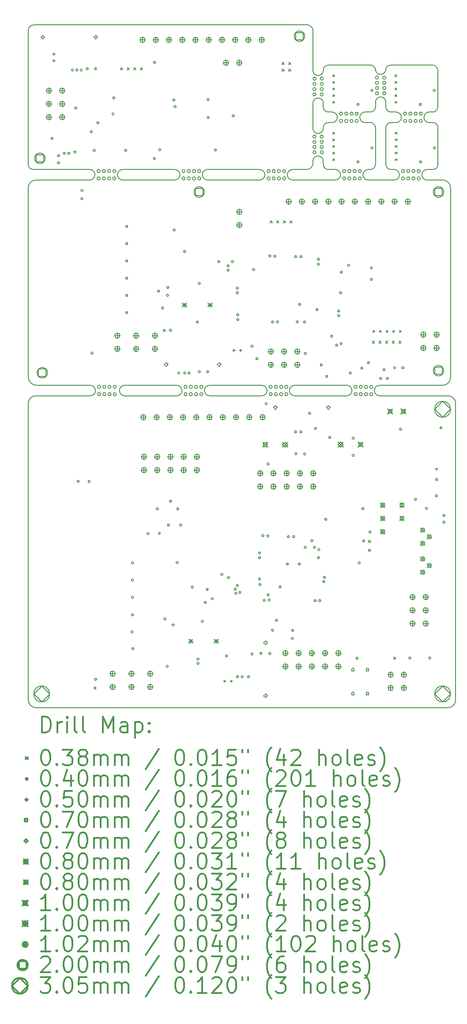
<source format=gbr>
%FSLAX45Y45*%
G04 Gerber Fmt 4.5, Leading zero omitted, Abs format (unit mm)*
G04 Created by KiCad (PCBNEW 4.0.1-stable) date 10-Mar-16 11:29:35*
%MOMM*%
G01*
G04 APERTURE LIST*
%ADD10C,0.127000*%
%ADD11C,0.150000*%
%ADD12C,0.200000*%
%ADD13C,0.300000*%
G04 APERTURE END LIST*
D10*
D11*
X17380000Y-3740000D02*
X17380000Y-3830000D01*
X17580000Y-3820000D02*
G75*
G03X17670000Y-3930000I100000J-10000D01*
G01*
X17580000Y-3740000D02*
X17580000Y-3830000D01*
X17770000Y-3930000D02*
X17780000Y-3930000D01*
X17180000Y-3930000D02*
X17280000Y-3930000D01*
X16380000Y-3760000D02*
X16380000Y-3830000D01*
X16480000Y-3930000D02*
X16550000Y-3930000D01*
X16380000Y-4230000D02*
X16380000Y-4240000D01*
X16180000Y-3760000D02*
X16180000Y-4240000D01*
X17180000Y-4130000D02*
X17270000Y-4130000D01*
X16480000Y-4130000D02*
X16550000Y-4130000D01*
X16380000Y-4870000D02*
X16380000Y-4930000D01*
X16180000Y-4870000D02*
X16180000Y-4910000D01*
X16180000Y-2360000D02*
X16180000Y-3130000D01*
X18400000Y-3930000D02*
X18480000Y-3930000D01*
X18410000Y-4130000D02*
X18470000Y-4130000D01*
X17780000Y-4130000D02*
X17680000Y-4130000D01*
X17670000Y-3930000D02*
X17770000Y-3930000D01*
X17480000Y-3640000D02*
G75*
G03X17380000Y-3740000I0J-100000D01*
G01*
X17580000Y-3740000D02*
G75*
G03X17480000Y-3640000I-100000J0D01*
G01*
X17440000Y-3570000D02*
G75*
G03X17440000Y-3570000I-30000J0D01*
G01*
X17440000Y-3470000D02*
G75*
G03X17440000Y-3470000I-30000J0D01*
G01*
X17440000Y-3370000D02*
G75*
G03X17440000Y-3370000I-30000J0D01*
G01*
X17440000Y-3270000D02*
G75*
G03X17440000Y-3270000I-30000J0D01*
G01*
X17580000Y-3570000D02*
G75*
G03X17580000Y-3570000I-30000J0D01*
G01*
X17580000Y-3470000D02*
G75*
G03X17580000Y-3470000I-30000J0D01*
G01*
X17580000Y-3370000D02*
G75*
G03X17580000Y-3370000I-30000J0D01*
G01*
X17580000Y-3270000D02*
G75*
G03X17580000Y-3270000I-30000J0D01*
G01*
X17480000Y-3210000D02*
G75*
G03X17580000Y-3110000I0J100000D01*
G01*
X17380000Y-3110000D02*
G75*
G03X17480000Y-3210000I100000J0D01*
G01*
X16650000Y-4030000D02*
G75*
G03X16550000Y-3930000I-100000J0D01*
G01*
X16550000Y-4130000D02*
G75*
G03X16650000Y-4030000I0J100000D01*
G01*
X16750000Y-3960000D02*
G75*
G03X16750000Y-3960000I-30000J0D01*
G01*
X16850000Y-3960000D02*
G75*
G03X16850000Y-3960000I-30000J0D01*
G01*
X16950000Y-3960000D02*
G75*
G03X16950000Y-3960000I-30000J0D01*
G01*
X17050000Y-3960000D02*
G75*
G03X17050000Y-3960000I-30000J0D01*
G01*
X16750000Y-4100000D02*
G75*
G03X16750000Y-4100000I-30000J0D01*
G01*
X16850000Y-4100000D02*
G75*
G03X16850000Y-4100000I-30000J0D01*
G01*
X16950000Y-4100000D02*
G75*
G03X16950000Y-4100000I-30000J0D01*
G01*
X17050000Y-4100000D02*
G75*
G03X17050000Y-4100000I-30000J0D01*
G01*
X17080000Y-4030000D02*
G75*
G03X17180000Y-4130000I100000J0D01*
G01*
X17180000Y-3930000D02*
G75*
G03X17080000Y-4030000I0J-100000D01*
G01*
X18410000Y-3930000D02*
G75*
G03X18310000Y-4030000I0J-100000D01*
G01*
X18310000Y-4030000D02*
G75*
G03X18410000Y-4130000I100000J0D01*
G01*
X18280000Y-4100000D02*
G75*
G03X18280000Y-4100000I-30000J0D01*
G01*
X18180000Y-4100000D02*
G75*
G03X18180000Y-4100000I-30000J0D01*
G01*
X18080000Y-4100000D02*
G75*
G03X18080000Y-4100000I-30000J0D01*
G01*
X17980000Y-4100000D02*
G75*
G03X17980000Y-4100000I-30000J0D01*
G01*
X18280000Y-3960000D02*
G75*
G03X18280000Y-3960000I-30000J0D01*
G01*
X18180000Y-3960000D02*
G75*
G03X18180000Y-3960000I-30000J0D01*
G01*
X18080000Y-3960000D02*
G75*
G03X18080000Y-3960000I-30000J0D01*
G01*
X17980000Y-3960000D02*
G75*
G03X17980000Y-3960000I-30000J0D01*
G01*
X17780000Y-4130000D02*
G75*
G03X17880000Y-4030000I0J100000D01*
G01*
X17880000Y-4030000D02*
G75*
G03X17780000Y-3930000I-100000J0D01*
G01*
X17680000Y-5030000D02*
X17740000Y-5030000D01*
X17740000Y-5230000D02*
X17420000Y-5230000D01*
X18370000Y-5030000D02*
X18480000Y-5030000D01*
X18370000Y-5230000D02*
X18420000Y-5230000D01*
X10810000Y-5030000D02*
X10900000Y-5030000D01*
X17240000Y-5230000D02*
X17420000Y-5230000D01*
X16480000Y-5030000D02*
X16610000Y-5030000D01*
X16610000Y-5230000D02*
X15790000Y-5230000D01*
X17240000Y-5030000D02*
X17280000Y-5030000D01*
X17840000Y-5130000D02*
G75*
G03X17740000Y-5030000I-100000J0D01*
G01*
X17740000Y-5230000D02*
G75*
G03X17840000Y-5130000I0J100000D01*
G01*
X17940000Y-5060000D02*
G75*
G03X17940000Y-5060000I-30000J0D01*
G01*
X18040000Y-5060000D02*
G75*
G03X18040000Y-5060000I-30000J0D01*
G01*
X18140000Y-5060000D02*
G75*
G03X18140000Y-5060000I-30000J0D01*
G01*
X18240000Y-5060000D02*
G75*
G03X18240000Y-5060000I-30000J0D01*
G01*
X17940000Y-5200000D02*
G75*
G03X17940000Y-5200000I-30000J0D01*
G01*
X18040000Y-5200000D02*
G75*
G03X18040000Y-5200000I-30000J0D01*
G01*
X18140000Y-5200000D02*
G75*
G03X18140000Y-5200000I-30000J0D01*
G01*
X18240000Y-5200000D02*
G75*
G03X18240000Y-5200000I-30000J0D01*
G01*
X18270000Y-5130000D02*
G75*
G03X18370000Y-5230000I100000J0D01*
G01*
X18370000Y-5030000D02*
G75*
G03X18270000Y-5130000I0J-100000D01*
G01*
X18670000Y-5230000D02*
X18420000Y-5230000D01*
X16280000Y-4770000D02*
G75*
G03X16180000Y-4870000I0J-100000D01*
G01*
X16380000Y-4870000D02*
G75*
G03X16280000Y-4770000I-100000J0D01*
G01*
X16240000Y-4700000D02*
G75*
G03X16240000Y-4700000I-30000J0D01*
G01*
X16240000Y-4600000D02*
G75*
G03X16240000Y-4600000I-30000J0D01*
G01*
X16240000Y-4500000D02*
G75*
G03X16240000Y-4500000I-30000J0D01*
G01*
X16240000Y-4400000D02*
G75*
G03X16240000Y-4400000I-30000J0D01*
G01*
X16380000Y-4700000D02*
G75*
G03X16380000Y-4700000I-30000J0D01*
G01*
X16380000Y-4600000D02*
G75*
G03X16380000Y-4600000I-30000J0D01*
G01*
X16380000Y-4500000D02*
G75*
G03X16380000Y-4500000I-30000J0D01*
G01*
X16380000Y-4400000D02*
G75*
G03X16380000Y-4400000I-30000J0D01*
G01*
X16280000Y-4340000D02*
G75*
G03X16380000Y-4240000I0J100000D01*
G01*
X16180000Y-4240000D02*
G75*
G03X16280000Y-4340000I100000J0D01*
G01*
X16180000Y-3130000D02*
G75*
G03X16280000Y-3230000I100000J0D01*
G01*
X16280000Y-3230000D02*
G75*
G03X16380000Y-3130000I0J100000D01*
G01*
X16380000Y-3290000D02*
G75*
G03X16380000Y-3290000I-30000J0D01*
G01*
X16380000Y-3390000D02*
G75*
G03X16380000Y-3390000I-30000J0D01*
G01*
X16380000Y-3490000D02*
G75*
G03X16380000Y-3490000I-30000J0D01*
G01*
X16380000Y-3590000D02*
G75*
G03X16380000Y-3590000I-30000J0D01*
G01*
X16240000Y-3290000D02*
G75*
G03X16240000Y-3290000I-30000J0D01*
G01*
X16240000Y-3390000D02*
G75*
G03X16240000Y-3390000I-30000J0D01*
G01*
X16240000Y-3490000D02*
G75*
G03X16240000Y-3490000I-30000J0D01*
G01*
X16240000Y-3590000D02*
G75*
G03X16240000Y-3590000I-30000J0D01*
G01*
X16380000Y-3760000D02*
G75*
G03X16280000Y-3660000I-100000J0D01*
G01*
X16280000Y-3660000D02*
G75*
G03X16180000Y-3760000I0J-100000D01*
G01*
X15790000Y-5030000D02*
X16060000Y-5030000D01*
X14160000Y-5230000D02*
X15160000Y-5230000D01*
X14160000Y-5030000D02*
X15160000Y-5030000D01*
X15260000Y-5130000D02*
G75*
G03X15160000Y-5030000I-100000J0D01*
G01*
X15160000Y-5230000D02*
G75*
G03X15260000Y-5130000I0J100000D01*
G01*
X15360000Y-5060000D02*
G75*
G03X15360000Y-5060000I-30000J0D01*
G01*
X15460000Y-5060000D02*
G75*
G03X15460000Y-5060000I-30000J0D01*
G01*
X15560000Y-5060000D02*
G75*
G03X15560000Y-5060000I-30000J0D01*
G01*
X15660000Y-5060000D02*
G75*
G03X15660000Y-5060000I-30000J0D01*
G01*
X15360000Y-5200000D02*
G75*
G03X15360000Y-5200000I-30000J0D01*
G01*
X15460000Y-5200000D02*
G75*
G03X15460000Y-5200000I-30000J0D01*
G01*
X15560000Y-5200000D02*
G75*
G03X15560000Y-5200000I-30000J0D01*
G01*
X15660000Y-5200000D02*
G75*
G03X15660000Y-5200000I-30000J0D01*
G01*
X15690000Y-5130000D02*
G75*
G03X15790000Y-5230000I100000J0D01*
G01*
X15790000Y-5030000D02*
G75*
G03X15690000Y-5130000I0J-100000D01*
G01*
X17240000Y-5030000D02*
G75*
G03X17140000Y-5130000I0J-100000D01*
G01*
X17140000Y-5130000D02*
G75*
G03X17240000Y-5230000I100000J0D01*
G01*
X17110000Y-5200000D02*
G75*
G03X17110000Y-5200000I-30000J0D01*
G01*
X17010000Y-5200000D02*
G75*
G03X17010000Y-5200000I-30000J0D01*
G01*
X16910000Y-5200000D02*
G75*
G03X16910000Y-5200000I-30000J0D01*
G01*
X16810000Y-5200000D02*
G75*
G03X16810000Y-5200000I-30000J0D01*
G01*
X17110000Y-5060000D02*
G75*
G03X17110000Y-5060000I-30000J0D01*
G01*
X17010000Y-5060000D02*
G75*
G03X17010000Y-5060000I-30000J0D01*
G01*
X16910000Y-5060000D02*
G75*
G03X16910000Y-5060000I-30000J0D01*
G01*
X16810000Y-5060000D02*
G75*
G03X16810000Y-5060000I-30000J0D01*
G01*
X16610000Y-5230000D02*
G75*
G03X16710000Y-5130000I0J100000D01*
G01*
X16710000Y-5130000D02*
G75*
G03X16610000Y-5030000I-100000J0D01*
G01*
X12530000Y-5230000D02*
X13530000Y-5230000D01*
X12530000Y-5030000D02*
X13530000Y-5030000D01*
X13630000Y-5130000D02*
G75*
G03X13530000Y-5030000I-100000J0D01*
G01*
X13530000Y-5230000D02*
G75*
G03X13630000Y-5130000I0J100000D01*
G01*
X13730000Y-5060000D02*
G75*
G03X13730000Y-5060000I-30000J0D01*
G01*
X13830000Y-5060000D02*
G75*
G03X13830000Y-5060000I-30000J0D01*
G01*
X13930000Y-5060000D02*
G75*
G03X13930000Y-5060000I-30000J0D01*
G01*
X14030000Y-5060000D02*
G75*
G03X14030000Y-5060000I-30000J0D01*
G01*
X13730000Y-5200000D02*
G75*
G03X13730000Y-5200000I-30000J0D01*
G01*
X13830000Y-5200000D02*
G75*
G03X13830000Y-5200000I-30000J0D01*
G01*
X13930000Y-5200000D02*
G75*
G03X13930000Y-5200000I-30000J0D01*
G01*
X14030000Y-5200000D02*
G75*
G03X14030000Y-5200000I-30000J0D01*
G01*
X14060000Y-5130000D02*
G75*
G03X14160000Y-5230000I100000J0D01*
G01*
X14160000Y-5030000D02*
G75*
G03X14060000Y-5130000I0J-100000D01*
G01*
X12530000Y-5030000D02*
G75*
G03X12430000Y-5130000I0J-100000D01*
G01*
X12430000Y-5130000D02*
G75*
G03X12530000Y-5230000I100000J0D01*
G01*
X12400000Y-5200000D02*
G75*
G03X12400000Y-5200000I-30000J0D01*
G01*
X12300000Y-5200000D02*
G75*
G03X12300000Y-5200000I-30000J0D01*
G01*
X12200000Y-5200000D02*
G75*
G03X12200000Y-5200000I-30000J0D01*
G01*
X12100000Y-5200000D02*
G75*
G03X12100000Y-5200000I-30000J0D01*
G01*
X12400000Y-5060000D02*
G75*
G03X12400000Y-5060000I-30000J0D01*
G01*
X12300000Y-5060000D02*
G75*
G03X12300000Y-5060000I-30000J0D01*
G01*
X12200000Y-5060000D02*
G75*
G03X12200000Y-5060000I-30000J0D01*
G01*
X12100000Y-5060000D02*
G75*
G03X12100000Y-5060000I-30000J0D01*
G01*
X11900000Y-5230000D02*
G75*
G03X12000000Y-5130000I0J100000D01*
G01*
X12000000Y-5130000D02*
G75*
G03X11900000Y-5030000I-100000J0D01*
G01*
X10900000Y-5030000D02*
X11900000Y-5030000D01*
X10900000Y-5230000D02*
X11900000Y-5230000D01*
X17460000Y-9160000D02*
G75*
G03X17360000Y-9260000I0J-100000D01*
G01*
X17360000Y-9260000D02*
G75*
G03X17460000Y-9360000I100000J0D01*
G01*
X18640000Y-9160000D02*
X17460000Y-9160000D01*
X17460000Y-9360000D02*
X18770000Y-9360000D01*
X17330000Y-9330000D02*
G75*
G03X17330000Y-9330000I-30000J0D01*
G01*
X17230000Y-9330000D02*
G75*
G03X17230000Y-9330000I-30000J0D01*
G01*
X17130000Y-9330000D02*
G75*
G03X17130000Y-9330000I-30000J0D01*
G01*
X17030000Y-9330000D02*
G75*
G03X17030000Y-9330000I-30000J0D01*
G01*
X17330000Y-9190000D02*
G75*
G03X17330000Y-9190000I-30000J0D01*
G01*
X17230000Y-9190000D02*
G75*
G03X17230000Y-9190000I-30000J0D01*
G01*
X17130000Y-9190000D02*
G75*
G03X17130000Y-9190000I-30000J0D01*
G01*
X17030000Y-9190000D02*
G75*
G03X17030000Y-9190000I-30000J0D01*
G01*
X16830000Y-9360000D02*
G75*
G03X16930000Y-9260000I0J100000D01*
G01*
X16930000Y-9260000D02*
G75*
G03X16830000Y-9160000I-100000J0D01*
G01*
X15730000Y-9260000D02*
G75*
G03X15830000Y-9360000I100000J0D01*
G01*
X15820000Y-9160000D02*
G75*
G03X15730000Y-9270000I10000J-100000D01*
G01*
X15830000Y-9160000D02*
X16830000Y-9160000D01*
X15830000Y-9360000D02*
X16830000Y-9360000D01*
X15700000Y-9330000D02*
G75*
G03X15700000Y-9330000I-30000J0D01*
G01*
X15600000Y-9330000D02*
G75*
G03X15600000Y-9330000I-30000J0D01*
G01*
X15500000Y-9330000D02*
G75*
G03X15500000Y-9330000I-30000J0D01*
G01*
X15400000Y-9330000D02*
G75*
G03X15400000Y-9330000I-30000J0D01*
G01*
X15700000Y-9190000D02*
G75*
G03X15700000Y-9190000I-30000J0D01*
G01*
X15600000Y-9190000D02*
G75*
G03X15600000Y-9190000I-30000J0D01*
G01*
X15500000Y-9190000D02*
G75*
G03X15500000Y-9190000I-30000J0D01*
G01*
X15400000Y-9190000D02*
G75*
G03X15400000Y-9190000I-30000J0D01*
G01*
X15200000Y-9360000D02*
G75*
G03X15300000Y-9260000I0J100000D01*
G01*
X15300000Y-9260000D02*
G75*
G03X15200000Y-9160000I-100000J0D01*
G01*
X14200000Y-9160000D02*
X15200000Y-9160000D01*
X14200000Y-9360000D02*
X15200000Y-9360000D01*
X14100000Y-9260000D02*
G75*
G03X14200000Y-9360000I100000J0D01*
G01*
X14200000Y-9160000D02*
G75*
G03X14100000Y-9260000I0J-100000D01*
G01*
X13570000Y-9360000D02*
G75*
G03X13670000Y-9260000I0J100000D01*
G01*
X13670000Y-9260000D02*
G75*
G03X13570000Y-9160000I-100000J0D01*
G01*
X12570000Y-9360000D02*
X13570000Y-9360000D01*
X12570000Y-9160000D02*
X13570000Y-9160000D01*
X11910000Y-9160000D02*
X10880000Y-9160000D01*
X10870000Y-9360000D02*
X11910000Y-9360000D01*
X12010000Y-9260000D02*
G75*
G03X11910000Y-9160000I-100000J0D01*
G01*
X11910000Y-9360000D02*
G75*
G03X12010000Y-9260000I0J100000D01*
G01*
X12110000Y-9190000D02*
G75*
G03X12110000Y-9190000I-30000J0D01*
G01*
X12110000Y-9330000D02*
G75*
G03X12110000Y-9330000I-30000J0D01*
G01*
X12210000Y-9330000D02*
G75*
G03X12210000Y-9330000I-30000J0D01*
G01*
X12210000Y-9190000D02*
G75*
G03X12210000Y-9190000I-30000J0D01*
G01*
X12310000Y-9190000D02*
G75*
G03X12310000Y-9190000I-30000J0D01*
G01*
X12310000Y-9330000D02*
G75*
G03X12310000Y-9330000I-30000J0D01*
G01*
X12410000Y-9330000D02*
G75*
G03X12410000Y-9330000I-30000J0D01*
G01*
X12410000Y-9190000D02*
G75*
G03X12410000Y-9190000I-30000J0D01*
G01*
X12570000Y-9160000D02*
G75*
G03X12470000Y-9260000I0J-100000D01*
G01*
X12470000Y-9260000D02*
G75*
G03X12570000Y-9360000I100000J0D01*
G01*
X12470000Y-9260000D02*
G75*
G03X12570000Y-9360000I100000J0D01*
G01*
X12570000Y-9160000D02*
G75*
G03X12470000Y-9260000I0J-100000D01*
G01*
X14070000Y-9190000D02*
G75*
G03X14070000Y-9190000I-30000J0D01*
G01*
X14070000Y-9330000D02*
G75*
G03X14070000Y-9330000I-30000J0D01*
G01*
X13970000Y-9330000D02*
G75*
G03X13970000Y-9330000I-30000J0D01*
G01*
X13970000Y-9190000D02*
G75*
G03X13970000Y-9190000I-30000J0D01*
G01*
X13870000Y-9190000D02*
G75*
G03X13870000Y-9190000I-30000J0D01*
G01*
X13870000Y-9330000D02*
G75*
G03X13870000Y-9330000I-30000J0D01*
G01*
X13770000Y-9330000D02*
G75*
G03X13770000Y-9330000I-30000J0D01*
G01*
X13770000Y-9190000D02*
G75*
G03X13770000Y-9190000I-30000J0D01*
G01*
X11910000Y-9360000D02*
G75*
G03X12010000Y-9260000I0J100000D01*
G01*
X12010000Y-9260000D02*
G75*
G03X11910000Y-9160000I-100000J0D01*
G01*
X16480000Y-3030000D02*
G75*
G03X16380000Y-3130000I0J-100000D01*
G01*
X17380000Y-3120000D02*
G75*
G03X17270000Y-3030000I-100000J-10000D01*
G01*
X17280000Y-3930000D02*
G75*
G03X17380000Y-3830000I0J100000D01*
G01*
X16380000Y-3830000D02*
G75*
G03X16480000Y-3930000I100000J0D01*
G01*
X16480000Y-3030000D02*
X17270000Y-3030000D01*
X17680000Y-4130000D02*
G75*
G03X17580000Y-4230000I0J-100000D01*
G01*
X18580000Y-4220000D02*
G75*
G03X18470000Y-4130000I-100000J-10000D01*
G01*
X18480000Y-5030000D02*
G75*
G03X18580000Y-4930000I0J100000D01*
G01*
X17580000Y-4930000D02*
G75*
G03X17680000Y-5030000I100000J0D01*
G01*
X18580000Y-4220000D02*
X18580000Y-4930000D01*
X17580000Y-4930000D02*
X17580000Y-4230000D01*
X16060000Y-5030000D02*
G75*
G03X16180000Y-4910000I0J120000D01*
G01*
X16180000Y-2360000D02*
G75*
G03X16060000Y-2260000I-110000J-10000D01*
G01*
X10830000Y-2260000D02*
X16060000Y-2260000D01*
X10720000Y-4920000D02*
X10720000Y-2370000D01*
X10720000Y-4920000D02*
G75*
G03X10810000Y-5030000I100000J-10000D01*
G01*
X10830000Y-2260000D02*
G75*
G03X10720000Y-2370000I0J-110000D01*
G01*
X10870000Y-5230000D02*
X10900000Y-5230000D01*
X18820000Y-9010000D02*
X18820000Y-5380000D01*
X18640000Y-9160000D02*
X18670000Y-9160000D01*
X18670000Y-9160000D02*
G75*
G03X18820000Y-9010000I0J150000D01*
G01*
X10720000Y-9000000D02*
G75*
G03X10880000Y-9160000I160000J0D01*
G01*
X10870000Y-5230000D02*
G75*
G03X10720000Y-5380000I0J-150000D01*
G01*
X10720000Y-9000000D02*
X10720000Y-5380000D01*
X10870000Y-15330000D02*
X18770000Y-15330000D01*
X10720000Y-9510000D02*
X10720000Y-15180000D01*
X18920000Y-15180000D02*
X18920000Y-9510000D01*
X10870000Y-9360000D02*
G75*
G03X10720000Y-9510000I0J-150000D01*
G01*
X18920000Y-9510000D02*
G75*
G03X18770000Y-9360000I-150000J0D01*
G01*
X18770000Y-15330000D02*
G75*
G03X18920000Y-15180000I0J150000D01*
G01*
X10720000Y-15180000D02*
G75*
G03X10870000Y-15330000I150000J0D01*
G01*
X18820000Y-5380000D02*
G75*
G03X18670000Y-5230000I-150000J0D01*
G01*
X17380000Y-4220000D02*
X17380000Y-4930000D01*
X16380000Y-4930000D02*
G75*
G03X16480000Y-5030000I100000J0D01*
G01*
X17280000Y-5030000D02*
G75*
G03X17380000Y-4930000I0J100000D01*
G01*
X17380000Y-4220000D02*
G75*
G03X17270000Y-4130000I-100000J-10000D01*
G01*
X16480000Y-4130000D02*
G75*
G03X16380000Y-4230000I0J-100000D01*
G01*
X17675400Y-3030700D02*
X18465400Y-3030700D01*
X18575400Y-3120700D02*
X18575400Y-3830700D01*
X18475400Y-3930700D02*
G75*
G03X18575400Y-3830700I0J100000D01*
G01*
X18575400Y-3120700D02*
G75*
G03X18465400Y-3030700I-100000J-10000D01*
G01*
X17675400Y-3030700D02*
G75*
G03X17575400Y-3130700I0J-100000D01*
G01*
D12*
X12493700Y-3081750D02*
X12531800Y-3119850D01*
X12531800Y-3081750D02*
X12493700Y-3119850D01*
X12620700Y-3081750D02*
X12658800Y-3119850D01*
X12658800Y-3081750D02*
X12620700Y-3119850D01*
X12747700Y-3081750D02*
X12785800Y-3119850D01*
X12785800Y-3081750D02*
X12747700Y-3119850D01*
X12874700Y-3081750D02*
X12912800Y-3119850D01*
X12912800Y-3081750D02*
X12874700Y-3119850D01*
X15360400Y-6010550D02*
X15398500Y-6048650D01*
X15398500Y-6010550D02*
X15360400Y-6048650D01*
X15487400Y-6010550D02*
X15525500Y-6048650D01*
X15525500Y-6010550D02*
X15487400Y-6048650D01*
X15592500Y-2980150D02*
X15630600Y-3018250D01*
X15630600Y-2980150D02*
X15592500Y-3018250D01*
X15592500Y-3107150D02*
X15630600Y-3145250D01*
X15630600Y-3107150D02*
X15592500Y-3145250D01*
X15614400Y-6010550D02*
X15652500Y-6048650D01*
X15652500Y-6010550D02*
X15614400Y-6048650D01*
X15719500Y-2980150D02*
X15757600Y-3018250D01*
X15757600Y-2980150D02*
X15719500Y-3018250D01*
X15719500Y-3107150D02*
X15757600Y-3145250D01*
X15757600Y-3107150D02*
X15719500Y-3145250D01*
X15741400Y-6010550D02*
X15779500Y-6048650D01*
X15779500Y-6010550D02*
X15741400Y-6048650D01*
X16560150Y-3212400D02*
X16598250Y-3250500D01*
X16598250Y-3212400D02*
X16560150Y-3250500D01*
X16560150Y-3339400D02*
X16598250Y-3377500D01*
X16598250Y-3339400D02*
X16560150Y-3377500D01*
X16560150Y-3466400D02*
X16598250Y-3504500D01*
X16598250Y-3466400D02*
X16560150Y-3504500D01*
X16560150Y-3593400D02*
X16598250Y-3631500D01*
X16598250Y-3593400D02*
X16560150Y-3631500D01*
X16560150Y-3720400D02*
X16598250Y-3758500D01*
X16598250Y-3720400D02*
X16560150Y-3758500D01*
X16560150Y-4312400D02*
X16598250Y-4350500D01*
X16598250Y-4312400D02*
X16560150Y-4350500D01*
X16560150Y-4439400D02*
X16598250Y-4477500D01*
X16598250Y-4439400D02*
X16560150Y-4477500D01*
X16560150Y-4566400D02*
X16598250Y-4604500D01*
X16598250Y-4566400D02*
X16560150Y-4604500D01*
X16560150Y-4693400D02*
X16598250Y-4731500D01*
X16598250Y-4693400D02*
X16560150Y-4731500D01*
X16560150Y-4820400D02*
X16598250Y-4858500D01*
X16598250Y-4820400D02*
X16560150Y-4858500D01*
X17322550Y-8315600D02*
X17360650Y-8353700D01*
X17360650Y-8315600D02*
X17322550Y-8353700D01*
X17328900Y-8106050D02*
X17367000Y-8144150D01*
X17367000Y-8106050D02*
X17328900Y-8144150D01*
X17449550Y-8315600D02*
X17487650Y-8353700D01*
X17487650Y-8315600D02*
X17449550Y-8353700D01*
X17455900Y-8106050D02*
X17494000Y-8144150D01*
X17494000Y-8106050D02*
X17455900Y-8144150D01*
X17576550Y-8315600D02*
X17614650Y-8353700D01*
X17614650Y-8315600D02*
X17576550Y-8353700D01*
X17582900Y-8106050D02*
X17621000Y-8144150D01*
X17621000Y-8106050D02*
X17582900Y-8144150D01*
X17703550Y-8315600D02*
X17741650Y-8353700D01*
X17741650Y-8315600D02*
X17703550Y-8353700D01*
X17709900Y-8106050D02*
X17748000Y-8144150D01*
X17748000Y-8106050D02*
X17709900Y-8144150D01*
X17755550Y-3213100D02*
X17793650Y-3251200D01*
X17793650Y-3213100D02*
X17755550Y-3251200D01*
X17755550Y-3340100D02*
X17793650Y-3378200D01*
X17793650Y-3340100D02*
X17755550Y-3378200D01*
X17755550Y-3467100D02*
X17793650Y-3505200D01*
X17793650Y-3467100D02*
X17755550Y-3505200D01*
X17755550Y-3594100D02*
X17793650Y-3632200D01*
X17793650Y-3594100D02*
X17755550Y-3632200D01*
X17755550Y-3721100D02*
X17793650Y-3759200D01*
X17793650Y-3721100D02*
X17755550Y-3759200D01*
X17760150Y-4312400D02*
X17798250Y-4350500D01*
X17798250Y-4312400D02*
X17760150Y-4350500D01*
X17760150Y-4439400D02*
X17798250Y-4477500D01*
X17798250Y-4439400D02*
X17760150Y-4477500D01*
X17760150Y-4566400D02*
X17798250Y-4604500D01*
X17798250Y-4566400D02*
X17760150Y-4604500D01*
X17760150Y-4693400D02*
X17798250Y-4731500D01*
X17798250Y-4693400D02*
X17760150Y-4731500D01*
X17760150Y-4820400D02*
X17798250Y-4858500D01*
X17798250Y-4820400D02*
X17760150Y-4858500D01*
X17830550Y-8315600D02*
X17868650Y-8353700D01*
X17868650Y-8315600D02*
X17830550Y-8353700D01*
X17836900Y-8106050D02*
X17875000Y-8144150D01*
X17875000Y-8106050D02*
X17836900Y-8144150D01*
X11199250Y-4434300D02*
G75*
G03X11199250Y-4434300I-20000J0D01*
G01*
X11319900Y-4764500D02*
G75*
G03X11319900Y-4764500I-20000J0D01*
G01*
X11320000Y-4900000D02*
G75*
G03X11320000Y-4900000I-20000J0D01*
G01*
X11434200Y-4720050D02*
G75*
G03X11434200Y-4720050I-20000J0D01*
G01*
X11516750Y-4720050D02*
G75*
G03X11516750Y-4720050I-20000J0D01*
G01*
X11586600Y-3126200D02*
G75*
G03X11586600Y-3126200I-20000J0D01*
G01*
X11637400Y-4694650D02*
G75*
G03X11637400Y-4694650I-20000J0D01*
G01*
X11650100Y-3850100D02*
G75*
G03X11650100Y-3850100I-20000J0D01*
G01*
X11675500Y-3126200D02*
G75*
G03X11675500Y-3126200I-20000J0D01*
G01*
X11697400Y-10996750D02*
G75*
G03X11697400Y-10996750I-20000J0D01*
G01*
X11758050Y-3126200D02*
G75*
G03X11758050Y-3126200I-20000J0D01*
G01*
X11770000Y-5430000D02*
G75*
G03X11770000Y-5430000I-20000J0D01*
G01*
X11770000Y-5590000D02*
G75*
G03X11770000Y-5590000I-20000J0D01*
G01*
X11872350Y-3100800D02*
G75*
G03X11872350Y-3100800I-20000J0D01*
G01*
X11906950Y-11003100D02*
G75*
G03X11906950Y-11003100I-20000J0D01*
G01*
X11948550Y-4307300D02*
G75*
G03X11948550Y-4307300I-20000J0D01*
G01*
X11964100Y-8544200D02*
G75*
G03X11964100Y-8544200I-20000J0D01*
G01*
X12005700Y-4662900D02*
G75*
G03X12005700Y-4662900I-20000J0D01*
G01*
X12020600Y-14952800D02*
G75*
G03X12020600Y-14952800I-20000J0D01*
G01*
X12031100Y-3100800D02*
G75*
G03X12031100Y-3100800I-20000J0D01*
G01*
X12033300Y-14787700D02*
G75*
G03X12033300Y-14787700I-20000J0D01*
G01*
X12075550Y-4135850D02*
G75*
G03X12075550Y-4135850I-20000J0D01*
G01*
X12367650Y-3964400D02*
G75*
G03X12367650Y-3964400I-20000J0D01*
G01*
X12380350Y-3659600D02*
G75*
G03X12380350Y-3659600I-20000J0D01*
G01*
X12608950Y-4662900D02*
G75*
G03X12608950Y-4662900I-20000J0D01*
G01*
X12630850Y-6118500D02*
G75*
G03X12630850Y-6118500I-20000J0D01*
G01*
X12630850Y-6448700D02*
G75*
G03X12630850Y-6448700I-20000J0D01*
G01*
X12630850Y-6778900D02*
G75*
G03X12630850Y-6778900I-20000J0D01*
G01*
X12630850Y-7109100D02*
G75*
G03X12630850Y-7109100I-20000J0D01*
G01*
X12630850Y-7439300D02*
G75*
G03X12630850Y-7439300I-20000J0D01*
G01*
X12630850Y-7769500D02*
G75*
G03X12630850Y-7769500I-20000J0D01*
G01*
X12732450Y-13879650D02*
G75*
G03X12732450Y-13879650I-20000J0D01*
G01*
X12738800Y-12558850D02*
G75*
G03X12738800Y-12558850I-20000J0D01*
G01*
X12738800Y-12889050D02*
G75*
G03X12738800Y-12889050I-20000J0D01*
G01*
X12738800Y-13219250D02*
G75*
G03X12738800Y-13219250I-20000J0D01*
G01*
X12738800Y-13555800D02*
G75*
G03X12738800Y-13555800I-20000J0D01*
G01*
X12745150Y-14203500D02*
G75*
G03X12745150Y-14203500I-20000J0D01*
G01*
X13037250Y-12000050D02*
G75*
G03X13037250Y-12000050I-20000J0D01*
G01*
X13161400Y-2980150D02*
G75*
G03X13161400Y-2980150I-20000J0D01*
G01*
X13161400Y-4821650D02*
G75*
G03X13161400Y-4821650I-20000J0D01*
G01*
X13215050Y-11523800D02*
G75*
G03X13215050Y-11523800I-20000J0D01*
G01*
X13240450Y-7356750D02*
G75*
G03X13240450Y-7356750I-20000J0D01*
G01*
X13253150Y-11993700D02*
G75*
G03X13253150Y-11993700I-20000J0D01*
G01*
X13263000Y-4650200D02*
G75*
G03X13263000Y-4650200I-20000J0D01*
G01*
X13316650Y-7680600D02*
G75*
G03X13316650Y-7680600I-20000J0D01*
G01*
X13350000Y-8110000D02*
G75*
G03X13350000Y-8110000I-20000J0D01*
G01*
X13361100Y-13632000D02*
G75*
G03X13361100Y-13632000I-20000J0D01*
G01*
X13405550Y-14540050D02*
G75*
G03X13405550Y-14540050I-20000J0D01*
G01*
X13411900Y-7439300D02*
G75*
G03X13411900Y-7439300I-20000J0D01*
G01*
X13418250Y-7286900D02*
G75*
G03X13418250Y-7286900I-20000J0D01*
G01*
X13430950Y-11834950D02*
G75*
G03X13430950Y-11834950I-20000J0D01*
G01*
X13469050Y-8106050D02*
G75*
G03X13469050Y-8106050I-20000J0D01*
G01*
X13469050Y-11377750D02*
G75*
G03X13469050Y-11377750I-20000J0D01*
G01*
X13519850Y-13746300D02*
G75*
G03X13519850Y-13746300I-20000J0D01*
G01*
X13536050Y-3697700D02*
G75*
G03X13536050Y-3697700I-20000J0D01*
G01*
X13538900Y-6188350D02*
G75*
G03X13538900Y-6188350I-20000J0D01*
G01*
X13555100Y-3824700D02*
G75*
G03X13555100Y-3824700I-20000J0D01*
G01*
X13596050Y-12552500D02*
G75*
G03X13596050Y-12552500I-20000J0D01*
G01*
X13608750Y-11523800D02*
G75*
G03X13608750Y-11523800I-20000J0D01*
G01*
X13627800Y-8925200D02*
G75*
G03X13627800Y-8925200I-20000J0D01*
G01*
X13665900Y-11834950D02*
G75*
G03X13665900Y-11834950I-20000J0D01*
G01*
X13740000Y-6600000D02*
G75*
G03X13740000Y-6600000I-20000J0D01*
G01*
X13742100Y-8925200D02*
G75*
G03X13742100Y-8925200I-20000J0D01*
G01*
X13824650Y-8925200D02*
G75*
G03X13824650Y-8925200I-20000J0D01*
G01*
X13888150Y-13022400D02*
G75*
G03X13888150Y-13022400I-20000J0D01*
G01*
X13983400Y-7947300D02*
G75*
G03X13983400Y-7947300I-20000J0D01*
G01*
X13996100Y-14400350D02*
G75*
G03X13996100Y-14400350I-20000J0D01*
G01*
X13996100Y-14482900D02*
G75*
G03X13996100Y-14482900I-20000J0D01*
G01*
X14021500Y-7210700D02*
G75*
G03X14021500Y-7210700I-20000J0D01*
G01*
X14021500Y-8899800D02*
G75*
G03X14021500Y-8899800I-20000J0D01*
G01*
X14078650Y-13676450D02*
G75*
G03X14078650Y-13676450I-20000J0D01*
G01*
X14135800Y-13314500D02*
G75*
G03X14135800Y-13314500I-20000J0D01*
G01*
X14173900Y-13066850D02*
G75*
G03X14173900Y-13066850I-20000J0D01*
G01*
X14180250Y-8899800D02*
G75*
G03X14180250Y-8899800I-20000J0D01*
G01*
X14190100Y-3691350D02*
G75*
G03X14190100Y-3691350I-20000J0D01*
G01*
X14190100Y-4034250D02*
G75*
G03X14190100Y-4034250I-20000J0D01*
G01*
X14269150Y-13244650D02*
G75*
G03X14269150Y-13244650I-20000J0D01*
G01*
X14329800Y-4656550D02*
G75*
G03X14329800Y-4656550I-20000J0D01*
G01*
X14396150Y-6791600D02*
G75*
G03X14396150Y-6791600I-20000J0D01*
G01*
X14455840Y-12778560D02*
G75*
G03X14455840Y-12778560I-20000J0D01*
G01*
X14542200Y-14343200D02*
G75*
G03X14542200Y-14343200I-20000J0D01*
G01*
X14573950Y-6874150D02*
G75*
G03X14573950Y-6874150I-20000J0D01*
G01*
X14573950Y-6956700D02*
G75*
G03X14573950Y-6956700I-20000J0D01*
G01*
X14580000Y-12840000D02*
G75*
G03X14580000Y-12840000I-20000J0D01*
G01*
X14656500Y-6791600D02*
G75*
G03X14656500Y-6791600I-20000J0D01*
G01*
X14672700Y-4002500D02*
G75*
G03X14672700Y-4002500I-20000J0D01*
G01*
X14710000Y-13060000D02*
G75*
G03X14710000Y-13060000I-20000J0D01*
G01*
X14725080Y-13139240D02*
G75*
G03X14725080Y-13139240I-20000J0D01*
G01*
X14750000Y-7300000D02*
G75*
G03X14750000Y-7300000I-20000J0D01*
G01*
X14750000Y-7390000D02*
G75*
G03X14750000Y-7390000I-20000J0D01*
G01*
X14750480Y-12991920D02*
G75*
G03X14750480Y-12991920I-20000J0D01*
G01*
X14754925Y-14740075D02*
G75*
G03X14754925Y-14740075I-20000J0D01*
G01*
X14760000Y-7810000D02*
G75*
G03X14760000Y-7810000I-20000J0D01*
G01*
X14760000Y-7900000D02*
G75*
G03X14760000Y-7900000I-20000J0D01*
G01*
X14801280Y-13124000D02*
G75*
G03X14801280Y-13124000I-20000J0D01*
G01*
X14843825Y-14740075D02*
G75*
G03X14843825Y-14740075I-20000J0D01*
G01*
X14964475Y-14740075D02*
G75*
G03X14964475Y-14740075I-20000J0D01*
G01*
X15030000Y-8410000D02*
G75*
G03X15030000Y-8410000I-20000J0D01*
G01*
X15031150Y-14305100D02*
G75*
G03X15031150Y-14305100I-20000J0D01*
G01*
X15062900Y-6944000D02*
G75*
G03X15062900Y-6944000I-20000J0D01*
G01*
X15126400Y-8652150D02*
G75*
G03X15126400Y-8652150I-20000J0D01*
G01*
X15177200Y-12368350D02*
G75*
G03X15177200Y-12368350I-20000J0D01*
G01*
X15177200Y-12463600D02*
G75*
G03X15177200Y-12463600I-20000J0D01*
G01*
X15177200Y-12870000D02*
G75*
G03X15177200Y-12870000I-20000J0D01*
G01*
X15183550Y-12971600D02*
G75*
G03X15183550Y-12971600I-20000J0D01*
G01*
X15202600Y-14292400D02*
G75*
G03X15202600Y-14292400I-20000J0D01*
G01*
X15240700Y-12038150D02*
G75*
G03X15240700Y-12038150I-20000J0D01*
G01*
X15266100Y-13276400D02*
G75*
G03X15266100Y-13276400I-20000J0D01*
G01*
X15304200Y-9510850D02*
G75*
G03X15304200Y-9510850I-20000J0D01*
G01*
X15335950Y-12044500D02*
G75*
G03X15335950Y-12044500I-20000J0D01*
G01*
X15342300Y-10666550D02*
G75*
G03X15342300Y-10666550I-20000J0D01*
G01*
X15342300Y-13168450D02*
G75*
G03X15342300Y-13168450I-20000J0D01*
G01*
X15361350Y-13270050D02*
G75*
G03X15361350Y-13270050I-20000J0D01*
G01*
X15374050Y-6683650D02*
G75*
G03X15374050Y-6683650I-20000J0D01*
G01*
X15374050Y-14292400D02*
G75*
G03X15374050Y-14292400I-20000J0D01*
G01*
X15424850Y-7947300D02*
G75*
G03X15424850Y-7947300I-20000J0D01*
G01*
X15424850Y-13847900D02*
G75*
G03X15424850Y-13847900I-20000J0D01*
G01*
X15469300Y-6690000D02*
G75*
G03X15469300Y-6690000I-20000J0D01*
G01*
X15501050Y-13657400D02*
G75*
G03X15501050Y-13657400I-20000J0D01*
G01*
X15520100Y-7947300D02*
G75*
G03X15520100Y-7947300I-20000J0D01*
G01*
X15570900Y-13016050D02*
G75*
G03X15570900Y-13016050I-20000J0D01*
G01*
X15710600Y-12577900D02*
G75*
G03X15710600Y-12577900I-20000J0D01*
G01*
X15729650Y-12057200D02*
G75*
G03X15729650Y-12057200I-20000J0D01*
G01*
X15805850Y-14006650D02*
G75*
G03X15805850Y-14006650I-20000J0D01*
G01*
X15812200Y-13847900D02*
G75*
G03X15812200Y-13847900I-20000J0D01*
G01*
X15831250Y-12057200D02*
G75*
G03X15831250Y-12057200I-20000J0D01*
G01*
X15869350Y-6696350D02*
G75*
G03X15869350Y-6696350I-20000J0D01*
G01*
X15869350Y-10050600D02*
G75*
G03X15869350Y-10050600I-20000J0D01*
G01*
X15875700Y-10469700D02*
G75*
G03X15875700Y-10469700I-20000J0D01*
G01*
X15901100Y-7947300D02*
G75*
G03X15901100Y-7947300I-20000J0D01*
G01*
X15939200Y-12577900D02*
G75*
G03X15939200Y-12577900I-20000J0D01*
G01*
X15945550Y-7610750D02*
G75*
G03X15945550Y-7610750I-20000J0D01*
G01*
X15970950Y-6696350D02*
G75*
G03X15970950Y-6696350I-20000J0D01*
G01*
X15970950Y-10050600D02*
G75*
G03X15970950Y-10050600I-20000J0D01*
G01*
X16040800Y-7947300D02*
G75*
G03X16040800Y-7947300I-20000J0D01*
G01*
X16040800Y-10476050D02*
G75*
G03X16040800Y-10476050I-20000J0D01*
G01*
X16053500Y-8550550D02*
G75*
G03X16053500Y-8550550I-20000J0D01*
G01*
X16053500Y-12260400D02*
G75*
G03X16053500Y-12260400I-20000J0D01*
G01*
X16136050Y-9695000D02*
G75*
G03X16136050Y-9695000I-20000J0D01*
G01*
X16180500Y-12133400D02*
G75*
G03X16180500Y-12133400I-20000J0D01*
G01*
X16231300Y-12260400D02*
G75*
G03X16231300Y-12260400I-20000J0D01*
G01*
X16244000Y-13282750D02*
G75*
G03X16244000Y-13282750I-20000J0D01*
G01*
X16250350Y-9987100D02*
G75*
G03X16250350Y-9987100I-20000J0D01*
G01*
X16280000Y-7710000D02*
G75*
G03X16280000Y-7710000I-20000J0D01*
G01*
X16307500Y-6747150D02*
G75*
G03X16307500Y-6747150I-20000J0D01*
G01*
X16307500Y-6842400D02*
G75*
G03X16307500Y-6842400I-20000J0D01*
G01*
X16307500Y-12457250D02*
G75*
G03X16307500Y-12457250I-20000J0D01*
G01*
X16313850Y-12304850D02*
G75*
G03X16313850Y-12304850I-20000J0D01*
G01*
X16332900Y-13282750D02*
G75*
G03X16332900Y-13282750I-20000J0D01*
G01*
X16360000Y-8770000D02*
G75*
G03X16360000Y-8770000I-20000J0D01*
G01*
X16409100Y-12914450D02*
G75*
G03X16409100Y-12914450I-20000J0D01*
G01*
X16421800Y-12831900D02*
G75*
G03X16421800Y-12831900I-20000J0D01*
G01*
X16447200Y-11727000D02*
G75*
G03X16447200Y-11727000I-20000J0D01*
G01*
X16466250Y-8988700D02*
G75*
G03X16466250Y-8988700I-20000J0D01*
G01*
X16523400Y-10158550D02*
G75*
G03X16523400Y-10158550I-20000J0D01*
G01*
X16560000Y-8220000D02*
G75*
G03X16560000Y-8220000I-20000J0D01*
G01*
X16656750Y-8391800D02*
G75*
G03X16656750Y-8391800I-20000J0D01*
G01*
X16694850Y-7737750D02*
G75*
G03X16694850Y-7737750I-20000J0D01*
G01*
X16694850Y-7826650D02*
G75*
G03X16694850Y-7826650I-20000J0D01*
G01*
X16730000Y-7390000D02*
G75*
G03X16730000Y-7390000I-20000J0D01*
G01*
X16740000Y-8360000D02*
G75*
G03X16740000Y-8360000I-20000J0D01*
G01*
X16745650Y-6994800D02*
G75*
G03X16745650Y-6994800I-20000J0D01*
G01*
X16885350Y-6861450D02*
G75*
G03X16885350Y-6861450I-20000J0D01*
G01*
X16917100Y-8925200D02*
G75*
G03X16917100Y-8925200I-20000J0D01*
G01*
X16974250Y-10171250D02*
G75*
G03X16974250Y-10171250I-20000J0D01*
G01*
X16974250Y-10501450D02*
G75*
G03X16974250Y-10501450I-20000J0D01*
G01*
X17046075Y-14383275D02*
G75*
G03X17046075Y-14383275I-20000J0D01*
G01*
X17065450Y-3782150D02*
G75*
G03X17065450Y-3782150I-20000J0D01*
G01*
X17065450Y-4882150D02*
G75*
G03X17065450Y-4882150I-20000J0D01*
G01*
X17088550Y-12558850D02*
G75*
G03X17088550Y-12558850I-20000J0D01*
G01*
X17139350Y-8829950D02*
G75*
G03X17139350Y-8829950I-20000J0D01*
G01*
X17159416Y-11522022D02*
G75*
G03X17159416Y-11522022I-20000J0D01*
G01*
X17173894Y-12138988D02*
G75*
G03X17173894Y-12138988I-20000J0D01*
G01*
X17266350Y-8728350D02*
G75*
G03X17266350Y-8728350I-20000J0D01*
G01*
X17286162Y-12318820D02*
G75*
G03X17286162Y-12318820I-20000J0D01*
G01*
X17286924Y-12148894D02*
G75*
G03X17286924Y-12148894I-20000J0D01*
G01*
X17294544Y-11967538D02*
G75*
G03X17294544Y-11967538I-20000J0D01*
G01*
X17323500Y-6912250D02*
G75*
G03X17323500Y-6912250I-20000J0D01*
G01*
X17323500Y-7134500D02*
G75*
G03X17323500Y-7134500I-20000J0D01*
G01*
X17332150Y-3515450D02*
G75*
G03X17332150Y-3515450I-20000J0D01*
G01*
X17332150Y-4615450D02*
G75*
G03X17332150Y-4615450I-20000J0D01*
G01*
X17500000Y-9030000D02*
G75*
G03X17500000Y-9030000I-20000J0D01*
G01*
X17564800Y-8861700D02*
G75*
G03X17564800Y-8861700I-20000J0D01*
G01*
X17630000Y-9030000D02*
G75*
G03X17630000Y-9030000I-20000J0D01*
G01*
X17768000Y-8823600D02*
G75*
G03X17768000Y-8823600I-20000J0D01*
G01*
X17768000Y-14381300D02*
G75*
G03X17768000Y-14381300I-20000J0D01*
G01*
X17882300Y-9999800D02*
G75*
G03X17882300Y-9999800I-20000J0D01*
G01*
X17926750Y-8823600D02*
G75*
G03X17926750Y-8823600I-20000J0D01*
G01*
X18060100Y-14381300D02*
G75*
G03X18060100Y-14381300I-20000J0D01*
G01*
X18168890Y-11342470D02*
G75*
G03X18168890Y-11342470I-20000J0D01*
G01*
X18260850Y-3782850D02*
G75*
G03X18260850Y-3782850I-20000J0D01*
G01*
X18265450Y-4882150D02*
G75*
G03X18265450Y-4882150I-20000J0D01*
G01*
X18377290Y-11517570D02*
G75*
G03X18377290Y-11517570I-20000J0D01*
G01*
X18441100Y-14381300D02*
G75*
G03X18441100Y-14381300I-20000J0D01*
G01*
X18527550Y-3516150D02*
G75*
G03X18527550Y-3516150I-20000J0D01*
G01*
X18532150Y-4615450D02*
G75*
G03X18532150Y-4615450I-20000J0D01*
G01*
X18567790Y-11276270D02*
G75*
G03X18567790Y-11276270I-20000J0D01*
G01*
X18574450Y-10963400D02*
G75*
G03X18574450Y-10963400I-20000J0D01*
G01*
X18657000Y-9974400D02*
G75*
G03X18657000Y-9974400I-20000J0D01*
G01*
X18714150Y-11650800D02*
G75*
G03X18714150Y-11650800I-20000J0D01*
G01*
X18714150Y-11777800D02*
G75*
G03X18714150Y-11777800I-20000J0D01*
G01*
X11211000Y-2796400D02*
X11211000Y-2846400D01*
X11186000Y-2821400D02*
X11236000Y-2821400D01*
X11211000Y-2921400D02*
X11211000Y-2971400D01*
X11186000Y-2946400D02*
X11236000Y-2946400D01*
X14490450Y-14794450D02*
X14490450Y-14844450D01*
X14465450Y-14819450D02*
X14515450Y-14819450D01*
X14615450Y-14794450D02*
X14615450Y-14844450D01*
X14590450Y-14819450D02*
X14640450Y-14819450D01*
X14668250Y-8462050D02*
X14668250Y-8512050D01*
X14643250Y-8487050D02*
X14693250Y-8487050D01*
X14793250Y-8462050D02*
X14793250Y-8512050D01*
X14768250Y-8487050D02*
X14818250Y-8487050D01*
X18554450Y-10738400D02*
X18554450Y-10788400D01*
X18529450Y-10763400D02*
X18579450Y-10763400D01*
X16972349Y-14626899D02*
X16972349Y-14577401D01*
X16922851Y-14577401D01*
X16922851Y-14626899D01*
X16972349Y-14626899D01*
X16972349Y-15086899D02*
X16972349Y-15037401D01*
X16922851Y-15037401D01*
X16922851Y-15086899D01*
X16972349Y-15086899D01*
X17252349Y-14626899D02*
X17252349Y-14577401D01*
X17202851Y-14577401D01*
X17202851Y-14626899D01*
X17252349Y-14626899D01*
X17252349Y-15086899D02*
X17252349Y-15037401D01*
X17202851Y-15037401D01*
X17202851Y-15086899D01*
X17252349Y-15086899D01*
X11001398Y-2532856D02*
X11036450Y-2497804D01*
X11001398Y-2462752D01*
X10966346Y-2497804D01*
X11001398Y-2532856D01*
X12017398Y-2532856D02*
X12052450Y-2497804D01*
X12017398Y-2462752D01*
X11982346Y-2497804D01*
X12017398Y-2532856D01*
X13366552Y-8795406D02*
X13401604Y-8760354D01*
X13366552Y-8725302D01*
X13331500Y-8760354D01*
X13366552Y-8795406D01*
X14382552Y-8795406D02*
X14417604Y-8760354D01*
X14382552Y-8725302D01*
X14347500Y-8760354D01*
X14382552Y-8795406D01*
X15271754Y-14124304D02*
X15306806Y-14089252D01*
X15271754Y-14054200D01*
X15236702Y-14089252D01*
X15271754Y-14124304D01*
X15271754Y-15140304D02*
X15306806Y-15105252D01*
X15271754Y-15070200D01*
X15236702Y-15105252D01*
X15271754Y-15140304D01*
X15461948Y-9621848D02*
X15497000Y-9586796D01*
X15461948Y-9551744D01*
X15426896Y-9586796D01*
X15461948Y-9621848D01*
X16477948Y-9621848D02*
X16513000Y-9586796D01*
X16477948Y-9551744D01*
X16442896Y-9586796D01*
X16477948Y-9621848D01*
X17480924Y-11413442D02*
X17560924Y-11493442D01*
X17560924Y-11413442D02*
X17480924Y-11493442D01*
X17560924Y-11453442D02*
G75*
G03X17560924Y-11453442I-40000J0D01*
G01*
X17480924Y-11667442D02*
X17560924Y-11747442D01*
X17560924Y-11667442D02*
X17480924Y-11747442D01*
X17560924Y-11707442D02*
G75*
G03X17560924Y-11707442I-40000J0D01*
G01*
X17480924Y-11921442D02*
X17560924Y-12001442D01*
X17560924Y-11921442D02*
X17480924Y-12001442D01*
X17560924Y-11961442D02*
G75*
G03X17560924Y-11961442I-40000J0D01*
G01*
X17849732Y-11413696D02*
X17929732Y-11493696D01*
X17929732Y-11413696D02*
X17849732Y-11493696D01*
X17929732Y-11453696D02*
G75*
G03X17929732Y-11453696I-40000J0D01*
G01*
X17849732Y-11667696D02*
X17929732Y-11747696D01*
X17929732Y-11667696D02*
X17849732Y-11747696D01*
X17929732Y-11707696D02*
G75*
G03X17929732Y-11707696I-40000J0D01*
G01*
X18247750Y-11890200D02*
X18327750Y-11970200D01*
X18327750Y-11890200D02*
X18247750Y-11970200D01*
X18327750Y-11930200D02*
G75*
G03X18327750Y-11930200I-40000J0D01*
G01*
X18247750Y-12144200D02*
X18327750Y-12224200D01*
X18327750Y-12144200D02*
X18247750Y-12224200D01*
X18327750Y-12184200D02*
G75*
G03X18327750Y-12184200I-40000J0D01*
G01*
X18247750Y-12442650D02*
X18327750Y-12522650D01*
X18327750Y-12442650D02*
X18247750Y-12522650D01*
X18327750Y-12482650D02*
G75*
G03X18327750Y-12482650I-40000J0D01*
G01*
X18247750Y-12696650D02*
X18327750Y-12776650D01*
X18327750Y-12696650D02*
X18247750Y-12776650D01*
X18327750Y-12736650D02*
G75*
G03X18327750Y-12736650I-40000J0D01*
G01*
X18374750Y-12017200D02*
X18454750Y-12097200D01*
X18454750Y-12017200D02*
X18374750Y-12097200D01*
X18454750Y-12057200D02*
G75*
G03X18454750Y-12057200I-40000J0D01*
G01*
X18374750Y-12569650D02*
X18454750Y-12649650D01*
X18454750Y-12569650D02*
X18374750Y-12649650D01*
X18454750Y-12609650D02*
G75*
G03X18454750Y-12609650I-40000J0D01*
G01*
X13679301Y-7583445D02*
X13759311Y-7663455D01*
X13759311Y-7583445D02*
X13679301Y-7663455D01*
X13719306Y-7583445D02*
X13719306Y-7663455D01*
X13679301Y-7623450D02*
X13759311Y-7623450D01*
X13799951Y-14017445D02*
X13879961Y-14097455D01*
X13879961Y-14017445D02*
X13799951Y-14097455D01*
X13839956Y-14017445D02*
X13839956Y-14097455D01*
X13799951Y-14057450D02*
X13879961Y-14057450D01*
X14167489Y-7583445D02*
X14247499Y-7663455D01*
X14247499Y-7583445D02*
X14167489Y-7663455D01*
X14207494Y-7583445D02*
X14207494Y-7663455D01*
X14167489Y-7623450D02*
X14247499Y-7623450D01*
X14288139Y-14017445D02*
X14368149Y-14097455D01*
X14368149Y-14017445D02*
X14288139Y-14097455D01*
X14328144Y-14017445D02*
X14328144Y-14097455D01*
X14288139Y-14057450D02*
X14368149Y-14057450D01*
X15215150Y-10248250D02*
X15315150Y-10348250D01*
X15315150Y-10248250D02*
X15215150Y-10348250D01*
X15300506Y-10333606D02*
X15300506Y-10262894D01*
X15229794Y-10262894D01*
X15229794Y-10333606D01*
X15300506Y-10333606D01*
X17043950Y-10241900D02*
X17143950Y-10341900D01*
X17143950Y-10241900D02*
X17043950Y-10341900D01*
X17129306Y-10327256D02*
X17129306Y-10256544D01*
X17058594Y-10256544D01*
X17058594Y-10327256D01*
X17129306Y-10327256D01*
X17615450Y-9606900D02*
X17715450Y-9706900D01*
X17715450Y-9606900D02*
X17615450Y-9706900D01*
X17700806Y-9692256D02*
X17700806Y-9621544D01*
X17630094Y-9621544D01*
X17630094Y-9692256D01*
X17700806Y-9692256D01*
X17869450Y-9606900D02*
X17969450Y-9706900D01*
X17969450Y-9606900D02*
X17869450Y-9706900D01*
X17954806Y-9692256D02*
X17954806Y-9621544D01*
X17884094Y-9621544D01*
X17884094Y-9692256D01*
X17954806Y-9692256D01*
X15596112Y-10248212D02*
X15696188Y-10348288D01*
X15696188Y-10248212D02*
X15596112Y-10348288D01*
X15646150Y-10348288D02*
X15696188Y-10298250D01*
X15646150Y-10248212D01*
X15596112Y-10298250D01*
X15646150Y-10348288D01*
X16662912Y-10241862D02*
X16762988Y-10341938D01*
X16762988Y-10241862D02*
X16662912Y-10341938D01*
X16712950Y-10341938D02*
X16762988Y-10291900D01*
X16712950Y-10241862D01*
X16662912Y-10291900D01*
X16712950Y-10341938D01*
X11115750Y-3469100D02*
X11115750Y-3570700D01*
X11064950Y-3519900D02*
X11166550Y-3519900D01*
X11166550Y-3519900D02*
G75*
G03X11166550Y-3519900I-50800J0D01*
G01*
X11115750Y-3723100D02*
X11115750Y-3824700D01*
X11064950Y-3773900D02*
X11166550Y-3773900D01*
X11166550Y-3773900D02*
G75*
G03X11166550Y-3773900I-50800J0D01*
G01*
X11115750Y-3977100D02*
X11115750Y-4078700D01*
X11064950Y-4027900D02*
X11166550Y-4027900D01*
X11166550Y-4027900D02*
G75*
G03X11166550Y-4027900I-50800J0D01*
G01*
X11369750Y-3469100D02*
X11369750Y-3570700D01*
X11318950Y-3519900D02*
X11420550Y-3519900D01*
X11420550Y-3519900D02*
G75*
G03X11420550Y-3519900I-50800J0D01*
G01*
X11369750Y-3723100D02*
X11369750Y-3824700D01*
X11318950Y-3773900D02*
X11420550Y-3773900D01*
X11420550Y-3773900D02*
G75*
G03X11420550Y-3773900I-50800J0D01*
G01*
X11369750Y-3977100D02*
X11369750Y-4078700D01*
X11318950Y-4027900D02*
X11420550Y-4027900D01*
X11420550Y-4027900D02*
G75*
G03X11420550Y-4027900I-50800J0D01*
G01*
X12340000Y-14629200D02*
X12340000Y-14730800D01*
X12289200Y-14680000D02*
X12390800Y-14680000D01*
X12390800Y-14680000D02*
G75*
G03X12390800Y-14680000I-50800J0D01*
G01*
X12340000Y-14883200D02*
X12340000Y-14984800D01*
X12289200Y-14934000D02*
X12390800Y-14934000D01*
X12390800Y-14934000D02*
G75*
G03X12390800Y-14934000I-50800J0D01*
G01*
X12429240Y-8158120D02*
X12429240Y-8259720D01*
X12378440Y-8208920D02*
X12480040Y-8208920D01*
X12480040Y-8208920D02*
G75*
G03X12480040Y-8208920I-50800J0D01*
G01*
X12429240Y-8412120D02*
X12429240Y-8513720D01*
X12378440Y-8462920D02*
X12480040Y-8462920D01*
X12480040Y-8462920D02*
G75*
G03X12480040Y-8462920I-50800J0D01*
G01*
X12700000Y-14629200D02*
X12700000Y-14730800D01*
X12649200Y-14680000D02*
X12750800Y-14680000D01*
X12750800Y-14680000D02*
G75*
G03X12750800Y-14680000I-50800J0D01*
G01*
X12700000Y-14883200D02*
X12700000Y-14984800D01*
X12649200Y-14934000D02*
X12750800Y-14934000D01*
X12750800Y-14934000D02*
G75*
G03X12750800Y-14934000I-50800J0D01*
G01*
X12789920Y-8158120D02*
X12789920Y-8259720D01*
X12739120Y-8208920D02*
X12840720Y-8208920D01*
X12840720Y-8208920D02*
G75*
G03X12840720Y-8208920I-50800J0D01*
G01*
X12789920Y-8412120D02*
X12789920Y-8513720D01*
X12739120Y-8462920D02*
X12840720Y-8462920D01*
X12840720Y-8462920D02*
G75*
G03X12840720Y-8462920I-50800J0D01*
G01*
X12912800Y-2497550D02*
X12912800Y-2599150D01*
X12862000Y-2548350D02*
X12963600Y-2548350D01*
X12963600Y-2548350D02*
G75*
G03X12963600Y-2548350I-50800J0D01*
G01*
X12928350Y-9720400D02*
X12928350Y-9822000D01*
X12877550Y-9771200D02*
X12979150Y-9771200D01*
X12979150Y-9771200D02*
G75*
G03X12979150Y-9771200I-50800J0D01*
G01*
X12941050Y-10476050D02*
X12941050Y-10577650D01*
X12890250Y-10526850D02*
X12991850Y-10526850D01*
X12991850Y-10526850D02*
G75*
G03X12991850Y-10526850I-50800J0D01*
G01*
X12941050Y-10730050D02*
X12941050Y-10831650D01*
X12890250Y-10780850D02*
X12991850Y-10780850D01*
X12991850Y-10780850D02*
G75*
G03X12991850Y-10780850I-50800J0D01*
G01*
X13060000Y-14629200D02*
X13060000Y-14730800D01*
X13009200Y-14680000D02*
X13110800Y-14680000D01*
X13110800Y-14680000D02*
G75*
G03X13110800Y-14680000I-50800J0D01*
G01*
X13060000Y-14883200D02*
X13060000Y-14984800D01*
X13009200Y-14934000D02*
X13110800Y-14934000D01*
X13110800Y-14934000D02*
G75*
G03X13110800Y-14934000I-50800J0D01*
G01*
X13150600Y-8158120D02*
X13150600Y-8259720D01*
X13099800Y-8208920D02*
X13201400Y-8208920D01*
X13201400Y-8208920D02*
G75*
G03X13201400Y-8208920I-50800J0D01*
G01*
X13150600Y-8412120D02*
X13150600Y-8513720D01*
X13099800Y-8462920D02*
X13201400Y-8462920D01*
X13201400Y-8462920D02*
G75*
G03X13201400Y-8462920I-50800J0D01*
G01*
X13166800Y-2497550D02*
X13166800Y-2599150D01*
X13116000Y-2548350D02*
X13217600Y-2548350D01*
X13217600Y-2548350D02*
G75*
G03X13217600Y-2548350I-50800J0D01*
G01*
X13182350Y-9720400D02*
X13182350Y-9822000D01*
X13131550Y-9771200D02*
X13233150Y-9771200D01*
X13233150Y-9771200D02*
G75*
G03X13233150Y-9771200I-50800J0D01*
G01*
X13195050Y-10476050D02*
X13195050Y-10577650D01*
X13144250Y-10526850D02*
X13245850Y-10526850D01*
X13245850Y-10526850D02*
G75*
G03X13245850Y-10526850I-50800J0D01*
G01*
X13195050Y-10730050D02*
X13195050Y-10831650D01*
X13144250Y-10780850D02*
X13245850Y-10780850D01*
X13245850Y-10780850D02*
G75*
G03X13245850Y-10780850I-50800J0D01*
G01*
X13420800Y-2497550D02*
X13420800Y-2599150D01*
X13370000Y-2548350D02*
X13471600Y-2548350D01*
X13471600Y-2548350D02*
G75*
G03X13471600Y-2548350I-50800J0D01*
G01*
X13436350Y-9720400D02*
X13436350Y-9822000D01*
X13385550Y-9771200D02*
X13487150Y-9771200D01*
X13487150Y-9771200D02*
G75*
G03X13487150Y-9771200I-50800J0D01*
G01*
X13449050Y-10476050D02*
X13449050Y-10577650D01*
X13398250Y-10526850D02*
X13499850Y-10526850D01*
X13499850Y-10526850D02*
G75*
G03X13499850Y-10526850I-50800J0D01*
G01*
X13449050Y-10730050D02*
X13449050Y-10831650D01*
X13398250Y-10780850D02*
X13499850Y-10780850D01*
X13499850Y-10780850D02*
G75*
G03X13499850Y-10780850I-50800J0D01*
G01*
X13674800Y-2497550D02*
X13674800Y-2599150D01*
X13624000Y-2548350D02*
X13725600Y-2548350D01*
X13725600Y-2548350D02*
G75*
G03X13725600Y-2548350I-50800J0D01*
G01*
X13690350Y-9720400D02*
X13690350Y-9822000D01*
X13639550Y-9771200D02*
X13741150Y-9771200D01*
X13741150Y-9771200D02*
G75*
G03X13741150Y-9771200I-50800J0D01*
G01*
X13703050Y-10476050D02*
X13703050Y-10577650D01*
X13652250Y-10526850D02*
X13753850Y-10526850D01*
X13753850Y-10526850D02*
G75*
G03X13753850Y-10526850I-50800J0D01*
G01*
X13703050Y-10730050D02*
X13703050Y-10831650D01*
X13652250Y-10780850D02*
X13753850Y-10780850D01*
X13753850Y-10780850D02*
G75*
G03X13753850Y-10780850I-50800J0D01*
G01*
X13928800Y-2497550D02*
X13928800Y-2599150D01*
X13878000Y-2548350D02*
X13979600Y-2548350D01*
X13979600Y-2548350D02*
G75*
G03X13979600Y-2548350I-50800J0D01*
G01*
X13944350Y-9720400D02*
X13944350Y-9822000D01*
X13893550Y-9771200D02*
X13995150Y-9771200D01*
X13995150Y-9771200D02*
G75*
G03X13995150Y-9771200I-50800J0D01*
G01*
X13957050Y-10476050D02*
X13957050Y-10577650D01*
X13906250Y-10526850D02*
X14007850Y-10526850D01*
X14007850Y-10526850D02*
G75*
G03X14007850Y-10526850I-50800J0D01*
G01*
X13957050Y-10730050D02*
X13957050Y-10831650D01*
X13906250Y-10780850D02*
X14007850Y-10780850D01*
X14007850Y-10780850D02*
G75*
G03X14007850Y-10780850I-50800J0D01*
G01*
X14182800Y-2497550D02*
X14182800Y-2599150D01*
X14132000Y-2548350D02*
X14233600Y-2548350D01*
X14233600Y-2548350D02*
G75*
G03X14233600Y-2548350I-50800J0D01*
G01*
X14198350Y-9720400D02*
X14198350Y-9822000D01*
X14147550Y-9771200D02*
X14249150Y-9771200D01*
X14249150Y-9771200D02*
G75*
G03X14249150Y-9771200I-50800J0D01*
G01*
X14436800Y-2497550D02*
X14436800Y-2599150D01*
X14386000Y-2548350D02*
X14487600Y-2548350D01*
X14487600Y-2548350D02*
G75*
G03X14487600Y-2548350I-50800J0D01*
G01*
X14452350Y-9720400D02*
X14452350Y-9822000D01*
X14401550Y-9771200D02*
X14503150Y-9771200D01*
X14503150Y-9771200D02*
G75*
G03X14503150Y-9771200I-50800J0D01*
G01*
X14513000Y-2935700D02*
X14513000Y-3037300D01*
X14462200Y-2986500D02*
X14563800Y-2986500D01*
X14563800Y-2986500D02*
G75*
G03X14563800Y-2986500I-50800J0D01*
G01*
X14690800Y-2497550D02*
X14690800Y-2599150D01*
X14640000Y-2548350D02*
X14741600Y-2548350D01*
X14741600Y-2548350D02*
G75*
G03X14741600Y-2548350I-50800J0D01*
G01*
X14706350Y-9720400D02*
X14706350Y-9822000D01*
X14655550Y-9771200D02*
X14757150Y-9771200D01*
X14757150Y-9771200D02*
G75*
G03X14757150Y-9771200I-50800J0D01*
G01*
X14767000Y-2935700D02*
X14767000Y-3037300D01*
X14716200Y-2986500D02*
X14817800Y-2986500D01*
X14817800Y-2986500D02*
G75*
G03X14817800Y-2986500I-50800J0D01*
G01*
X14769850Y-5788300D02*
X14769850Y-5889900D01*
X14719050Y-5839100D02*
X14820650Y-5839100D01*
X14820650Y-5839100D02*
G75*
G03X14820650Y-5839100I-50800J0D01*
G01*
X14769850Y-6042300D02*
X14769850Y-6143900D01*
X14719050Y-6093100D02*
X14820650Y-6093100D01*
X14820650Y-6093100D02*
G75*
G03X14820650Y-6093100I-50800J0D01*
G01*
X14944800Y-2497550D02*
X14944800Y-2599150D01*
X14894000Y-2548350D02*
X14995600Y-2548350D01*
X14995600Y-2548350D02*
G75*
G03X14995600Y-2548350I-50800J0D01*
G01*
X14960350Y-9720400D02*
X14960350Y-9822000D01*
X14909550Y-9771200D02*
X15011150Y-9771200D01*
X15011150Y-9771200D02*
G75*
G03X15011150Y-9771200I-50800J0D01*
G01*
X15169900Y-10793550D02*
X15169900Y-10895150D01*
X15119100Y-10844350D02*
X15220700Y-10844350D01*
X15220700Y-10844350D02*
G75*
G03X15220700Y-10844350I-50800J0D01*
G01*
X15169900Y-11047550D02*
X15169900Y-11149150D01*
X15119100Y-11098350D02*
X15220700Y-11098350D01*
X15220700Y-11098350D02*
G75*
G03X15220700Y-11098350I-50800J0D01*
G01*
X15198800Y-2497550D02*
X15198800Y-2599150D01*
X15148000Y-2548350D02*
X15249600Y-2548350D01*
X15249600Y-2548350D02*
G75*
G03X15249600Y-2548350I-50800J0D01*
G01*
X15214350Y-9720400D02*
X15214350Y-9822000D01*
X15163550Y-9771200D02*
X15265150Y-9771200D01*
X15265150Y-9771200D02*
G75*
G03X15265150Y-9771200I-50800J0D01*
G01*
X15373100Y-8461650D02*
X15373100Y-8563250D01*
X15322300Y-8512450D02*
X15423900Y-8512450D01*
X15423900Y-8512450D02*
G75*
G03X15423900Y-8512450I-50800J0D01*
G01*
X15373100Y-8715650D02*
X15373100Y-8817250D01*
X15322300Y-8766450D02*
X15423900Y-8766450D01*
X15423900Y-8766450D02*
G75*
G03X15423900Y-8766450I-50800J0D01*
G01*
X15423900Y-10793550D02*
X15423900Y-10895150D01*
X15373100Y-10844350D02*
X15474700Y-10844350D01*
X15474700Y-10844350D02*
G75*
G03X15474700Y-10844350I-50800J0D01*
G01*
X15423900Y-11047550D02*
X15423900Y-11149150D01*
X15373100Y-11098350D02*
X15474700Y-11098350D01*
X15474700Y-11098350D02*
G75*
G03X15474700Y-11098350I-50800J0D01*
G01*
X15627100Y-8461650D02*
X15627100Y-8563250D01*
X15576300Y-8512450D02*
X15677900Y-8512450D01*
X15677900Y-8512450D02*
G75*
G03X15677900Y-8512450I-50800J0D01*
G01*
X15627100Y-8715650D02*
X15627100Y-8817250D01*
X15576300Y-8766450D02*
X15677900Y-8766450D01*
X15677900Y-8766450D02*
G75*
G03X15677900Y-8766450I-50800J0D01*
G01*
X15652500Y-14235250D02*
X15652500Y-14336850D01*
X15601700Y-14286050D02*
X15703300Y-14286050D01*
X15703300Y-14286050D02*
G75*
G03X15703300Y-14286050I-50800J0D01*
G01*
X15652500Y-14489250D02*
X15652500Y-14590850D01*
X15601700Y-14540050D02*
X15703300Y-14540050D01*
X15703300Y-14540050D02*
G75*
G03X15703300Y-14540050I-50800J0D01*
G01*
X15677900Y-10793550D02*
X15677900Y-10895150D01*
X15627100Y-10844350D02*
X15728700Y-10844350D01*
X15728700Y-10844350D02*
G75*
G03X15728700Y-10844350I-50800J0D01*
G01*
X15677900Y-11047550D02*
X15677900Y-11149150D01*
X15627100Y-11098350D02*
X15728700Y-11098350D01*
X15728700Y-11098350D02*
G75*
G03X15728700Y-11098350I-50800J0D01*
G01*
X15716000Y-5591450D02*
X15716000Y-5693050D01*
X15665200Y-5642250D02*
X15766800Y-5642250D01*
X15766800Y-5642250D02*
G75*
G03X15766800Y-5642250I-50800J0D01*
G01*
X15881100Y-8461650D02*
X15881100Y-8563250D01*
X15830300Y-8512450D02*
X15931900Y-8512450D01*
X15931900Y-8512450D02*
G75*
G03X15931900Y-8512450I-50800J0D01*
G01*
X15881100Y-8715650D02*
X15881100Y-8817250D01*
X15830300Y-8766450D02*
X15931900Y-8766450D01*
X15931900Y-8766450D02*
G75*
G03X15931900Y-8766450I-50800J0D01*
G01*
X15906500Y-14235250D02*
X15906500Y-14336850D01*
X15855700Y-14286050D02*
X15957300Y-14286050D01*
X15957300Y-14286050D02*
G75*
G03X15957300Y-14286050I-50800J0D01*
G01*
X15906500Y-14489250D02*
X15906500Y-14590850D01*
X15855700Y-14540050D02*
X15957300Y-14540050D01*
X15957300Y-14540050D02*
G75*
G03X15957300Y-14540050I-50800J0D01*
G01*
X15931900Y-10793550D02*
X15931900Y-10895150D01*
X15881100Y-10844350D02*
X15982700Y-10844350D01*
X15982700Y-10844350D02*
G75*
G03X15982700Y-10844350I-50800J0D01*
G01*
X15931900Y-11047550D02*
X15931900Y-11149150D01*
X15881100Y-11098350D02*
X15982700Y-11098350D01*
X15982700Y-11098350D02*
G75*
G03X15982700Y-11098350I-50800J0D01*
G01*
X15970000Y-5591450D02*
X15970000Y-5693050D01*
X15919200Y-5642250D02*
X16020800Y-5642250D01*
X16020800Y-5642250D02*
G75*
G03X16020800Y-5642250I-50800J0D01*
G01*
X16160500Y-14235250D02*
X16160500Y-14336850D01*
X16109700Y-14286050D02*
X16211300Y-14286050D01*
X16211300Y-14286050D02*
G75*
G03X16211300Y-14286050I-50800J0D01*
G01*
X16160500Y-14489250D02*
X16160500Y-14590850D01*
X16109700Y-14540050D02*
X16211300Y-14540050D01*
X16211300Y-14540050D02*
G75*
G03X16211300Y-14540050I-50800J0D01*
G01*
X16185900Y-10793550D02*
X16185900Y-10895150D01*
X16135100Y-10844350D02*
X16236700Y-10844350D01*
X16236700Y-10844350D02*
G75*
G03X16236700Y-10844350I-50800J0D01*
G01*
X16185900Y-11047550D02*
X16185900Y-11149150D01*
X16135100Y-11098350D02*
X16236700Y-11098350D01*
X16236700Y-11098350D02*
G75*
G03X16236700Y-11098350I-50800J0D01*
G01*
X16224000Y-5591450D02*
X16224000Y-5693050D01*
X16173200Y-5642250D02*
X16274800Y-5642250D01*
X16274800Y-5642250D02*
G75*
G03X16274800Y-5642250I-50800J0D01*
G01*
X16414500Y-14235250D02*
X16414500Y-14336850D01*
X16363700Y-14286050D02*
X16465300Y-14286050D01*
X16465300Y-14286050D02*
G75*
G03X16465300Y-14286050I-50800J0D01*
G01*
X16414500Y-14489250D02*
X16414500Y-14590850D01*
X16363700Y-14540050D02*
X16465300Y-14540050D01*
X16465300Y-14540050D02*
G75*
G03X16465300Y-14540050I-50800J0D01*
G01*
X16478000Y-5591450D02*
X16478000Y-5693050D01*
X16427200Y-5642250D02*
X16528800Y-5642250D01*
X16528800Y-5642250D02*
G75*
G03X16528800Y-5642250I-50800J0D01*
G01*
X16668500Y-14235250D02*
X16668500Y-14336850D01*
X16617700Y-14286050D02*
X16719300Y-14286050D01*
X16719300Y-14286050D02*
G75*
G03X16719300Y-14286050I-50800J0D01*
G01*
X16668500Y-14489250D02*
X16668500Y-14590850D01*
X16617700Y-14540050D02*
X16719300Y-14540050D01*
X16719300Y-14540050D02*
G75*
G03X16719300Y-14540050I-50800J0D01*
G01*
X16732000Y-5591450D02*
X16732000Y-5693050D01*
X16681200Y-5642250D02*
X16782800Y-5642250D01*
X16782800Y-5642250D02*
G75*
G03X16782800Y-5642250I-50800J0D01*
G01*
X16986000Y-5591450D02*
X16986000Y-5693050D01*
X16935200Y-5642250D02*
X17036800Y-5642250D01*
X17036800Y-5642250D02*
G75*
G03X17036800Y-5642250I-50800J0D01*
G01*
X17240000Y-5591450D02*
X17240000Y-5693050D01*
X17189200Y-5642250D02*
X17290800Y-5642250D01*
X17290800Y-5642250D02*
G75*
G03X17290800Y-5642250I-50800J0D01*
G01*
X17494000Y-5591450D02*
X17494000Y-5693050D01*
X17443200Y-5642250D02*
X17544800Y-5642250D01*
X17544800Y-5642250D02*
G75*
G03X17544800Y-5642250I-50800J0D01*
G01*
X17671800Y-14648000D02*
X17671800Y-14749600D01*
X17621000Y-14698800D02*
X17722600Y-14698800D01*
X17722600Y-14698800D02*
G75*
G03X17722600Y-14698800I-50800J0D01*
G01*
X17671800Y-14902000D02*
X17671800Y-15003600D01*
X17621000Y-14952800D02*
X17722600Y-14952800D01*
X17722600Y-14952800D02*
G75*
G03X17722600Y-14952800I-50800J0D01*
G01*
X17748000Y-5591450D02*
X17748000Y-5693050D01*
X17697200Y-5642250D02*
X17798800Y-5642250D01*
X17798800Y-5642250D02*
G75*
G03X17798800Y-5642250I-50800J0D01*
G01*
X17925800Y-14648000D02*
X17925800Y-14749600D01*
X17875000Y-14698800D02*
X17976600Y-14698800D01*
X17976600Y-14698800D02*
G75*
G03X17976600Y-14698800I-50800J0D01*
G01*
X17925800Y-14902000D02*
X17925800Y-15003600D01*
X17875000Y-14952800D02*
X17976600Y-14952800D01*
X17976600Y-14952800D02*
G75*
G03X17976600Y-14952800I-50800J0D01*
G01*
X18002000Y-5591450D02*
X18002000Y-5693050D01*
X17951200Y-5642250D02*
X18052800Y-5642250D01*
X18052800Y-5642250D02*
G75*
G03X18052800Y-5642250I-50800J0D01*
G01*
X18090900Y-13162100D02*
X18090900Y-13263700D01*
X18040100Y-13212900D02*
X18141700Y-13212900D01*
X18141700Y-13212900D02*
G75*
G03X18141700Y-13212900I-50800J0D01*
G01*
X18090900Y-13416100D02*
X18090900Y-13517700D01*
X18040100Y-13466900D02*
X18141700Y-13466900D01*
X18141700Y-13466900D02*
G75*
G03X18141700Y-13466900I-50800J0D01*
G01*
X18090900Y-13670100D02*
X18090900Y-13771700D01*
X18040100Y-13720900D02*
X18141700Y-13720900D01*
X18141700Y-13720900D02*
G75*
G03X18141700Y-13720900I-50800J0D01*
G01*
X18300000Y-8139200D02*
X18300000Y-8240800D01*
X18249200Y-8190000D02*
X18350800Y-8190000D01*
X18350800Y-8190000D02*
G75*
G03X18350800Y-8190000I-50800J0D01*
G01*
X18300000Y-8393200D02*
X18300000Y-8494800D01*
X18249200Y-8444000D02*
X18350800Y-8444000D01*
X18350800Y-8444000D02*
G75*
G03X18350800Y-8444000I-50800J0D01*
G01*
X18344900Y-13162100D02*
X18344900Y-13263700D01*
X18294100Y-13212900D02*
X18395700Y-13212900D01*
X18395700Y-13212900D02*
G75*
G03X18395700Y-13212900I-50800J0D01*
G01*
X18344900Y-13416100D02*
X18344900Y-13517700D01*
X18294100Y-13466900D02*
X18395700Y-13466900D01*
X18395700Y-13466900D02*
G75*
G03X18395700Y-13466900I-50800J0D01*
G01*
X18344900Y-13670100D02*
X18344900Y-13771700D01*
X18294100Y-13720900D02*
X18395700Y-13720900D01*
X18395700Y-13720900D02*
G75*
G03X18395700Y-13720900I-50800J0D01*
G01*
X18554000Y-8139200D02*
X18554000Y-8240800D01*
X18503200Y-8190000D02*
X18604800Y-8190000D01*
X18604800Y-8190000D02*
G75*
G03X18604800Y-8190000I-50800J0D01*
G01*
X18554000Y-8393200D02*
X18554000Y-8494800D01*
X18503200Y-8444000D02*
X18604800Y-8444000D01*
X18604800Y-8444000D02*
G75*
G03X18604800Y-8444000I-50800J0D01*
G01*
X11015011Y-4886011D02*
X11015011Y-4744589D01*
X10873589Y-4744589D01*
X10873589Y-4886011D01*
X11015011Y-4886011D01*
X11044300Y-4815300D02*
G75*
G03X11044300Y-4815300I-100000J0D01*
G01*
X11060711Y-8990711D02*
X11060711Y-8849289D01*
X10919289Y-8849289D01*
X10919289Y-8990711D01*
X11060711Y-8990711D01*
X11090000Y-8920000D02*
G75*
G03X11090000Y-8920000I-100000J0D01*
G01*
X14070711Y-5530711D02*
X14070711Y-5389289D01*
X13929289Y-5389289D01*
X13929289Y-5530711D01*
X14070711Y-5530711D01*
X14100000Y-5460000D02*
G75*
G03X14100000Y-5460000I-100000J0D01*
G01*
X15993411Y-2549211D02*
X15993411Y-2407789D01*
X15851989Y-2407789D01*
X15851989Y-2549211D01*
X15993411Y-2549211D01*
X16022700Y-2478500D02*
G75*
G03X16022700Y-2478500I-100000J0D01*
G01*
X18660711Y-5530711D02*
X18660711Y-5389289D01*
X18519289Y-5389289D01*
X18519289Y-5530711D01*
X18660711Y-5530711D01*
X18690000Y-5460000D02*
G75*
G03X18690000Y-5460000I-100000J0D01*
G01*
X18660711Y-8950711D02*
X18660711Y-8809289D01*
X18519289Y-8809289D01*
X18519289Y-8950711D01*
X18660711Y-8950711D01*
X18690000Y-8880000D02*
G75*
G03X18690000Y-8880000I-100000J0D01*
G01*
X10978900Y-15219500D02*
X11131300Y-15067100D01*
X10978900Y-14914700D01*
X10826500Y-15067100D01*
X10978900Y-15219500D01*
X11131300Y-15067100D02*
G75*
G03X11131300Y-15067100I-152400J0D01*
G01*
X18668750Y-9771200D02*
X18821150Y-9618800D01*
X18668750Y-9466400D01*
X18516350Y-9618800D01*
X18668750Y-9771200D01*
X18821150Y-9618800D02*
G75*
G03X18821150Y-9618800I-152400J0D01*
G01*
X18668750Y-15219500D02*
X18821150Y-15067100D01*
X18668750Y-14914700D01*
X18516350Y-15067100D01*
X18668750Y-15219500D01*
X18821150Y-15067100D02*
G75*
G03X18821150Y-15067100I-152400J0D01*
G01*
D13*
X10983430Y-15803214D02*
X10983430Y-15503214D01*
X11054858Y-15503214D01*
X11097715Y-15517500D01*
X11126287Y-15546071D01*
X11140573Y-15574643D01*
X11154858Y-15631786D01*
X11154858Y-15674643D01*
X11140573Y-15731786D01*
X11126287Y-15760357D01*
X11097715Y-15788929D01*
X11054858Y-15803214D01*
X10983430Y-15803214D01*
X11283430Y-15803214D02*
X11283430Y-15603214D01*
X11283430Y-15660357D02*
X11297715Y-15631786D01*
X11312001Y-15617500D01*
X11340572Y-15603214D01*
X11369144Y-15603214D01*
X11469144Y-15803214D02*
X11469144Y-15603214D01*
X11469144Y-15503214D02*
X11454858Y-15517500D01*
X11469144Y-15531786D01*
X11483430Y-15517500D01*
X11469144Y-15503214D01*
X11469144Y-15531786D01*
X11654858Y-15803214D02*
X11626287Y-15788929D01*
X11612001Y-15760357D01*
X11612001Y-15503214D01*
X11812001Y-15803214D02*
X11783430Y-15788929D01*
X11769144Y-15760357D01*
X11769144Y-15503214D01*
X12154858Y-15803214D02*
X12154858Y-15503214D01*
X12254858Y-15717500D01*
X12354858Y-15503214D01*
X12354858Y-15803214D01*
X12626287Y-15803214D02*
X12626287Y-15646071D01*
X12612001Y-15617500D01*
X12583430Y-15603214D01*
X12526287Y-15603214D01*
X12497715Y-15617500D01*
X12626287Y-15788929D02*
X12597715Y-15803214D01*
X12526287Y-15803214D01*
X12497715Y-15788929D01*
X12483430Y-15760357D01*
X12483430Y-15731786D01*
X12497715Y-15703214D01*
X12526287Y-15688929D01*
X12597715Y-15688929D01*
X12626287Y-15674643D01*
X12769144Y-15603214D02*
X12769144Y-15903214D01*
X12769144Y-15617500D02*
X12797715Y-15603214D01*
X12854858Y-15603214D01*
X12883430Y-15617500D01*
X12897715Y-15631786D01*
X12912001Y-15660357D01*
X12912001Y-15746071D01*
X12897715Y-15774643D01*
X12883430Y-15788929D01*
X12854858Y-15803214D01*
X12797715Y-15803214D01*
X12769144Y-15788929D01*
X13040573Y-15774643D02*
X13054858Y-15788929D01*
X13040573Y-15803214D01*
X13026287Y-15788929D01*
X13040573Y-15774643D01*
X13040573Y-15803214D01*
X13040573Y-15617500D02*
X13054858Y-15631786D01*
X13040573Y-15646071D01*
X13026287Y-15631786D01*
X13040573Y-15617500D01*
X13040573Y-15646071D01*
X10673901Y-16278450D02*
X10712001Y-16316550D01*
X10712001Y-16278450D02*
X10673901Y-16316550D01*
X11040573Y-16133214D02*
X11069144Y-16133214D01*
X11097715Y-16147500D01*
X11112001Y-16161786D01*
X11126287Y-16190357D01*
X11140573Y-16247500D01*
X11140573Y-16318929D01*
X11126287Y-16376071D01*
X11112001Y-16404643D01*
X11097715Y-16418929D01*
X11069144Y-16433214D01*
X11040573Y-16433214D01*
X11012001Y-16418929D01*
X10997715Y-16404643D01*
X10983430Y-16376071D01*
X10969144Y-16318929D01*
X10969144Y-16247500D01*
X10983430Y-16190357D01*
X10997715Y-16161786D01*
X11012001Y-16147500D01*
X11040573Y-16133214D01*
X11269144Y-16404643D02*
X11283430Y-16418929D01*
X11269144Y-16433214D01*
X11254858Y-16418929D01*
X11269144Y-16404643D01*
X11269144Y-16433214D01*
X11383430Y-16133214D02*
X11569144Y-16133214D01*
X11469144Y-16247500D01*
X11512001Y-16247500D01*
X11540572Y-16261786D01*
X11554858Y-16276071D01*
X11569144Y-16304643D01*
X11569144Y-16376071D01*
X11554858Y-16404643D01*
X11540572Y-16418929D01*
X11512001Y-16433214D01*
X11426287Y-16433214D01*
X11397715Y-16418929D01*
X11383430Y-16404643D01*
X11740572Y-16261786D02*
X11712001Y-16247500D01*
X11697715Y-16233214D01*
X11683430Y-16204643D01*
X11683430Y-16190357D01*
X11697715Y-16161786D01*
X11712001Y-16147500D01*
X11740572Y-16133214D01*
X11797715Y-16133214D01*
X11826287Y-16147500D01*
X11840572Y-16161786D01*
X11854858Y-16190357D01*
X11854858Y-16204643D01*
X11840572Y-16233214D01*
X11826287Y-16247500D01*
X11797715Y-16261786D01*
X11740572Y-16261786D01*
X11712001Y-16276071D01*
X11697715Y-16290357D01*
X11683430Y-16318929D01*
X11683430Y-16376071D01*
X11697715Y-16404643D01*
X11712001Y-16418929D01*
X11740572Y-16433214D01*
X11797715Y-16433214D01*
X11826287Y-16418929D01*
X11840572Y-16404643D01*
X11854858Y-16376071D01*
X11854858Y-16318929D01*
X11840572Y-16290357D01*
X11826287Y-16276071D01*
X11797715Y-16261786D01*
X11983430Y-16433214D02*
X11983430Y-16233214D01*
X11983430Y-16261786D02*
X11997715Y-16247500D01*
X12026287Y-16233214D01*
X12069144Y-16233214D01*
X12097715Y-16247500D01*
X12112001Y-16276071D01*
X12112001Y-16433214D01*
X12112001Y-16276071D02*
X12126287Y-16247500D01*
X12154858Y-16233214D01*
X12197715Y-16233214D01*
X12226287Y-16247500D01*
X12240572Y-16276071D01*
X12240572Y-16433214D01*
X12383430Y-16433214D02*
X12383430Y-16233214D01*
X12383430Y-16261786D02*
X12397715Y-16247500D01*
X12426287Y-16233214D01*
X12469144Y-16233214D01*
X12497715Y-16247500D01*
X12512001Y-16276071D01*
X12512001Y-16433214D01*
X12512001Y-16276071D02*
X12526287Y-16247500D01*
X12554858Y-16233214D01*
X12597715Y-16233214D01*
X12626287Y-16247500D01*
X12640572Y-16276071D01*
X12640572Y-16433214D01*
X13226287Y-16118929D02*
X12969144Y-16504643D01*
X13612001Y-16133214D02*
X13640572Y-16133214D01*
X13669144Y-16147500D01*
X13683430Y-16161786D01*
X13697715Y-16190357D01*
X13712001Y-16247500D01*
X13712001Y-16318929D01*
X13697715Y-16376071D01*
X13683430Y-16404643D01*
X13669144Y-16418929D01*
X13640572Y-16433214D01*
X13612001Y-16433214D01*
X13583430Y-16418929D01*
X13569144Y-16404643D01*
X13554858Y-16376071D01*
X13540572Y-16318929D01*
X13540572Y-16247500D01*
X13554858Y-16190357D01*
X13569144Y-16161786D01*
X13583430Y-16147500D01*
X13612001Y-16133214D01*
X13840572Y-16404643D02*
X13854858Y-16418929D01*
X13840572Y-16433214D01*
X13826287Y-16418929D01*
X13840572Y-16404643D01*
X13840572Y-16433214D01*
X14040572Y-16133214D02*
X14069144Y-16133214D01*
X14097715Y-16147500D01*
X14112001Y-16161786D01*
X14126287Y-16190357D01*
X14140572Y-16247500D01*
X14140572Y-16318929D01*
X14126287Y-16376071D01*
X14112001Y-16404643D01*
X14097715Y-16418929D01*
X14069144Y-16433214D01*
X14040572Y-16433214D01*
X14012001Y-16418929D01*
X13997715Y-16404643D01*
X13983430Y-16376071D01*
X13969144Y-16318929D01*
X13969144Y-16247500D01*
X13983430Y-16190357D01*
X13997715Y-16161786D01*
X14012001Y-16147500D01*
X14040572Y-16133214D01*
X14426287Y-16433214D02*
X14254858Y-16433214D01*
X14340572Y-16433214D02*
X14340572Y-16133214D01*
X14312001Y-16176071D01*
X14283430Y-16204643D01*
X14254858Y-16218929D01*
X14697715Y-16133214D02*
X14554858Y-16133214D01*
X14540572Y-16276071D01*
X14554858Y-16261786D01*
X14583430Y-16247500D01*
X14654858Y-16247500D01*
X14683430Y-16261786D01*
X14697715Y-16276071D01*
X14712001Y-16304643D01*
X14712001Y-16376071D01*
X14697715Y-16404643D01*
X14683430Y-16418929D01*
X14654858Y-16433214D01*
X14583430Y-16433214D01*
X14554858Y-16418929D01*
X14540572Y-16404643D01*
X14826287Y-16133214D02*
X14826287Y-16190357D01*
X14940572Y-16133214D02*
X14940572Y-16190357D01*
X15383430Y-16547500D02*
X15369144Y-16533214D01*
X15340572Y-16490357D01*
X15326287Y-16461786D01*
X15312001Y-16418929D01*
X15297715Y-16347500D01*
X15297715Y-16290357D01*
X15312001Y-16218929D01*
X15326287Y-16176071D01*
X15340572Y-16147500D01*
X15369144Y-16104643D01*
X15383430Y-16090357D01*
X15626287Y-16233214D02*
X15626287Y-16433214D01*
X15554858Y-16118929D02*
X15483430Y-16333214D01*
X15669144Y-16333214D01*
X15769144Y-16161786D02*
X15783430Y-16147500D01*
X15812001Y-16133214D01*
X15883430Y-16133214D01*
X15912001Y-16147500D01*
X15926287Y-16161786D01*
X15940572Y-16190357D01*
X15940572Y-16218929D01*
X15926287Y-16261786D01*
X15754858Y-16433214D01*
X15940572Y-16433214D01*
X16297715Y-16433214D02*
X16297715Y-16133214D01*
X16426287Y-16433214D02*
X16426287Y-16276071D01*
X16412001Y-16247500D01*
X16383430Y-16233214D01*
X16340572Y-16233214D01*
X16312001Y-16247500D01*
X16297715Y-16261786D01*
X16612001Y-16433214D02*
X16583430Y-16418929D01*
X16569144Y-16404643D01*
X16554858Y-16376071D01*
X16554858Y-16290357D01*
X16569144Y-16261786D01*
X16583430Y-16247500D01*
X16612001Y-16233214D01*
X16654858Y-16233214D01*
X16683430Y-16247500D01*
X16697715Y-16261786D01*
X16712001Y-16290357D01*
X16712001Y-16376071D01*
X16697715Y-16404643D01*
X16683430Y-16418929D01*
X16654858Y-16433214D01*
X16612001Y-16433214D01*
X16883430Y-16433214D02*
X16854858Y-16418929D01*
X16840573Y-16390357D01*
X16840573Y-16133214D01*
X17112001Y-16418929D02*
X17083430Y-16433214D01*
X17026287Y-16433214D01*
X16997715Y-16418929D01*
X16983430Y-16390357D01*
X16983430Y-16276071D01*
X16997715Y-16247500D01*
X17026287Y-16233214D01*
X17083430Y-16233214D01*
X17112001Y-16247500D01*
X17126287Y-16276071D01*
X17126287Y-16304643D01*
X16983430Y-16333214D01*
X17240573Y-16418929D02*
X17269144Y-16433214D01*
X17326287Y-16433214D01*
X17354858Y-16418929D01*
X17369144Y-16390357D01*
X17369144Y-16376071D01*
X17354858Y-16347500D01*
X17326287Y-16333214D01*
X17283430Y-16333214D01*
X17254858Y-16318929D01*
X17240573Y-16290357D01*
X17240573Y-16276071D01*
X17254858Y-16247500D01*
X17283430Y-16233214D01*
X17326287Y-16233214D01*
X17354858Y-16247500D01*
X17469144Y-16547500D02*
X17483430Y-16533214D01*
X17512001Y-16490357D01*
X17526287Y-16461786D01*
X17540573Y-16418929D01*
X17554858Y-16347500D01*
X17554858Y-16290357D01*
X17540573Y-16218929D01*
X17526287Y-16176071D01*
X17512001Y-16147500D01*
X17483430Y-16104643D01*
X17469144Y-16090357D01*
X10712001Y-16693500D02*
G75*
G03X10712001Y-16693500I-20000J0D01*
G01*
X11040573Y-16529214D02*
X11069144Y-16529214D01*
X11097715Y-16543500D01*
X11112001Y-16557786D01*
X11126287Y-16586357D01*
X11140573Y-16643500D01*
X11140573Y-16714929D01*
X11126287Y-16772071D01*
X11112001Y-16800643D01*
X11097715Y-16814929D01*
X11069144Y-16829214D01*
X11040573Y-16829214D01*
X11012001Y-16814929D01*
X10997715Y-16800643D01*
X10983430Y-16772071D01*
X10969144Y-16714929D01*
X10969144Y-16643500D01*
X10983430Y-16586357D01*
X10997715Y-16557786D01*
X11012001Y-16543500D01*
X11040573Y-16529214D01*
X11269144Y-16800643D02*
X11283430Y-16814929D01*
X11269144Y-16829214D01*
X11254858Y-16814929D01*
X11269144Y-16800643D01*
X11269144Y-16829214D01*
X11540572Y-16629214D02*
X11540572Y-16829214D01*
X11469144Y-16514929D02*
X11397715Y-16729214D01*
X11583430Y-16729214D01*
X11754858Y-16529214D02*
X11783430Y-16529214D01*
X11812001Y-16543500D01*
X11826287Y-16557786D01*
X11840572Y-16586357D01*
X11854858Y-16643500D01*
X11854858Y-16714929D01*
X11840572Y-16772071D01*
X11826287Y-16800643D01*
X11812001Y-16814929D01*
X11783430Y-16829214D01*
X11754858Y-16829214D01*
X11726287Y-16814929D01*
X11712001Y-16800643D01*
X11697715Y-16772071D01*
X11683430Y-16714929D01*
X11683430Y-16643500D01*
X11697715Y-16586357D01*
X11712001Y-16557786D01*
X11726287Y-16543500D01*
X11754858Y-16529214D01*
X11983430Y-16829214D02*
X11983430Y-16629214D01*
X11983430Y-16657786D02*
X11997715Y-16643500D01*
X12026287Y-16629214D01*
X12069144Y-16629214D01*
X12097715Y-16643500D01*
X12112001Y-16672071D01*
X12112001Y-16829214D01*
X12112001Y-16672071D02*
X12126287Y-16643500D01*
X12154858Y-16629214D01*
X12197715Y-16629214D01*
X12226287Y-16643500D01*
X12240572Y-16672071D01*
X12240572Y-16829214D01*
X12383430Y-16829214D02*
X12383430Y-16629214D01*
X12383430Y-16657786D02*
X12397715Y-16643500D01*
X12426287Y-16629214D01*
X12469144Y-16629214D01*
X12497715Y-16643500D01*
X12512001Y-16672071D01*
X12512001Y-16829214D01*
X12512001Y-16672071D02*
X12526287Y-16643500D01*
X12554858Y-16629214D01*
X12597715Y-16629214D01*
X12626287Y-16643500D01*
X12640572Y-16672071D01*
X12640572Y-16829214D01*
X13226287Y-16514929D02*
X12969144Y-16900643D01*
X13612001Y-16529214D02*
X13640572Y-16529214D01*
X13669144Y-16543500D01*
X13683430Y-16557786D01*
X13697715Y-16586357D01*
X13712001Y-16643500D01*
X13712001Y-16714929D01*
X13697715Y-16772071D01*
X13683430Y-16800643D01*
X13669144Y-16814929D01*
X13640572Y-16829214D01*
X13612001Y-16829214D01*
X13583430Y-16814929D01*
X13569144Y-16800643D01*
X13554858Y-16772071D01*
X13540572Y-16714929D01*
X13540572Y-16643500D01*
X13554858Y-16586357D01*
X13569144Y-16557786D01*
X13583430Y-16543500D01*
X13612001Y-16529214D01*
X13840572Y-16800643D02*
X13854858Y-16814929D01*
X13840572Y-16829214D01*
X13826287Y-16814929D01*
X13840572Y-16800643D01*
X13840572Y-16829214D01*
X14040572Y-16529214D02*
X14069144Y-16529214D01*
X14097715Y-16543500D01*
X14112001Y-16557786D01*
X14126287Y-16586357D01*
X14140572Y-16643500D01*
X14140572Y-16714929D01*
X14126287Y-16772071D01*
X14112001Y-16800643D01*
X14097715Y-16814929D01*
X14069144Y-16829214D01*
X14040572Y-16829214D01*
X14012001Y-16814929D01*
X13997715Y-16800643D01*
X13983430Y-16772071D01*
X13969144Y-16714929D01*
X13969144Y-16643500D01*
X13983430Y-16586357D01*
X13997715Y-16557786D01*
X14012001Y-16543500D01*
X14040572Y-16529214D01*
X14426287Y-16829214D02*
X14254858Y-16829214D01*
X14340572Y-16829214D02*
X14340572Y-16529214D01*
X14312001Y-16572071D01*
X14283430Y-16600643D01*
X14254858Y-16614929D01*
X14683430Y-16529214D02*
X14626287Y-16529214D01*
X14597715Y-16543500D01*
X14583430Y-16557786D01*
X14554858Y-16600643D01*
X14540572Y-16657786D01*
X14540572Y-16772071D01*
X14554858Y-16800643D01*
X14569144Y-16814929D01*
X14597715Y-16829214D01*
X14654858Y-16829214D01*
X14683430Y-16814929D01*
X14697715Y-16800643D01*
X14712001Y-16772071D01*
X14712001Y-16700643D01*
X14697715Y-16672071D01*
X14683430Y-16657786D01*
X14654858Y-16643500D01*
X14597715Y-16643500D01*
X14569144Y-16657786D01*
X14554858Y-16672071D01*
X14540572Y-16700643D01*
X14826287Y-16529214D02*
X14826287Y-16586357D01*
X14940572Y-16529214D02*
X14940572Y-16586357D01*
X15383430Y-16943500D02*
X15369144Y-16929214D01*
X15340572Y-16886357D01*
X15326287Y-16857786D01*
X15312001Y-16814929D01*
X15297715Y-16743500D01*
X15297715Y-16686357D01*
X15312001Y-16614929D01*
X15326287Y-16572071D01*
X15340572Y-16543500D01*
X15369144Y-16500643D01*
X15383430Y-16486357D01*
X15483430Y-16557786D02*
X15497715Y-16543500D01*
X15526287Y-16529214D01*
X15597715Y-16529214D01*
X15626287Y-16543500D01*
X15640572Y-16557786D01*
X15654858Y-16586357D01*
X15654858Y-16614929D01*
X15640572Y-16657786D01*
X15469144Y-16829214D01*
X15654858Y-16829214D01*
X15840572Y-16529214D02*
X15869144Y-16529214D01*
X15897715Y-16543500D01*
X15912001Y-16557786D01*
X15926287Y-16586357D01*
X15940572Y-16643500D01*
X15940572Y-16714929D01*
X15926287Y-16772071D01*
X15912001Y-16800643D01*
X15897715Y-16814929D01*
X15869144Y-16829214D01*
X15840572Y-16829214D01*
X15812001Y-16814929D01*
X15797715Y-16800643D01*
X15783430Y-16772071D01*
X15769144Y-16714929D01*
X15769144Y-16643500D01*
X15783430Y-16586357D01*
X15797715Y-16557786D01*
X15812001Y-16543500D01*
X15840572Y-16529214D01*
X16226287Y-16829214D02*
X16054858Y-16829214D01*
X16140572Y-16829214D02*
X16140572Y-16529214D01*
X16112001Y-16572071D01*
X16083430Y-16600643D01*
X16054858Y-16614929D01*
X16583430Y-16829214D02*
X16583430Y-16529214D01*
X16712001Y-16829214D02*
X16712001Y-16672071D01*
X16697715Y-16643500D01*
X16669144Y-16629214D01*
X16626287Y-16629214D01*
X16597715Y-16643500D01*
X16583430Y-16657786D01*
X16897715Y-16829214D02*
X16869144Y-16814929D01*
X16854858Y-16800643D01*
X16840573Y-16772071D01*
X16840573Y-16686357D01*
X16854858Y-16657786D01*
X16869144Y-16643500D01*
X16897715Y-16629214D01*
X16940573Y-16629214D01*
X16969144Y-16643500D01*
X16983430Y-16657786D01*
X16997715Y-16686357D01*
X16997715Y-16772071D01*
X16983430Y-16800643D01*
X16969144Y-16814929D01*
X16940573Y-16829214D01*
X16897715Y-16829214D01*
X17169144Y-16829214D02*
X17140573Y-16814929D01*
X17126287Y-16786357D01*
X17126287Y-16529214D01*
X17397715Y-16814929D02*
X17369144Y-16829214D01*
X17312001Y-16829214D01*
X17283430Y-16814929D01*
X17269144Y-16786357D01*
X17269144Y-16672071D01*
X17283430Y-16643500D01*
X17312001Y-16629214D01*
X17369144Y-16629214D01*
X17397715Y-16643500D01*
X17412001Y-16672071D01*
X17412001Y-16700643D01*
X17269144Y-16729214D01*
X17526287Y-16814929D02*
X17554858Y-16829214D01*
X17612001Y-16829214D01*
X17640573Y-16814929D01*
X17654858Y-16786357D01*
X17654858Y-16772071D01*
X17640573Y-16743500D01*
X17612001Y-16729214D01*
X17569144Y-16729214D01*
X17540573Y-16714929D01*
X17526287Y-16686357D01*
X17526287Y-16672071D01*
X17540573Y-16643500D01*
X17569144Y-16629214D01*
X17612001Y-16629214D01*
X17640573Y-16643500D01*
X17754858Y-16943500D02*
X17769144Y-16929214D01*
X17797715Y-16886357D01*
X17812001Y-16857786D01*
X17826287Y-16814929D01*
X17840573Y-16743500D01*
X17840573Y-16686357D01*
X17826287Y-16614929D01*
X17812001Y-16572071D01*
X17797715Y-16543500D01*
X17769144Y-16500643D01*
X17754858Y-16486357D01*
X10687001Y-17064500D02*
X10687001Y-17114500D01*
X10662001Y-17089500D02*
X10712001Y-17089500D01*
X11040573Y-16925214D02*
X11069144Y-16925214D01*
X11097715Y-16939500D01*
X11112001Y-16953786D01*
X11126287Y-16982357D01*
X11140573Y-17039500D01*
X11140573Y-17110929D01*
X11126287Y-17168072D01*
X11112001Y-17196643D01*
X11097715Y-17210929D01*
X11069144Y-17225214D01*
X11040573Y-17225214D01*
X11012001Y-17210929D01*
X10997715Y-17196643D01*
X10983430Y-17168072D01*
X10969144Y-17110929D01*
X10969144Y-17039500D01*
X10983430Y-16982357D01*
X10997715Y-16953786D01*
X11012001Y-16939500D01*
X11040573Y-16925214D01*
X11269144Y-17196643D02*
X11283430Y-17210929D01*
X11269144Y-17225214D01*
X11254858Y-17210929D01*
X11269144Y-17196643D01*
X11269144Y-17225214D01*
X11554858Y-16925214D02*
X11412001Y-16925214D01*
X11397715Y-17068072D01*
X11412001Y-17053786D01*
X11440572Y-17039500D01*
X11512001Y-17039500D01*
X11540572Y-17053786D01*
X11554858Y-17068072D01*
X11569144Y-17096643D01*
X11569144Y-17168072D01*
X11554858Y-17196643D01*
X11540572Y-17210929D01*
X11512001Y-17225214D01*
X11440572Y-17225214D01*
X11412001Y-17210929D01*
X11397715Y-17196643D01*
X11754858Y-16925214D02*
X11783430Y-16925214D01*
X11812001Y-16939500D01*
X11826287Y-16953786D01*
X11840572Y-16982357D01*
X11854858Y-17039500D01*
X11854858Y-17110929D01*
X11840572Y-17168072D01*
X11826287Y-17196643D01*
X11812001Y-17210929D01*
X11783430Y-17225214D01*
X11754858Y-17225214D01*
X11726287Y-17210929D01*
X11712001Y-17196643D01*
X11697715Y-17168072D01*
X11683430Y-17110929D01*
X11683430Y-17039500D01*
X11697715Y-16982357D01*
X11712001Y-16953786D01*
X11726287Y-16939500D01*
X11754858Y-16925214D01*
X11983430Y-17225214D02*
X11983430Y-17025214D01*
X11983430Y-17053786D02*
X11997715Y-17039500D01*
X12026287Y-17025214D01*
X12069144Y-17025214D01*
X12097715Y-17039500D01*
X12112001Y-17068072D01*
X12112001Y-17225214D01*
X12112001Y-17068072D02*
X12126287Y-17039500D01*
X12154858Y-17025214D01*
X12197715Y-17025214D01*
X12226287Y-17039500D01*
X12240572Y-17068072D01*
X12240572Y-17225214D01*
X12383430Y-17225214D02*
X12383430Y-17025214D01*
X12383430Y-17053786D02*
X12397715Y-17039500D01*
X12426287Y-17025214D01*
X12469144Y-17025214D01*
X12497715Y-17039500D01*
X12512001Y-17068072D01*
X12512001Y-17225214D01*
X12512001Y-17068072D02*
X12526287Y-17039500D01*
X12554858Y-17025214D01*
X12597715Y-17025214D01*
X12626287Y-17039500D01*
X12640572Y-17068072D01*
X12640572Y-17225214D01*
X13226287Y-16910929D02*
X12969144Y-17296643D01*
X13612001Y-16925214D02*
X13640572Y-16925214D01*
X13669144Y-16939500D01*
X13683430Y-16953786D01*
X13697715Y-16982357D01*
X13712001Y-17039500D01*
X13712001Y-17110929D01*
X13697715Y-17168072D01*
X13683430Y-17196643D01*
X13669144Y-17210929D01*
X13640572Y-17225214D01*
X13612001Y-17225214D01*
X13583430Y-17210929D01*
X13569144Y-17196643D01*
X13554858Y-17168072D01*
X13540572Y-17110929D01*
X13540572Y-17039500D01*
X13554858Y-16982357D01*
X13569144Y-16953786D01*
X13583430Y-16939500D01*
X13612001Y-16925214D01*
X13840572Y-17196643D02*
X13854858Y-17210929D01*
X13840572Y-17225214D01*
X13826287Y-17210929D01*
X13840572Y-17196643D01*
X13840572Y-17225214D01*
X14040572Y-16925214D02*
X14069144Y-16925214D01*
X14097715Y-16939500D01*
X14112001Y-16953786D01*
X14126287Y-16982357D01*
X14140572Y-17039500D01*
X14140572Y-17110929D01*
X14126287Y-17168072D01*
X14112001Y-17196643D01*
X14097715Y-17210929D01*
X14069144Y-17225214D01*
X14040572Y-17225214D01*
X14012001Y-17210929D01*
X13997715Y-17196643D01*
X13983430Y-17168072D01*
X13969144Y-17110929D01*
X13969144Y-17039500D01*
X13983430Y-16982357D01*
X13997715Y-16953786D01*
X14012001Y-16939500D01*
X14040572Y-16925214D01*
X14254858Y-16953786D02*
X14269144Y-16939500D01*
X14297715Y-16925214D01*
X14369144Y-16925214D01*
X14397715Y-16939500D01*
X14412001Y-16953786D01*
X14426287Y-16982357D01*
X14426287Y-17010929D01*
X14412001Y-17053786D01*
X14240572Y-17225214D01*
X14426287Y-17225214D01*
X14612001Y-16925214D02*
X14640572Y-16925214D01*
X14669144Y-16939500D01*
X14683430Y-16953786D01*
X14697715Y-16982357D01*
X14712001Y-17039500D01*
X14712001Y-17110929D01*
X14697715Y-17168072D01*
X14683430Y-17196643D01*
X14669144Y-17210929D01*
X14640572Y-17225214D01*
X14612001Y-17225214D01*
X14583430Y-17210929D01*
X14569144Y-17196643D01*
X14554858Y-17168072D01*
X14540572Y-17110929D01*
X14540572Y-17039500D01*
X14554858Y-16982357D01*
X14569144Y-16953786D01*
X14583430Y-16939500D01*
X14612001Y-16925214D01*
X14826287Y-16925214D02*
X14826287Y-16982357D01*
X14940572Y-16925214D02*
X14940572Y-16982357D01*
X15383430Y-17339500D02*
X15369144Y-17325214D01*
X15340572Y-17282357D01*
X15326287Y-17253786D01*
X15312001Y-17210929D01*
X15297715Y-17139500D01*
X15297715Y-17082357D01*
X15312001Y-17010929D01*
X15326287Y-16968072D01*
X15340572Y-16939500D01*
X15369144Y-16896643D01*
X15383430Y-16882357D01*
X15469144Y-16925214D02*
X15669144Y-16925214D01*
X15540572Y-17225214D01*
X16012001Y-17225214D02*
X16012001Y-16925214D01*
X16140572Y-17225214D02*
X16140572Y-17068072D01*
X16126287Y-17039500D01*
X16097715Y-17025214D01*
X16054858Y-17025214D01*
X16026287Y-17039500D01*
X16012001Y-17053786D01*
X16326287Y-17225214D02*
X16297715Y-17210929D01*
X16283430Y-17196643D01*
X16269144Y-17168072D01*
X16269144Y-17082357D01*
X16283430Y-17053786D01*
X16297715Y-17039500D01*
X16326287Y-17025214D01*
X16369144Y-17025214D01*
X16397715Y-17039500D01*
X16412001Y-17053786D01*
X16426287Y-17082357D01*
X16426287Y-17168072D01*
X16412001Y-17196643D01*
X16397715Y-17210929D01*
X16369144Y-17225214D01*
X16326287Y-17225214D01*
X16597715Y-17225214D02*
X16569144Y-17210929D01*
X16554858Y-17182357D01*
X16554858Y-16925214D01*
X16826287Y-17210929D02*
X16797715Y-17225214D01*
X16740572Y-17225214D01*
X16712001Y-17210929D01*
X16697715Y-17182357D01*
X16697715Y-17068072D01*
X16712001Y-17039500D01*
X16740572Y-17025214D01*
X16797715Y-17025214D01*
X16826287Y-17039500D01*
X16840573Y-17068072D01*
X16840573Y-17096643D01*
X16697715Y-17125214D01*
X16954858Y-17210929D02*
X16983430Y-17225214D01*
X17040573Y-17225214D01*
X17069144Y-17210929D01*
X17083430Y-17182357D01*
X17083430Y-17168072D01*
X17069144Y-17139500D01*
X17040573Y-17125214D01*
X16997715Y-17125214D01*
X16969144Y-17110929D01*
X16954858Y-17082357D01*
X16954858Y-17068072D01*
X16969144Y-17039500D01*
X16997715Y-17025214D01*
X17040573Y-17025214D01*
X17069144Y-17039500D01*
X17183430Y-17339500D02*
X17197715Y-17325214D01*
X17226287Y-17282357D01*
X17240573Y-17253786D01*
X17254858Y-17210929D01*
X17269144Y-17139500D01*
X17269144Y-17082357D01*
X17254858Y-17010929D01*
X17240573Y-16968072D01*
X17226287Y-16939500D01*
X17197715Y-16896643D01*
X17183430Y-16882357D01*
X10701750Y-17510249D02*
X10701750Y-17460751D01*
X10652252Y-17460751D01*
X10652252Y-17510249D01*
X10701750Y-17510249D01*
X11040573Y-17321214D02*
X11069144Y-17321214D01*
X11097715Y-17335500D01*
X11112001Y-17349786D01*
X11126287Y-17378357D01*
X11140573Y-17435500D01*
X11140573Y-17506929D01*
X11126287Y-17564072D01*
X11112001Y-17592643D01*
X11097715Y-17606929D01*
X11069144Y-17621214D01*
X11040573Y-17621214D01*
X11012001Y-17606929D01*
X10997715Y-17592643D01*
X10983430Y-17564072D01*
X10969144Y-17506929D01*
X10969144Y-17435500D01*
X10983430Y-17378357D01*
X10997715Y-17349786D01*
X11012001Y-17335500D01*
X11040573Y-17321214D01*
X11269144Y-17592643D02*
X11283430Y-17606929D01*
X11269144Y-17621214D01*
X11254858Y-17606929D01*
X11269144Y-17592643D01*
X11269144Y-17621214D01*
X11383430Y-17321214D02*
X11583430Y-17321214D01*
X11454858Y-17621214D01*
X11754858Y-17321214D02*
X11783430Y-17321214D01*
X11812001Y-17335500D01*
X11826287Y-17349786D01*
X11840572Y-17378357D01*
X11854858Y-17435500D01*
X11854858Y-17506929D01*
X11840572Y-17564072D01*
X11826287Y-17592643D01*
X11812001Y-17606929D01*
X11783430Y-17621214D01*
X11754858Y-17621214D01*
X11726287Y-17606929D01*
X11712001Y-17592643D01*
X11697715Y-17564072D01*
X11683430Y-17506929D01*
X11683430Y-17435500D01*
X11697715Y-17378357D01*
X11712001Y-17349786D01*
X11726287Y-17335500D01*
X11754858Y-17321214D01*
X11983430Y-17621214D02*
X11983430Y-17421214D01*
X11983430Y-17449786D02*
X11997715Y-17435500D01*
X12026287Y-17421214D01*
X12069144Y-17421214D01*
X12097715Y-17435500D01*
X12112001Y-17464072D01*
X12112001Y-17621214D01*
X12112001Y-17464072D02*
X12126287Y-17435500D01*
X12154858Y-17421214D01*
X12197715Y-17421214D01*
X12226287Y-17435500D01*
X12240572Y-17464072D01*
X12240572Y-17621214D01*
X12383430Y-17621214D02*
X12383430Y-17421214D01*
X12383430Y-17449786D02*
X12397715Y-17435500D01*
X12426287Y-17421214D01*
X12469144Y-17421214D01*
X12497715Y-17435500D01*
X12512001Y-17464072D01*
X12512001Y-17621214D01*
X12512001Y-17464072D02*
X12526287Y-17435500D01*
X12554858Y-17421214D01*
X12597715Y-17421214D01*
X12626287Y-17435500D01*
X12640572Y-17464072D01*
X12640572Y-17621214D01*
X13226287Y-17306929D02*
X12969144Y-17692643D01*
X13612001Y-17321214D02*
X13640572Y-17321214D01*
X13669144Y-17335500D01*
X13683430Y-17349786D01*
X13697715Y-17378357D01*
X13712001Y-17435500D01*
X13712001Y-17506929D01*
X13697715Y-17564072D01*
X13683430Y-17592643D01*
X13669144Y-17606929D01*
X13640572Y-17621214D01*
X13612001Y-17621214D01*
X13583430Y-17606929D01*
X13569144Y-17592643D01*
X13554858Y-17564072D01*
X13540572Y-17506929D01*
X13540572Y-17435500D01*
X13554858Y-17378357D01*
X13569144Y-17349786D01*
X13583430Y-17335500D01*
X13612001Y-17321214D01*
X13840572Y-17592643D02*
X13854858Y-17606929D01*
X13840572Y-17621214D01*
X13826287Y-17606929D01*
X13840572Y-17592643D01*
X13840572Y-17621214D01*
X14040572Y-17321214D02*
X14069144Y-17321214D01*
X14097715Y-17335500D01*
X14112001Y-17349786D01*
X14126287Y-17378357D01*
X14140572Y-17435500D01*
X14140572Y-17506929D01*
X14126287Y-17564072D01*
X14112001Y-17592643D01*
X14097715Y-17606929D01*
X14069144Y-17621214D01*
X14040572Y-17621214D01*
X14012001Y-17606929D01*
X13997715Y-17592643D01*
X13983430Y-17564072D01*
X13969144Y-17506929D01*
X13969144Y-17435500D01*
X13983430Y-17378357D01*
X13997715Y-17349786D01*
X14012001Y-17335500D01*
X14040572Y-17321214D01*
X14254858Y-17349786D02*
X14269144Y-17335500D01*
X14297715Y-17321214D01*
X14369144Y-17321214D01*
X14397715Y-17335500D01*
X14412001Y-17349786D01*
X14426287Y-17378357D01*
X14426287Y-17406929D01*
X14412001Y-17449786D01*
X14240572Y-17621214D01*
X14426287Y-17621214D01*
X14597715Y-17449786D02*
X14569144Y-17435500D01*
X14554858Y-17421214D01*
X14540572Y-17392643D01*
X14540572Y-17378357D01*
X14554858Y-17349786D01*
X14569144Y-17335500D01*
X14597715Y-17321214D01*
X14654858Y-17321214D01*
X14683430Y-17335500D01*
X14697715Y-17349786D01*
X14712001Y-17378357D01*
X14712001Y-17392643D01*
X14697715Y-17421214D01*
X14683430Y-17435500D01*
X14654858Y-17449786D01*
X14597715Y-17449786D01*
X14569144Y-17464072D01*
X14554858Y-17478357D01*
X14540572Y-17506929D01*
X14540572Y-17564072D01*
X14554858Y-17592643D01*
X14569144Y-17606929D01*
X14597715Y-17621214D01*
X14654858Y-17621214D01*
X14683430Y-17606929D01*
X14697715Y-17592643D01*
X14712001Y-17564072D01*
X14712001Y-17506929D01*
X14697715Y-17478357D01*
X14683430Y-17464072D01*
X14654858Y-17449786D01*
X14826287Y-17321214D02*
X14826287Y-17378357D01*
X14940572Y-17321214D02*
X14940572Y-17378357D01*
X15383430Y-17735500D02*
X15369144Y-17721214D01*
X15340572Y-17678357D01*
X15326287Y-17649786D01*
X15312001Y-17606929D01*
X15297715Y-17535500D01*
X15297715Y-17478357D01*
X15312001Y-17406929D01*
X15326287Y-17364072D01*
X15340572Y-17335500D01*
X15369144Y-17292643D01*
X15383430Y-17278357D01*
X15626287Y-17421214D02*
X15626287Y-17621214D01*
X15554858Y-17306929D02*
X15483430Y-17521214D01*
X15669144Y-17521214D01*
X16012001Y-17621214D02*
X16012001Y-17321214D01*
X16140572Y-17621214D02*
X16140572Y-17464072D01*
X16126287Y-17435500D01*
X16097715Y-17421214D01*
X16054858Y-17421214D01*
X16026287Y-17435500D01*
X16012001Y-17449786D01*
X16326287Y-17621214D02*
X16297715Y-17606929D01*
X16283430Y-17592643D01*
X16269144Y-17564072D01*
X16269144Y-17478357D01*
X16283430Y-17449786D01*
X16297715Y-17435500D01*
X16326287Y-17421214D01*
X16369144Y-17421214D01*
X16397715Y-17435500D01*
X16412001Y-17449786D01*
X16426287Y-17478357D01*
X16426287Y-17564072D01*
X16412001Y-17592643D01*
X16397715Y-17606929D01*
X16369144Y-17621214D01*
X16326287Y-17621214D01*
X16597715Y-17621214D02*
X16569144Y-17606929D01*
X16554858Y-17578357D01*
X16554858Y-17321214D01*
X16826287Y-17606929D02*
X16797715Y-17621214D01*
X16740572Y-17621214D01*
X16712001Y-17606929D01*
X16697715Y-17578357D01*
X16697715Y-17464072D01*
X16712001Y-17435500D01*
X16740572Y-17421214D01*
X16797715Y-17421214D01*
X16826287Y-17435500D01*
X16840573Y-17464072D01*
X16840573Y-17492643D01*
X16697715Y-17521214D01*
X16954858Y-17606929D02*
X16983430Y-17621214D01*
X17040573Y-17621214D01*
X17069144Y-17606929D01*
X17083430Y-17578357D01*
X17083430Y-17564072D01*
X17069144Y-17535500D01*
X17040573Y-17521214D01*
X16997715Y-17521214D01*
X16969144Y-17506929D01*
X16954858Y-17478357D01*
X16954858Y-17464072D01*
X16969144Y-17435500D01*
X16997715Y-17421214D01*
X17040573Y-17421214D01*
X17069144Y-17435500D01*
X17183430Y-17735500D02*
X17197715Y-17721214D01*
X17226287Y-17678357D01*
X17240573Y-17649786D01*
X17254858Y-17606929D01*
X17269144Y-17535500D01*
X17269144Y-17478357D01*
X17254858Y-17406929D01*
X17240573Y-17364072D01*
X17226287Y-17335500D01*
X17197715Y-17292643D01*
X17183430Y-17278357D01*
X10676949Y-17916552D02*
X10712001Y-17881500D01*
X10676949Y-17846448D01*
X10641897Y-17881500D01*
X10676949Y-17916552D01*
X11040573Y-17717214D02*
X11069144Y-17717214D01*
X11097715Y-17731500D01*
X11112001Y-17745786D01*
X11126287Y-17774357D01*
X11140573Y-17831500D01*
X11140573Y-17902929D01*
X11126287Y-17960072D01*
X11112001Y-17988643D01*
X11097715Y-18002929D01*
X11069144Y-18017214D01*
X11040573Y-18017214D01*
X11012001Y-18002929D01*
X10997715Y-17988643D01*
X10983430Y-17960072D01*
X10969144Y-17902929D01*
X10969144Y-17831500D01*
X10983430Y-17774357D01*
X10997715Y-17745786D01*
X11012001Y-17731500D01*
X11040573Y-17717214D01*
X11269144Y-17988643D02*
X11283430Y-18002929D01*
X11269144Y-18017214D01*
X11254858Y-18002929D01*
X11269144Y-17988643D01*
X11269144Y-18017214D01*
X11383430Y-17717214D02*
X11583430Y-17717214D01*
X11454858Y-18017214D01*
X11754858Y-17717214D02*
X11783430Y-17717214D01*
X11812001Y-17731500D01*
X11826287Y-17745786D01*
X11840572Y-17774357D01*
X11854858Y-17831500D01*
X11854858Y-17902929D01*
X11840572Y-17960072D01*
X11826287Y-17988643D01*
X11812001Y-18002929D01*
X11783430Y-18017214D01*
X11754858Y-18017214D01*
X11726287Y-18002929D01*
X11712001Y-17988643D01*
X11697715Y-17960072D01*
X11683430Y-17902929D01*
X11683430Y-17831500D01*
X11697715Y-17774357D01*
X11712001Y-17745786D01*
X11726287Y-17731500D01*
X11754858Y-17717214D01*
X11983430Y-18017214D02*
X11983430Y-17817214D01*
X11983430Y-17845786D02*
X11997715Y-17831500D01*
X12026287Y-17817214D01*
X12069144Y-17817214D01*
X12097715Y-17831500D01*
X12112001Y-17860072D01*
X12112001Y-18017214D01*
X12112001Y-17860072D02*
X12126287Y-17831500D01*
X12154858Y-17817214D01*
X12197715Y-17817214D01*
X12226287Y-17831500D01*
X12240572Y-17860072D01*
X12240572Y-18017214D01*
X12383430Y-18017214D02*
X12383430Y-17817214D01*
X12383430Y-17845786D02*
X12397715Y-17831500D01*
X12426287Y-17817214D01*
X12469144Y-17817214D01*
X12497715Y-17831500D01*
X12512001Y-17860072D01*
X12512001Y-18017214D01*
X12512001Y-17860072D02*
X12526287Y-17831500D01*
X12554858Y-17817214D01*
X12597715Y-17817214D01*
X12626287Y-17831500D01*
X12640572Y-17860072D01*
X12640572Y-18017214D01*
X13226287Y-17702929D02*
X12969144Y-18088643D01*
X13612001Y-17717214D02*
X13640572Y-17717214D01*
X13669144Y-17731500D01*
X13683430Y-17745786D01*
X13697715Y-17774357D01*
X13712001Y-17831500D01*
X13712001Y-17902929D01*
X13697715Y-17960072D01*
X13683430Y-17988643D01*
X13669144Y-18002929D01*
X13640572Y-18017214D01*
X13612001Y-18017214D01*
X13583430Y-18002929D01*
X13569144Y-17988643D01*
X13554858Y-17960072D01*
X13540572Y-17902929D01*
X13540572Y-17831500D01*
X13554858Y-17774357D01*
X13569144Y-17745786D01*
X13583430Y-17731500D01*
X13612001Y-17717214D01*
X13840572Y-17988643D02*
X13854858Y-18002929D01*
X13840572Y-18017214D01*
X13826287Y-18002929D01*
X13840572Y-17988643D01*
X13840572Y-18017214D01*
X14040572Y-17717214D02*
X14069144Y-17717214D01*
X14097715Y-17731500D01*
X14112001Y-17745786D01*
X14126287Y-17774357D01*
X14140572Y-17831500D01*
X14140572Y-17902929D01*
X14126287Y-17960072D01*
X14112001Y-17988643D01*
X14097715Y-18002929D01*
X14069144Y-18017214D01*
X14040572Y-18017214D01*
X14012001Y-18002929D01*
X13997715Y-17988643D01*
X13983430Y-17960072D01*
X13969144Y-17902929D01*
X13969144Y-17831500D01*
X13983430Y-17774357D01*
X13997715Y-17745786D01*
X14012001Y-17731500D01*
X14040572Y-17717214D01*
X14254858Y-17745786D02*
X14269144Y-17731500D01*
X14297715Y-17717214D01*
X14369144Y-17717214D01*
X14397715Y-17731500D01*
X14412001Y-17745786D01*
X14426287Y-17774357D01*
X14426287Y-17802929D01*
X14412001Y-17845786D01*
X14240572Y-18017214D01*
X14426287Y-18017214D01*
X14597715Y-17845786D02*
X14569144Y-17831500D01*
X14554858Y-17817214D01*
X14540572Y-17788643D01*
X14540572Y-17774357D01*
X14554858Y-17745786D01*
X14569144Y-17731500D01*
X14597715Y-17717214D01*
X14654858Y-17717214D01*
X14683430Y-17731500D01*
X14697715Y-17745786D01*
X14712001Y-17774357D01*
X14712001Y-17788643D01*
X14697715Y-17817214D01*
X14683430Y-17831500D01*
X14654858Y-17845786D01*
X14597715Y-17845786D01*
X14569144Y-17860072D01*
X14554858Y-17874357D01*
X14540572Y-17902929D01*
X14540572Y-17960072D01*
X14554858Y-17988643D01*
X14569144Y-18002929D01*
X14597715Y-18017214D01*
X14654858Y-18017214D01*
X14683430Y-18002929D01*
X14697715Y-17988643D01*
X14712001Y-17960072D01*
X14712001Y-17902929D01*
X14697715Y-17874357D01*
X14683430Y-17860072D01*
X14654858Y-17845786D01*
X14826287Y-17717214D02*
X14826287Y-17774357D01*
X14940572Y-17717214D02*
X14940572Y-17774357D01*
X15383430Y-18131500D02*
X15369144Y-18117214D01*
X15340572Y-18074357D01*
X15326287Y-18045786D01*
X15312001Y-18002929D01*
X15297715Y-17931500D01*
X15297715Y-17874357D01*
X15312001Y-17802929D01*
X15326287Y-17760072D01*
X15340572Y-17731500D01*
X15369144Y-17688643D01*
X15383430Y-17674357D01*
X15540572Y-17845786D02*
X15512001Y-17831500D01*
X15497715Y-17817214D01*
X15483430Y-17788643D01*
X15483430Y-17774357D01*
X15497715Y-17745786D01*
X15512001Y-17731500D01*
X15540572Y-17717214D01*
X15597715Y-17717214D01*
X15626287Y-17731500D01*
X15640572Y-17745786D01*
X15654858Y-17774357D01*
X15654858Y-17788643D01*
X15640572Y-17817214D01*
X15626287Y-17831500D01*
X15597715Y-17845786D01*
X15540572Y-17845786D01*
X15512001Y-17860072D01*
X15497715Y-17874357D01*
X15483430Y-17902929D01*
X15483430Y-17960072D01*
X15497715Y-17988643D01*
X15512001Y-18002929D01*
X15540572Y-18017214D01*
X15597715Y-18017214D01*
X15626287Y-18002929D01*
X15640572Y-17988643D01*
X15654858Y-17960072D01*
X15654858Y-17902929D01*
X15640572Y-17874357D01*
X15626287Y-17860072D01*
X15597715Y-17845786D01*
X16012001Y-18017214D02*
X16012001Y-17717214D01*
X16140572Y-18017214D02*
X16140572Y-17860072D01*
X16126287Y-17831500D01*
X16097715Y-17817214D01*
X16054858Y-17817214D01*
X16026287Y-17831500D01*
X16012001Y-17845786D01*
X16326287Y-18017214D02*
X16297715Y-18002929D01*
X16283430Y-17988643D01*
X16269144Y-17960072D01*
X16269144Y-17874357D01*
X16283430Y-17845786D01*
X16297715Y-17831500D01*
X16326287Y-17817214D01*
X16369144Y-17817214D01*
X16397715Y-17831500D01*
X16412001Y-17845786D01*
X16426287Y-17874357D01*
X16426287Y-17960072D01*
X16412001Y-17988643D01*
X16397715Y-18002929D01*
X16369144Y-18017214D01*
X16326287Y-18017214D01*
X16597715Y-18017214D02*
X16569144Y-18002929D01*
X16554858Y-17974357D01*
X16554858Y-17717214D01*
X16826287Y-18002929D02*
X16797715Y-18017214D01*
X16740572Y-18017214D01*
X16712001Y-18002929D01*
X16697715Y-17974357D01*
X16697715Y-17860072D01*
X16712001Y-17831500D01*
X16740572Y-17817214D01*
X16797715Y-17817214D01*
X16826287Y-17831500D01*
X16840573Y-17860072D01*
X16840573Y-17888643D01*
X16697715Y-17917214D01*
X16954858Y-18002929D02*
X16983430Y-18017214D01*
X17040573Y-18017214D01*
X17069144Y-18002929D01*
X17083430Y-17974357D01*
X17083430Y-17960072D01*
X17069144Y-17931500D01*
X17040573Y-17917214D01*
X16997715Y-17917214D01*
X16969144Y-17902929D01*
X16954858Y-17874357D01*
X16954858Y-17860072D01*
X16969144Y-17831500D01*
X16997715Y-17817214D01*
X17040573Y-17817214D01*
X17069144Y-17831500D01*
X17183430Y-18131500D02*
X17197715Y-18117214D01*
X17226287Y-18074357D01*
X17240573Y-18045786D01*
X17254858Y-18002929D01*
X17269144Y-17931500D01*
X17269144Y-17874357D01*
X17254858Y-17802929D01*
X17240573Y-17760072D01*
X17226287Y-17731500D01*
X17197715Y-17688643D01*
X17183430Y-17674357D01*
X10632001Y-18237500D02*
X10712001Y-18317500D01*
X10712001Y-18237500D02*
X10632001Y-18317500D01*
X10712001Y-18277500D02*
G75*
G03X10712001Y-18277500I-40000J0D01*
G01*
X11040573Y-18113214D02*
X11069144Y-18113214D01*
X11097715Y-18127500D01*
X11112001Y-18141786D01*
X11126287Y-18170357D01*
X11140573Y-18227500D01*
X11140573Y-18298929D01*
X11126287Y-18356072D01*
X11112001Y-18384643D01*
X11097715Y-18398929D01*
X11069144Y-18413214D01*
X11040573Y-18413214D01*
X11012001Y-18398929D01*
X10997715Y-18384643D01*
X10983430Y-18356072D01*
X10969144Y-18298929D01*
X10969144Y-18227500D01*
X10983430Y-18170357D01*
X10997715Y-18141786D01*
X11012001Y-18127500D01*
X11040573Y-18113214D01*
X11269144Y-18384643D02*
X11283430Y-18398929D01*
X11269144Y-18413214D01*
X11254858Y-18398929D01*
X11269144Y-18384643D01*
X11269144Y-18413214D01*
X11454858Y-18241786D02*
X11426287Y-18227500D01*
X11412001Y-18213214D01*
X11397715Y-18184643D01*
X11397715Y-18170357D01*
X11412001Y-18141786D01*
X11426287Y-18127500D01*
X11454858Y-18113214D01*
X11512001Y-18113214D01*
X11540572Y-18127500D01*
X11554858Y-18141786D01*
X11569144Y-18170357D01*
X11569144Y-18184643D01*
X11554858Y-18213214D01*
X11540572Y-18227500D01*
X11512001Y-18241786D01*
X11454858Y-18241786D01*
X11426287Y-18256072D01*
X11412001Y-18270357D01*
X11397715Y-18298929D01*
X11397715Y-18356072D01*
X11412001Y-18384643D01*
X11426287Y-18398929D01*
X11454858Y-18413214D01*
X11512001Y-18413214D01*
X11540572Y-18398929D01*
X11554858Y-18384643D01*
X11569144Y-18356072D01*
X11569144Y-18298929D01*
X11554858Y-18270357D01*
X11540572Y-18256072D01*
X11512001Y-18241786D01*
X11754858Y-18113214D02*
X11783430Y-18113214D01*
X11812001Y-18127500D01*
X11826287Y-18141786D01*
X11840572Y-18170357D01*
X11854858Y-18227500D01*
X11854858Y-18298929D01*
X11840572Y-18356072D01*
X11826287Y-18384643D01*
X11812001Y-18398929D01*
X11783430Y-18413214D01*
X11754858Y-18413214D01*
X11726287Y-18398929D01*
X11712001Y-18384643D01*
X11697715Y-18356072D01*
X11683430Y-18298929D01*
X11683430Y-18227500D01*
X11697715Y-18170357D01*
X11712001Y-18141786D01*
X11726287Y-18127500D01*
X11754858Y-18113214D01*
X11983430Y-18413214D02*
X11983430Y-18213214D01*
X11983430Y-18241786D02*
X11997715Y-18227500D01*
X12026287Y-18213214D01*
X12069144Y-18213214D01*
X12097715Y-18227500D01*
X12112001Y-18256072D01*
X12112001Y-18413214D01*
X12112001Y-18256072D02*
X12126287Y-18227500D01*
X12154858Y-18213214D01*
X12197715Y-18213214D01*
X12226287Y-18227500D01*
X12240572Y-18256072D01*
X12240572Y-18413214D01*
X12383430Y-18413214D02*
X12383430Y-18213214D01*
X12383430Y-18241786D02*
X12397715Y-18227500D01*
X12426287Y-18213214D01*
X12469144Y-18213214D01*
X12497715Y-18227500D01*
X12512001Y-18256072D01*
X12512001Y-18413214D01*
X12512001Y-18256072D02*
X12526287Y-18227500D01*
X12554858Y-18213214D01*
X12597715Y-18213214D01*
X12626287Y-18227500D01*
X12640572Y-18256072D01*
X12640572Y-18413214D01*
X13226287Y-18098929D02*
X12969144Y-18484643D01*
X13612001Y-18113214D02*
X13640572Y-18113214D01*
X13669144Y-18127500D01*
X13683430Y-18141786D01*
X13697715Y-18170357D01*
X13712001Y-18227500D01*
X13712001Y-18298929D01*
X13697715Y-18356072D01*
X13683430Y-18384643D01*
X13669144Y-18398929D01*
X13640572Y-18413214D01*
X13612001Y-18413214D01*
X13583430Y-18398929D01*
X13569144Y-18384643D01*
X13554858Y-18356072D01*
X13540572Y-18298929D01*
X13540572Y-18227500D01*
X13554858Y-18170357D01*
X13569144Y-18141786D01*
X13583430Y-18127500D01*
X13612001Y-18113214D01*
X13840572Y-18384643D02*
X13854858Y-18398929D01*
X13840572Y-18413214D01*
X13826287Y-18398929D01*
X13840572Y-18384643D01*
X13840572Y-18413214D01*
X14040572Y-18113214D02*
X14069144Y-18113214D01*
X14097715Y-18127500D01*
X14112001Y-18141786D01*
X14126287Y-18170357D01*
X14140572Y-18227500D01*
X14140572Y-18298929D01*
X14126287Y-18356072D01*
X14112001Y-18384643D01*
X14097715Y-18398929D01*
X14069144Y-18413214D01*
X14040572Y-18413214D01*
X14012001Y-18398929D01*
X13997715Y-18384643D01*
X13983430Y-18356072D01*
X13969144Y-18298929D01*
X13969144Y-18227500D01*
X13983430Y-18170357D01*
X13997715Y-18141786D01*
X14012001Y-18127500D01*
X14040572Y-18113214D01*
X14240572Y-18113214D02*
X14426287Y-18113214D01*
X14326287Y-18227500D01*
X14369144Y-18227500D01*
X14397715Y-18241786D01*
X14412001Y-18256072D01*
X14426287Y-18284643D01*
X14426287Y-18356072D01*
X14412001Y-18384643D01*
X14397715Y-18398929D01*
X14369144Y-18413214D01*
X14283430Y-18413214D01*
X14254858Y-18398929D01*
X14240572Y-18384643D01*
X14712001Y-18413214D02*
X14540572Y-18413214D01*
X14626287Y-18413214D02*
X14626287Y-18113214D01*
X14597715Y-18156072D01*
X14569144Y-18184643D01*
X14540572Y-18198929D01*
X14826287Y-18113214D02*
X14826287Y-18170357D01*
X14940572Y-18113214D02*
X14940572Y-18170357D01*
X15383430Y-18527500D02*
X15369144Y-18513214D01*
X15340572Y-18470357D01*
X15326287Y-18441786D01*
X15312001Y-18398929D01*
X15297715Y-18327500D01*
X15297715Y-18270357D01*
X15312001Y-18198929D01*
X15326287Y-18156072D01*
X15340572Y-18127500D01*
X15369144Y-18084643D01*
X15383430Y-18070357D01*
X15654858Y-18413214D02*
X15483430Y-18413214D01*
X15569144Y-18413214D02*
X15569144Y-18113214D01*
X15540572Y-18156072D01*
X15512001Y-18184643D01*
X15483430Y-18198929D01*
X15940572Y-18413214D02*
X15769144Y-18413214D01*
X15854858Y-18413214D02*
X15854858Y-18113214D01*
X15826287Y-18156072D01*
X15797715Y-18184643D01*
X15769144Y-18198929D01*
X16297715Y-18413214D02*
X16297715Y-18113214D01*
X16426287Y-18413214D02*
X16426287Y-18256072D01*
X16412001Y-18227500D01*
X16383430Y-18213214D01*
X16340572Y-18213214D01*
X16312001Y-18227500D01*
X16297715Y-18241786D01*
X16612001Y-18413214D02*
X16583430Y-18398929D01*
X16569144Y-18384643D01*
X16554858Y-18356072D01*
X16554858Y-18270357D01*
X16569144Y-18241786D01*
X16583430Y-18227500D01*
X16612001Y-18213214D01*
X16654858Y-18213214D01*
X16683430Y-18227500D01*
X16697715Y-18241786D01*
X16712001Y-18270357D01*
X16712001Y-18356072D01*
X16697715Y-18384643D01*
X16683430Y-18398929D01*
X16654858Y-18413214D01*
X16612001Y-18413214D01*
X16883430Y-18413214D02*
X16854858Y-18398929D01*
X16840573Y-18370357D01*
X16840573Y-18113214D01*
X17112001Y-18398929D02*
X17083430Y-18413214D01*
X17026287Y-18413214D01*
X16997715Y-18398929D01*
X16983430Y-18370357D01*
X16983430Y-18256072D01*
X16997715Y-18227500D01*
X17026287Y-18213214D01*
X17083430Y-18213214D01*
X17112001Y-18227500D01*
X17126287Y-18256072D01*
X17126287Y-18284643D01*
X16983430Y-18313214D01*
X17240573Y-18398929D02*
X17269144Y-18413214D01*
X17326287Y-18413214D01*
X17354858Y-18398929D01*
X17369144Y-18370357D01*
X17369144Y-18356072D01*
X17354858Y-18327500D01*
X17326287Y-18313214D01*
X17283430Y-18313214D01*
X17254858Y-18298929D01*
X17240573Y-18270357D01*
X17240573Y-18256072D01*
X17254858Y-18227500D01*
X17283430Y-18213214D01*
X17326287Y-18213214D01*
X17354858Y-18227500D01*
X17469144Y-18527500D02*
X17483430Y-18513214D01*
X17512001Y-18470357D01*
X17526287Y-18441786D01*
X17540573Y-18398929D01*
X17554858Y-18327500D01*
X17554858Y-18270357D01*
X17540573Y-18198929D01*
X17526287Y-18156072D01*
X17512001Y-18127500D01*
X17483430Y-18084643D01*
X17469144Y-18070357D01*
X10631991Y-18633495D02*
X10712001Y-18713505D01*
X10712001Y-18633495D02*
X10631991Y-18713505D01*
X10671996Y-18633495D02*
X10671996Y-18713505D01*
X10631991Y-18673500D02*
X10712001Y-18673500D01*
X11040573Y-18509214D02*
X11069144Y-18509214D01*
X11097715Y-18523500D01*
X11112001Y-18537786D01*
X11126287Y-18566357D01*
X11140573Y-18623500D01*
X11140573Y-18694929D01*
X11126287Y-18752072D01*
X11112001Y-18780643D01*
X11097715Y-18794929D01*
X11069144Y-18809214D01*
X11040573Y-18809214D01*
X11012001Y-18794929D01*
X10997715Y-18780643D01*
X10983430Y-18752072D01*
X10969144Y-18694929D01*
X10969144Y-18623500D01*
X10983430Y-18566357D01*
X10997715Y-18537786D01*
X11012001Y-18523500D01*
X11040573Y-18509214D01*
X11269144Y-18780643D02*
X11283430Y-18794929D01*
X11269144Y-18809214D01*
X11254858Y-18794929D01*
X11269144Y-18780643D01*
X11269144Y-18809214D01*
X11454858Y-18637786D02*
X11426287Y-18623500D01*
X11412001Y-18609214D01*
X11397715Y-18580643D01*
X11397715Y-18566357D01*
X11412001Y-18537786D01*
X11426287Y-18523500D01*
X11454858Y-18509214D01*
X11512001Y-18509214D01*
X11540572Y-18523500D01*
X11554858Y-18537786D01*
X11569144Y-18566357D01*
X11569144Y-18580643D01*
X11554858Y-18609214D01*
X11540572Y-18623500D01*
X11512001Y-18637786D01*
X11454858Y-18637786D01*
X11426287Y-18652072D01*
X11412001Y-18666357D01*
X11397715Y-18694929D01*
X11397715Y-18752072D01*
X11412001Y-18780643D01*
X11426287Y-18794929D01*
X11454858Y-18809214D01*
X11512001Y-18809214D01*
X11540572Y-18794929D01*
X11554858Y-18780643D01*
X11569144Y-18752072D01*
X11569144Y-18694929D01*
X11554858Y-18666357D01*
X11540572Y-18652072D01*
X11512001Y-18637786D01*
X11754858Y-18509214D02*
X11783430Y-18509214D01*
X11812001Y-18523500D01*
X11826287Y-18537786D01*
X11840572Y-18566357D01*
X11854858Y-18623500D01*
X11854858Y-18694929D01*
X11840572Y-18752072D01*
X11826287Y-18780643D01*
X11812001Y-18794929D01*
X11783430Y-18809214D01*
X11754858Y-18809214D01*
X11726287Y-18794929D01*
X11712001Y-18780643D01*
X11697715Y-18752072D01*
X11683430Y-18694929D01*
X11683430Y-18623500D01*
X11697715Y-18566357D01*
X11712001Y-18537786D01*
X11726287Y-18523500D01*
X11754858Y-18509214D01*
X11983430Y-18809214D02*
X11983430Y-18609214D01*
X11983430Y-18637786D02*
X11997715Y-18623500D01*
X12026287Y-18609214D01*
X12069144Y-18609214D01*
X12097715Y-18623500D01*
X12112001Y-18652072D01*
X12112001Y-18809214D01*
X12112001Y-18652072D02*
X12126287Y-18623500D01*
X12154858Y-18609214D01*
X12197715Y-18609214D01*
X12226287Y-18623500D01*
X12240572Y-18652072D01*
X12240572Y-18809214D01*
X12383430Y-18809214D02*
X12383430Y-18609214D01*
X12383430Y-18637786D02*
X12397715Y-18623500D01*
X12426287Y-18609214D01*
X12469144Y-18609214D01*
X12497715Y-18623500D01*
X12512001Y-18652072D01*
X12512001Y-18809214D01*
X12512001Y-18652072D02*
X12526287Y-18623500D01*
X12554858Y-18609214D01*
X12597715Y-18609214D01*
X12626287Y-18623500D01*
X12640572Y-18652072D01*
X12640572Y-18809214D01*
X13226287Y-18494929D02*
X12969144Y-18880643D01*
X13612001Y-18509214D02*
X13640572Y-18509214D01*
X13669144Y-18523500D01*
X13683430Y-18537786D01*
X13697715Y-18566357D01*
X13712001Y-18623500D01*
X13712001Y-18694929D01*
X13697715Y-18752072D01*
X13683430Y-18780643D01*
X13669144Y-18794929D01*
X13640572Y-18809214D01*
X13612001Y-18809214D01*
X13583430Y-18794929D01*
X13569144Y-18780643D01*
X13554858Y-18752072D01*
X13540572Y-18694929D01*
X13540572Y-18623500D01*
X13554858Y-18566357D01*
X13569144Y-18537786D01*
X13583430Y-18523500D01*
X13612001Y-18509214D01*
X13840572Y-18780643D02*
X13854858Y-18794929D01*
X13840572Y-18809214D01*
X13826287Y-18794929D01*
X13840572Y-18780643D01*
X13840572Y-18809214D01*
X14040572Y-18509214D02*
X14069144Y-18509214D01*
X14097715Y-18523500D01*
X14112001Y-18537786D01*
X14126287Y-18566357D01*
X14140572Y-18623500D01*
X14140572Y-18694929D01*
X14126287Y-18752072D01*
X14112001Y-18780643D01*
X14097715Y-18794929D01*
X14069144Y-18809214D01*
X14040572Y-18809214D01*
X14012001Y-18794929D01*
X13997715Y-18780643D01*
X13983430Y-18752072D01*
X13969144Y-18694929D01*
X13969144Y-18623500D01*
X13983430Y-18566357D01*
X13997715Y-18537786D01*
X14012001Y-18523500D01*
X14040572Y-18509214D01*
X14240572Y-18509214D02*
X14426287Y-18509214D01*
X14326287Y-18623500D01*
X14369144Y-18623500D01*
X14397715Y-18637786D01*
X14412001Y-18652072D01*
X14426287Y-18680643D01*
X14426287Y-18752072D01*
X14412001Y-18780643D01*
X14397715Y-18794929D01*
X14369144Y-18809214D01*
X14283430Y-18809214D01*
X14254858Y-18794929D01*
X14240572Y-18780643D01*
X14540572Y-18537786D02*
X14554858Y-18523500D01*
X14583430Y-18509214D01*
X14654858Y-18509214D01*
X14683430Y-18523500D01*
X14697715Y-18537786D01*
X14712001Y-18566357D01*
X14712001Y-18594929D01*
X14697715Y-18637786D01*
X14526287Y-18809214D01*
X14712001Y-18809214D01*
X14826287Y-18509214D02*
X14826287Y-18566357D01*
X14940572Y-18509214D02*
X14940572Y-18566357D01*
X15383430Y-18923500D02*
X15369144Y-18909214D01*
X15340572Y-18866357D01*
X15326287Y-18837786D01*
X15312001Y-18794929D01*
X15297715Y-18723500D01*
X15297715Y-18666357D01*
X15312001Y-18594929D01*
X15326287Y-18552072D01*
X15340572Y-18523500D01*
X15369144Y-18480643D01*
X15383430Y-18466357D01*
X15626287Y-18609214D02*
X15626287Y-18809214D01*
X15554858Y-18494929D02*
X15483430Y-18709214D01*
X15669144Y-18709214D01*
X16012001Y-18809214D02*
X16012001Y-18509214D01*
X16140572Y-18809214D02*
X16140572Y-18652072D01*
X16126287Y-18623500D01*
X16097715Y-18609214D01*
X16054858Y-18609214D01*
X16026287Y-18623500D01*
X16012001Y-18637786D01*
X16326287Y-18809214D02*
X16297715Y-18794929D01*
X16283430Y-18780643D01*
X16269144Y-18752072D01*
X16269144Y-18666357D01*
X16283430Y-18637786D01*
X16297715Y-18623500D01*
X16326287Y-18609214D01*
X16369144Y-18609214D01*
X16397715Y-18623500D01*
X16412001Y-18637786D01*
X16426287Y-18666357D01*
X16426287Y-18752072D01*
X16412001Y-18780643D01*
X16397715Y-18794929D01*
X16369144Y-18809214D01*
X16326287Y-18809214D01*
X16597715Y-18809214D02*
X16569144Y-18794929D01*
X16554858Y-18766357D01*
X16554858Y-18509214D01*
X16826287Y-18794929D02*
X16797715Y-18809214D01*
X16740572Y-18809214D01*
X16712001Y-18794929D01*
X16697715Y-18766357D01*
X16697715Y-18652072D01*
X16712001Y-18623500D01*
X16740572Y-18609214D01*
X16797715Y-18609214D01*
X16826287Y-18623500D01*
X16840573Y-18652072D01*
X16840573Y-18680643D01*
X16697715Y-18709214D01*
X16954858Y-18794929D02*
X16983430Y-18809214D01*
X17040573Y-18809214D01*
X17069144Y-18794929D01*
X17083430Y-18766357D01*
X17083430Y-18752072D01*
X17069144Y-18723500D01*
X17040573Y-18709214D01*
X16997715Y-18709214D01*
X16969144Y-18694929D01*
X16954858Y-18666357D01*
X16954858Y-18652072D01*
X16969144Y-18623500D01*
X16997715Y-18609214D01*
X17040573Y-18609214D01*
X17069144Y-18623500D01*
X17183430Y-18923500D02*
X17197715Y-18909214D01*
X17226287Y-18866357D01*
X17240573Y-18837786D01*
X17254858Y-18794929D01*
X17269144Y-18723500D01*
X17269144Y-18666357D01*
X17254858Y-18594929D01*
X17240573Y-18552072D01*
X17226287Y-18523500D01*
X17197715Y-18480643D01*
X17183430Y-18466357D01*
X10612001Y-19019500D02*
X10712001Y-19119500D01*
X10712001Y-19019500D02*
X10612001Y-19119500D01*
X10697357Y-19104856D02*
X10697357Y-19034144D01*
X10626645Y-19034144D01*
X10626645Y-19104856D01*
X10697357Y-19104856D01*
X11140573Y-19205214D02*
X10969144Y-19205214D01*
X11054858Y-19205214D02*
X11054858Y-18905214D01*
X11026287Y-18948072D01*
X10997715Y-18976643D01*
X10969144Y-18990929D01*
X11269144Y-19176643D02*
X11283430Y-19190929D01*
X11269144Y-19205214D01*
X11254858Y-19190929D01*
X11269144Y-19176643D01*
X11269144Y-19205214D01*
X11469144Y-18905214D02*
X11497715Y-18905214D01*
X11526287Y-18919500D01*
X11540572Y-18933786D01*
X11554858Y-18962357D01*
X11569144Y-19019500D01*
X11569144Y-19090929D01*
X11554858Y-19148072D01*
X11540572Y-19176643D01*
X11526287Y-19190929D01*
X11497715Y-19205214D01*
X11469144Y-19205214D01*
X11440572Y-19190929D01*
X11426287Y-19176643D01*
X11412001Y-19148072D01*
X11397715Y-19090929D01*
X11397715Y-19019500D01*
X11412001Y-18962357D01*
X11426287Y-18933786D01*
X11440572Y-18919500D01*
X11469144Y-18905214D01*
X11754858Y-18905214D02*
X11783430Y-18905214D01*
X11812001Y-18919500D01*
X11826287Y-18933786D01*
X11840572Y-18962357D01*
X11854858Y-19019500D01*
X11854858Y-19090929D01*
X11840572Y-19148072D01*
X11826287Y-19176643D01*
X11812001Y-19190929D01*
X11783430Y-19205214D01*
X11754858Y-19205214D01*
X11726287Y-19190929D01*
X11712001Y-19176643D01*
X11697715Y-19148072D01*
X11683430Y-19090929D01*
X11683430Y-19019500D01*
X11697715Y-18962357D01*
X11712001Y-18933786D01*
X11726287Y-18919500D01*
X11754858Y-18905214D01*
X11983430Y-19205214D02*
X11983430Y-19005214D01*
X11983430Y-19033786D02*
X11997715Y-19019500D01*
X12026287Y-19005214D01*
X12069144Y-19005214D01*
X12097715Y-19019500D01*
X12112001Y-19048072D01*
X12112001Y-19205214D01*
X12112001Y-19048072D02*
X12126287Y-19019500D01*
X12154858Y-19005214D01*
X12197715Y-19005214D01*
X12226287Y-19019500D01*
X12240572Y-19048072D01*
X12240572Y-19205214D01*
X12383430Y-19205214D02*
X12383430Y-19005214D01*
X12383430Y-19033786D02*
X12397715Y-19019500D01*
X12426287Y-19005214D01*
X12469144Y-19005214D01*
X12497715Y-19019500D01*
X12512001Y-19048072D01*
X12512001Y-19205214D01*
X12512001Y-19048072D02*
X12526287Y-19019500D01*
X12554858Y-19005214D01*
X12597715Y-19005214D01*
X12626287Y-19019500D01*
X12640572Y-19048072D01*
X12640572Y-19205214D01*
X13226287Y-18890929D02*
X12969144Y-19276643D01*
X13612001Y-18905214D02*
X13640572Y-18905214D01*
X13669144Y-18919500D01*
X13683430Y-18933786D01*
X13697715Y-18962357D01*
X13712001Y-19019500D01*
X13712001Y-19090929D01*
X13697715Y-19148072D01*
X13683430Y-19176643D01*
X13669144Y-19190929D01*
X13640572Y-19205214D01*
X13612001Y-19205214D01*
X13583430Y-19190929D01*
X13569144Y-19176643D01*
X13554858Y-19148072D01*
X13540572Y-19090929D01*
X13540572Y-19019500D01*
X13554858Y-18962357D01*
X13569144Y-18933786D01*
X13583430Y-18919500D01*
X13612001Y-18905214D01*
X13840572Y-19176643D02*
X13854858Y-19190929D01*
X13840572Y-19205214D01*
X13826287Y-19190929D01*
X13840572Y-19176643D01*
X13840572Y-19205214D01*
X14040572Y-18905214D02*
X14069144Y-18905214D01*
X14097715Y-18919500D01*
X14112001Y-18933786D01*
X14126287Y-18962357D01*
X14140572Y-19019500D01*
X14140572Y-19090929D01*
X14126287Y-19148072D01*
X14112001Y-19176643D01*
X14097715Y-19190929D01*
X14069144Y-19205214D01*
X14040572Y-19205214D01*
X14012001Y-19190929D01*
X13997715Y-19176643D01*
X13983430Y-19148072D01*
X13969144Y-19090929D01*
X13969144Y-19019500D01*
X13983430Y-18962357D01*
X13997715Y-18933786D01*
X14012001Y-18919500D01*
X14040572Y-18905214D01*
X14240572Y-18905214D02*
X14426287Y-18905214D01*
X14326287Y-19019500D01*
X14369144Y-19019500D01*
X14397715Y-19033786D01*
X14412001Y-19048072D01*
X14426287Y-19076643D01*
X14426287Y-19148072D01*
X14412001Y-19176643D01*
X14397715Y-19190929D01*
X14369144Y-19205214D01*
X14283430Y-19205214D01*
X14254858Y-19190929D01*
X14240572Y-19176643D01*
X14569144Y-19205214D02*
X14626287Y-19205214D01*
X14654858Y-19190929D01*
X14669144Y-19176643D01*
X14697715Y-19133786D01*
X14712001Y-19076643D01*
X14712001Y-18962357D01*
X14697715Y-18933786D01*
X14683430Y-18919500D01*
X14654858Y-18905214D01*
X14597715Y-18905214D01*
X14569144Y-18919500D01*
X14554858Y-18933786D01*
X14540572Y-18962357D01*
X14540572Y-19033786D01*
X14554858Y-19062357D01*
X14569144Y-19076643D01*
X14597715Y-19090929D01*
X14654858Y-19090929D01*
X14683430Y-19076643D01*
X14697715Y-19062357D01*
X14712001Y-19033786D01*
X14826287Y-18905214D02*
X14826287Y-18962357D01*
X14940572Y-18905214D02*
X14940572Y-18962357D01*
X15383430Y-19319500D02*
X15369144Y-19305214D01*
X15340572Y-19262357D01*
X15326287Y-19233786D01*
X15312001Y-19190929D01*
X15297715Y-19119500D01*
X15297715Y-19062357D01*
X15312001Y-18990929D01*
X15326287Y-18948072D01*
X15340572Y-18919500D01*
X15369144Y-18876643D01*
X15383430Y-18862357D01*
X15626287Y-19005214D02*
X15626287Y-19205214D01*
X15554858Y-18890929D02*
X15483430Y-19105214D01*
X15669144Y-19105214D01*
X16012001Y-19205214D02*
X16012001Y-18905214D01*
X16140572Y-19205214D02*
X16140572Y-19048072D01*
X16126287Y-19019500D01*
X16097715Y-19005214D01*
X16054858Y-19005214D01*
X16026287Y-19019500D01*
X16012001Y-19033786D01*
X16326287Y-19205214D02*
X16297715Y-19190929D01*
X16283430Y-19176643D01*
X16269144Y-19148072D01*
X16269144Y-19062357D01*
X16283430Y-19033786D01*
X16297715Y-19019500D01*
X16326287Y-19005214D01*
X16369144Y-19005214D01*
X16397715Y-19019500D01*
X16412001Y-19033786D01*
X16426287Y-19062357D01*
X16426287Y-19148072D01*
X16412001Y-19176643D01*
X16397715Y-19190929D01*
X16369144Y-19205214D01*
X16326287Y-19205214D01*
X16597715Y-19205214D02*
X16569144Y-19190929D01*
X16554858Y-19162357D01*
X16554858Y-18905214D01*
X16826287Y-19190929D02*
X16797715Y-19205214D01*
X16740572Y-19205214D01*
X16712001Y-19190929D01*
X16697715Y-19162357D01*
X16697715Y-19048072D01*
X16712001Y-19019500D01*
X16740572Y-19005214D01*
X16797715Y-19005214D01*
X16826287Y-19019500D01*
X16840573Y-19048072D01*
X16840573Y-19076643D01*
X16697715Y-19105214D01*
X16954858Y-19190929D02*
X16983430Y-19205214D01*
X17040573Y-19205214D01*
X17069144Y-19190929D01*
X17083430Y-19162357D01*
X17083430Y-19148072D01*
X17069144Y-19119500D01*
X17040573Y-19105214D01*
X16997715Y-19105214D01*
X16969144Y-19090929D01*
X16954858Y-19062357D01*
X16954858Y-19048072D01*
X16969144Y-19019500D01*
X16997715Y-19005214D01*
X17040573Y-19005214D01*
X17069144Y-19019500D01*
X17183430Y-19319500D02*
X17197715Y-19305214D01*
X17226287Y-19262357D01*
X17240573Y-19233786D01*
X17254858Y-19190929D01*
X17269144Y-19119500D01*
X17269144Y-19062357D01*
X17254858Y-18990929D01*
X17240573Y-18948072D01*
X17226287Y-18919500D01*
X17197715Y-18876643D01*
X17183430Y-18862357D01*
X10611925Y-19415462D02*
X10712001Y-19515538D01*
X10712001Y-19415462D02*
X10611925Y-19515538D01*
X10661963Y-19515538D02*
X10712001Y-19465500D01*
X10661963Y-19415462D01*
X10611925Y-19465500D01*
X10661963Y-19515538D01*
X11140573Y-19601214D02*
X10969144Y-19601214D01*
X11054858Y-19601214D02*
X11054858Y-19301214D01*
X11026287Y-19344072D01*
X10997715Y-19372643D01*
X10969144Y-19386929D01*
X11269144Y-19572643D02*
X11283430Y-19586929D01*
X11269144Y-19601214D01*
X11254858Y-19586929D01*
X11269144Y-19572643D01*
X11269144Y-19601214D01*
X11469144Y-19301214D02*
X11497715Y-19301214D01*
X11526287Y-19315500D01*
X11540572Y-19329786D01*
X11554858Y-19358357D01*
X11569144Y-19415500D01*
X11569144Y-19486929D01*
X11554858Y-19544072D01*
X11540572Y-19572643D01*
X11526287Y-19586929D01*
X11497715Y-19601214D01*
X11469144Y-19601214D01*
X11440572Y-19586929D01*
X11426287Y-19572643D01*
X11412001Y-19544072D01*
X11397715Y-19486929D01*
X11397715Y-19415500D01*
X11412001Y-19358357D01*
X11426287Y-19329786D01*
X11440572Y-19315500D01*
X11469144Y-19301214D01*
X11754858Y-19301214D02*
X11783430Y-19301214D01*
X11812001Y-19315500D01*
X11826287Y-19329786D01*
X11840572Y-19358357D01*
X11854858Y-19415500D01*
X11854858Y-19486929D01*
X11840572Y-19544072D01*
X11826287Y-19572643D01*
X11812001Y-19586929D01*
X11783430Y-19601214D01*
X11754858Y-19601214D01*
X11726287Y-19586929D01*
X11712001Y-19572643D01*
X11697715Y-19544072D01*
X11683430Y-19486929D01*
X11683430Y-19415500D01*
X11697715Y-19358357D01*
X11712001Y-19329786D01*
X11726287Y-19315500D01*
X11754858Y-19301214D01*
X11983430Y-19601214D02*
X11983430Y-19401214D01*
X11983430Y-19429786D02*
X11997715Y-19415500D01*
X12026287Y-19401214D01*
X12069144Y-19401214D01*
X12097715Y-19415500D01*
X12112001Y-19444072D01*
X12112001Y-19601214D01*
X12112001Y-19444072D02*
X12126287Y-19415500D01*
X12154858Y-19401214D01*
X12197715Y-19401214D01*
X12226287Y-19415500D01*
X12240572Y-19444072D01*
X12240572Y-19601214D01*
X12383430Y-19601214D02*
X12383430Y-19401214D01*
X12383430Y-19429786D02*
X12397715Y-19415500D01*
X12426287Y-19401214D01*
X12469144Y-19401214D01*
X12497715Y-19415500D01*
X12512001Y-19444072D01*
X12512001Y-19601214D01*
X12512001Y-19444072D02*
X12526287Y-19415500D01*
X12554858Y-19401214D01*
X12597715Y-19401214D01*
X12626287Y-19415500D01*
X12640572Y-19444072D01*
X12640572Y-19601214D01*
X13226287Y-19286929D02*
X12969144Y-19672643D01*
X13612001Y-19301214D02*
X13640572Y-19301214D01*
X13669144Y-19315500D01*
X13683430Y-19329786D01*
X13697715Y-19358357D01*
X13712001Y-19415500D01*
X13712001Y-19486929D01*
X13697715Y-19544072D01*
X13683430Y-19572643D01*
X13669144Y-19586929D01*
X13640572Y-19601214D01*
X13612001Y-19601214D01*
X13583430Y-19586929D01*
X13569144Y-19572643D01*
X13554858Y-19544072D01*
X13540572Y-19486929D01*
X13540572Y-19415500D01*
X13554858Y-19358357D01*
X13569144Y-19329786D01*
X13583430Y-19315500D01*
X13612001Y-19301214D01*
X13840572Y-19572643D02*
X13854858Y-19586929D01*
X13840572Y-19601214D01*
X13826287Y-19586929D01*
X13840572Y-19572643D01*
X13840572Y-19601214D01*
X14040572Y-19301214D02*
X14069144Y-19301214D01*
X14097715Y-19315500D01*
X14112001Y-19329786D01*
X14126287Y-19358357D01*
X14140572Y-19415500D01*
X14140572Y-19486929D01*
X14126287Y-19544072D01*
X14112001Y-19572643D01*
X14097715Y-19586929D01*
X14069144Y-19601214D01*
X14040572Y-19601214D01*
X14012001Y-19586929D01*
X13997715Y-19572643D01*
X13983430Y-19544072D01*
X13969144Y-19486929D01*
X13969144Y-19415500D01*
X13983430Y-19358357D01*
X13997715Y-19329786D01*
X14012001Y-19315500D01*
X14040572Y-19301214D01*
X14240572Y-19301214D02*
X14426287Y-19301214D01*
X14326287Y-19415500D01*
X14369144Y-19415500D01*
X14397715Y-19429786D01*
X14412001Y-19444072D01*
X14426287Y-19472643D01*
X14426287Y-19544072D01*
X14412001Y-19572643D01*
X14397715Y-19586929D01*
X14369144Y-19601214D01*
X14283430Y-19601214D01*
X14254858Y-19586929D01*
X14240572Y-19572643D01*
X14569144Y-19601214D02*
X14626287Y-19601214D01*
X14654858Y-19586929D01*
X14669144Y-19572643D01*
X14697715Y-19529786D01*
X14712001Y-19472643D01*
X14712001Y-19358357D01*
X14697715Y-19329786D01*
X14683430Y-19315500D01*
X14654858Y-19301214D01*
X14597715Y-19301214D01*
X14569144Y-19315500D01*
X14554858Y-19329786D01*
X14540572Y-19358357D01*
X14540572Y-19429786D01*
X14554858Y-19458357D01*
X14569144Y-19472643D01*
X14597715Y-19486929D01*
X14654858Y-19486929D01*
X14683430Y-19472643D01*
X14697715Y-19458357D01*
X14712001Y-19429786D01*
X14826287Y-19301214D02*
X14826287Y-19358357D01*
X14940572Y-19301214D02*
X14940572Y-19358357D01*
X15383430Y-19715500D02*
X15369144Y-19701214D01*
X15340572Y-19658357D01*
X15326287Y-19629786D01*
X15312001Y-19586929D01*
X15297715Y-19515500D01*
X15297715Y-19458357D01*
X15312001Y-19386929D01*
X15326287Y-19344072D01*
X15340572Y-19315500D01*
X15369144Y-19272643D01*
X15383430Y-19258357D01*
X15483430Y-19329786D02*
X15497715Y-19315500D01*
X15526287Y-19301214D01*
X15597715Y-19301214D01*
X15626287Y-19315500D01*
X15640572Y-19329786D01*
X15654858Y-19358357D01*
X15654858Y-19386929D01*
X15640572Y-19429786D01*
X15469144Y-19601214D01*
X15654858Y-19601214D01*
X16012001Y-19601214D02*
X16012001Y-19301214D01*
X16140572Y-19601214D02*
X16140572Y-19444072D01*
X16126287Y-19415500D01*
X16097715Y-19401214D01*
X16054858Y-19401214D01*
X16026287Y-19415500D01*
X16012001Y-19429786D01*
X16326287Y-19601214D02*
X16297715Y-19586929D01*
X16283430Y-19572643D01*
X16269144Y-19544072D01*
X16269144Y-19458357D01*
X16283430Y-19429786D01*
X16297715Y-19415500D01*
X16326287Y-19401214D01*
X16369144Y-19401214D01*
X16397715Y-19415500D01*
X16412001Y-19429786D01*
X16426287Y-19458357D01*
X16426287Y-19544072D01*
X16412001Y-19572643D01*
X16397715Y-19586929D01*
X16369144Y-19601214D01*
X16326287Y-19601214D01*
X16597715Y-19601214D02*
X16569144Y-19586929D01*
X16554858Y-19558357D01*
X16554858Y-19301214D01*
X16826287Y-19586929D02*
X16797715Y-19601214D01*
X16740572Y-19601214D01*
X16712001Y-19586929D01*
X16697715Y-19558357D01*
X16697715Y-19444072D01*
X16712001Y-19415500D01*
X16740572Y-19401214D01*
X16797715Y-19401214D01*
X16826287Y-19415500D01*
X16840573Y-19444072D01*
X16840573Y-19472643D01*
X16697715Y-19501214D01*
X16954858Y-19586929D02*
X16983430Y-19601214D01*
X17040573Y-19601214D01*
X17069144Y-19586929D01*
X17083430Y-19558357D01*
X17083430Y-19544072D01*
X17069144Y-19515500D01*
X17040573Y-19501214D01*
X16997715Y-19501214D01*
X16969144Y-19486929D01*
X16954858Y-19458357D01*
X16954858Y-19444072D01*
X16969144Y-19415500D01*
X16997715Y-19401214D01*
X17040573Y-19401214D01*
X17069144Y-19415500D01*
X17183430Y-19715500D02*
X17197715Y-19701214D01*
X17226287Y-19658357D01*
X17240573Y-19629786D01*
X17254858Y-19586929D01*
X17269144Y-19515500D01*
X17269144Y-19458357D01*
X17254858Y-19386929D01*
X17240573Y-19344072D01*
X17226287Y-19315500D01*
X17197715Y-19272643D01*
X17183430Y-19258357D01*
X10661201Y-19810700D02*
X10661201Y-19912300D01*
X10610401Y-19861500D02*
X10712001Y-19861500D01*
X10712001Y-19861500D02*
G75*
G03X10712001Y-19861500I-50800J0D01*
G01*
X11140573Y-19997214D02*
X10969144Y-19997214D01*
X11054858Y-19997214D02*
X11054858Y-19697214D01*
X11026287Y-19740072D01*
X10997715Y-19768643D01*
X10969144Y-19782929D01*
X11269144Y-19968643D02*
X11283430Y-19982929D01*
X11269144Y-19997214D01*
X11254858Y-19982929D01*
X11269144Y-19968643D01*
X11269144Y-19997214D01*
X11469144Y-19697214D02*
X11497715Y-19697214D01*
X11526287Y-19711500D01*
X11540572Y-19725786D01*
X11554858Y-19754357D01*
X11569144Y-19811500D01*
X11569144Y-19882929D01*
X11554858Y-19940072D01*
X11540572Y-19968643D01*
X11526287Y-19982929D01*
X11497715Y-19997214D01*
X11469144Y-19997214D01*
X11440572Y-19982929D01*
X11426287Y-19968643D01*
X11412001Y-19940072D01*
X11397715Y-19882929D01*
X11397715Y-19811500D01*
X11412001Y-19754357D01*
X11426287Y-19725786D01*
X11440572Y-19711500D01*
X11469144Y-19697214D01*
X11683430Y-19725786D02*
X11697715Y-19711500D01*
X11726287Y-19697214D01*
X11797715Y-19697214D01*
X11826287Y-19711500D01*
X11840572Y-19725786D01*
X11854858Y-19754357D01*
X11854858Y-19782929D01*
X11840572Y-19825786D01*
X11669144Y-19997214D01*
X11854858Y-19997214D01*
X11983430Y-19997214D02*
X11983430Y-19797214D01*
X11983430Y-19825786D02*
X11997715Y-19811500D01*
X12026287Y-19797214D01*
X12069144Y-19797214D01*
X12097715Y-19811500D01*
X12112001Y-19840072D01*
X12112001Y-19997214D01*
X12112001Y-19840072D02*
X12126287Y-19811500D01*
X12154858Y-19797214D01*
X12197715Y-19797214D01*
X12226287Y-19811500D01*
X12240572Y-19840072D01*
X12240572Y-19997214D01*
X12383430Y-19997214D02*
X12383430Y-19797214D01*
X12383430Y-19825786D02*
X12397715Y-19811500D01*
X12426287Y-19797214D01*
X12469144Y-19797214D01*
X12497715Y-19811500D01*
X12512001Y-19840072D01*
X12512001Y-19997214D01*
X12512001Y-19840072D02*
X12526287Y-19811500D01*
X12554858Y-19797214D01*
X12597715Y-19797214D01*
X12626287Y-19811500D01*
X12640572Y-19840072D01*
X12640572Y-19997214D01*
X13226287Y-19682929D02*
X12969144Y-20068643D01*
X13612001Y-19697214D02*
X13640572Y-19697214D01*
X13669144Y-19711500D01*
X13683430Y-19725786D01*
X13697715Y-19754357D01*
X13712001Y-19811500D01*
X13712001Y-19882929D01*
X13697715Y-19940072D01*
X13683430Y-19968643D01*
X13669144Y-19982929D01*
X13640572Y-19997214D01*
X13612001Y-19997214D01*
X13583430Y-19982929D01*
X13569144Y-19968643D01*
X13554858Y-19940072D01*
X13540572Y-19882929D01*
X13540572Y-19811500D01*
X13554858Y-19754357D01*
X13569144Y-19725786D01*
X13583430Y-19711500D01*
X13612001Y-19697214D01*
X13840572Y-19968643D02*
X13854858Y-19982929D01*
X13840572Y-19997214D01*
X13826287Y-19982929D01*
X13840572Y-19968643D01*
X13840572Y-19997214D01*
X14040572Y-19697214D02*
X14069144Y-19697214D01*
X14097715Y-19711500D01*
X14112001Y-19725786D01*
X14126287Y-19754357D01*
X14140572Y-19811500D01*
X14140572Y-19882929D01*
X14126287Y-19940072D01*
X14112001Y-19968643D01*
X14097715Y-19982929D01*
X14069144Y-19997214D01*
X14040572Y-19997214D01*
X14012001Y-19982929D01*
X13997715Y-19968643D01*
X13983430Y-19940072D01*
X13969144Y-19882929D01*
X13969144Y-19811500D01*
X13983430Y-19754357D01*
X13997715Y-19725786D01*
X14012001Y-19711500D01*
X14040572Y-19697214D01*
X14397715Y-19797214D02*
X14397715Y-19997214D01*
X14326287Y-19682929D02*
X14254858Y-19897214D01*
X14440572Y-19897214D01*
X14612001Y-19697214D02*
X14640572Y-19697214D01*
X14669144Y-19711500D01*
X14683430Y-19725786D01*
X14697715Y-19754357D01*
X14712001Y-19811500D01*
X14712001Y-19882929D01*
X14697715Y-19940072D01*
X14683430Y-19968643D01*
X14669144Y-19982929D01*
X14640572Y-19997214D01*
X14612001Y-19997214D01*
X14583430Y-19982929D01*
X14569144Y-19968643D01*
X14554858Y-19940072D01*
X14540572Y-19882929D01*
X14540572Y-19811500D01*
X14554858Y-19754357D01*
X14569144Y-19725786D01*
X14583430Y-19711500D01*
X14612001Y-19697214D01*
X14826287Y-19697214D02*
X14826287Y-19754357D01*
X14940572Y-19697214D02*
X14940572Y-19754357D01*
X15383430Y-20111500D02*
X15369144Y-20097214D01*
X15340572Y-20054357D01*
X15326287Y-20025786D01*
X15312001Y-19982929D01*
X15297715Y-19911500D01*
X15297715Y-19854357D01*
X15312001Y-19782929D01*
X15326287Y-19740072D01*
X15340572Y-19711500D01*
X15369144Y-19668643D01*
X15383430Y-19654357D01*
X15654858Y-19997214D02*
X15483430Y-19997214D01*
X15569144Y-19997214D02*
X15569144Y-19697214D01*
X15540572Y-19740072D01*
X15512001Y-19768643D01*
X15483430Y-19782929D01*
X15840572Y-19697214D02*
X15869144Y-19697214D01*
X15897715Y-19711500D01*
X15912001Y-19725786D01*
X15926287Y-19754357D01*
X15940572Y-19811500D01*
X15940572Y-19882929D01*
X15926287Y-19940072D01*
X15912001Y-19968643D01*
X15897715Y-19982929D01*
X15869144Y-19997214D01*
X15840572Y-19997214D01*
X15812001Y-19982929D01*
X15797715Y-19968643D01*
X15783430Y-19940072D01*
X15769144Y-19882929D01*
X15769144Y-19811500D01*
X15783430Y-19754357D01*
X15797715Y-19725786D01*
X15812001Y-19711500D01*
X15840572Y-19697214D01*
X16054858Y-19725786D02*
X16069144Y-19711500D01*
X16097715Y-19697214D01*
X16169144Y-19697214D01*
X16197715Y-19711500D01*
X16212001Y-19725786D01*
X16226287Y-19754357D01*
X16226287Y-19782929D01*
X16212001Y-19825786D01*
X16040572Y-19997214D01*
X16226287Y-19997214D01*
X16583430Y-19997214D02*
X16583430Y-19697214D01*
X16712001Y-19997214D02*
X16712001Y-19840072D01*
X16697715Y-19811500D01*
X16669144Y-19797214D01*
X16626287Y-19797214D01*
X16597715Y-19811500D01*
X16583430Y-19825786D01*
X16897715Y-19997214D02*
X16869144Y-19982929D01*
X16854858Y-19968643D01*
X16840573Y-19940072D01*
X16840573Y-19854357D01*
X16854858Y-19825786D01*
X16869144Y-19811500D01*
X16897715Y-19797214D01*
X16940573Y-19797214D01*
X16969144Y-19811500D01*
X16983430Y-19825786D01*
X16997715Y-19854357D01*
X16997715Y-19940072D01*
X16983430Y-19968643D01*
X16969144Y-19982929D01*
X16940573Y-19997214D01*
X16897715Y-19997214D01*
X17169144Y-19997214D02*
X17140573Y-19982929D01*
X17126287Y-19954357D01*
X17126287Y-19697214D01*
X17397715Y-19982929D02*
X17369144Y-19997214D01*
X17312001Y-19997214D01*
X17283430Y-19982929D01*
X17269144Y-19954357D01*
X17269144Y-19840072D01*
X17283430Y-19811500D01*
X17312001Y-19797214D01*
X17369144Y-19797214D01*
X17397715Y-19811500D01*
X17412001Y-19840072D01*
X17412001Y-19868643D01*
X17269144Y-19897214D01*
X17526287Y-19982929D02*
X17554858Y-19997214D01*
X17612001Y-19997214D01*
X17640573Y-19982929D01*
X17654858Y-19954357D01*
X17654858Y-19940072D01*
X17640573Y-19911500D01*
X17612001Y-19897214D01*
X17569144Y-19897214D01*
X17540573Y-19882929D01*
X17526287Y-19854357D01*
X17526287Y-19840072D01*
X17540573Y-19811500D01*
X17569144Y-19797214D01*
X17612001Y-19797214D01*
X17640573Y-19811500D01*
X17754858Y-20111500D02*
X17769144Y-20097214D01*
X17797715Y-20054357D01*
X17812001Y-20025786D01*
X17826287Y-19982929D01*
X17840573Y-19911500D01*
X17840573Y-19854357D01*
X17826287Y-19782929D01*
X17812001Y-19740072D01*
X17797715Y-19711500D01*
X17769144Y-19668643D01*
X17754858Y-19654357D01*
X10682713Y-20328212D02*
X10682713Y-20186789D01*
X10541290Y-20186789D01*
X10541290Y-20328212D01*
X10682713Y-20328212D01*
X10712001Y-20257500D02*
G75*
G03X10712001Y-20257500I-100000J0D01*
G01*
X10969144Y-20121786D02*
X10983430Y-20107500D01*
X11012001Y-20093214D01*
X11083430Y-20093214D01*
X11112001Y-20107500D01*
X11126287Y-20121786D01*
X11140573Y-20150357D01*
X11140573Y-20178929D01*
X11126287Y-20221786D01*
X10954858Y-20393214D01*
X11140573Y-20393214D01*
X11269144Y-20364643D02*
X11283430Y-20378929D01*
X11269144Y-20393214D01*
X11254858Y-20378929D01*
X11269144Y-20364643D01*
X11269144Y-20393214D01*
X11469144Y-20093214D02*
X11497715Y-20093214D01*
X11526287Y-20107500D01*
X11540572Y-20121786D01*
X11554858Y-20150357D01*
X11569144Y-20207500D01*
X11569144Y-20278929D01*
X11554858Y-20336072D01*
X11540572Y-20364643D01*
X11526287Y-20378929D01*
X11497715Y-20393214D01*
X11469144Y-20393214D01*
X11440572Y-20378929D01*
X11426287Y-20364643D01*
X11412001Y-20336072D01*
X11397715Y-20278929D01*
X11397715Y-20207500D01*
X11412001Y-20150357D01*
X11426287Y-20121786D01*
X11440572Y-20107500D01*
X11469144Y-20093214D01*
X11754858Y-20093214D02*
X11783430Y-20093214D01*
X11812001Y-20107500D01*
X11826287Y-20121786D01*
X11840572Y-20150357D01*
X11854858Y-20207500D01*
X11854858Y-20278929D01*
X11840572Y-20336072D01*
X11826287Y-20364643D01*
X11812001Y-20378929D01*
X11783430Y-20393214D01*
X11754858Y-20393214D01*
X11726287Y-20378929D01*
X11712001Y-20364643D01*
X11697715Y-20336072D01*
X11683430Y-20278929D01*
X11683430Y-20207500D01*
X11697715Y-20150357D01*
X11712001Y-20121786D01*
X11726287Y-20107500D01*
X11754858Y-20093214D01*
X11983430Y-20393214D02*
X11983430Y-20193214D01*
X11983430Y-20221786D02*
X11997715Y-20207500D01*
X12026287Y-20193214D01*
X12069144Y-20193214D01*
X12097715Y-20207500D01*
X12112001Y-20236072D01*
X12112001Y-20393214D01*
X12112001Y-20236072D02*
X12126287Y-20207500D01*
X12154858Y-20193214D01*
X12197715Y-20193214D01*
X12226287Y-20207500D01*
X12240572Y-20236072D01*
X12240572Y-20393214D01*
X12383430Y-20393214D02*
X12383430Y-20193214D01*
X12383430Y-20221786D02*
X12397715Y-20207500D01*
X12426287Y-20193214D01*
X12469144Y-20193214D01*
X12497715Y-20207500D01*
X12512001Y-20236072D01*
X12512001Y-20393214D01*
X12512001Y-20236072D02*
X12526287Y-20207500D01*
X12554858Y-20193214D01*
X12597715Y-20193214D01*
X12626287Y-20207500D01*
X12640572Y-20236072D01*
X12640572Y-20393214D01*
X13226287Y-20078929D02*
X12969144Y-20464643D01*
X13612001Y-20093214D02*
X13640572Y-20093214D01*
X13669144Y-20107500D01*
X13683430Y-20121786D01*
X13697715Y-20150357D01*
X13712001Y-20207500D01*
X13712001Y-20278929D01*
X13697715Y-20336072D01*
X13683430Y-20364643D01*
X13669144Y-20378929D01*
X13640572Y-20393214D01*
X13612001Y-20393214D01*
X13583430Y-20378929D01*
X13569144Y-20364643D01*
X13554858Y-20336072D01*
X13540572Y-20278929D01*
X13540572Y-20207500D01*
X13554858Y-20150357D01*
X13569144Y-20121786D01*
X13583430Y-20107500D01*
X13612001Y-20093214D01*
X13840572Y-20364643D02*
X13854858Y-20378929D01*
X13840572Y-20393214D01*
X13826287Y-20378929D01*
X13840572Y-20364643D01*
X13840572Y-20393214D01*
X14040572Y-20093214D02*
X14069144Y-20093214D01*
X14097715Y-20107500D01*
X14112001Y-20121786D01*
X14126287Y-20150357D01*
X14140572Y-20207500D01*
X14140572Y-20278929D01*
X14126287Y-20336072D01*
X14112001Y-20364643D01*
X14097715Y-20378929D01*
X14069144Y-20393214D01*
X14040572Y-20393214D01*
X14012001Y-20378929D01*
X13997715Y-20364643D01*
X13983430Y-20336072D01*
X13969144Y-20278929D01*
X13969144Y-20207500D01*
X13983430Y-20150357D01*
X13997715Y-20121786D01*
X14012001Y-20107500D01*
X14040572Y-20093214D01*
X14240572Y-20093214D02*
X14440572Y-20093214D01*
X14312001Y-20393214D01*
X14569144Y-20393214D02*
X14626287Y-20393214D01*
X14654858Y-20378929D01*
X14669144Y-20364643D01*
X14697715Y-20321786D01*
X14712001Y-20264643D01*
X14712001Y-20150357D01*
X14697715Y-20121786D01*
X14683430Y-20107500D01*
X14654858Y-20093214D01*
X14597715Y-20093214D01*
X14569144Y-20107500D01*
X14554858Y-20121786D01*
X14540572Y-20150357D01*
X14540572Y-20221786D01*
X14554858Y-20250357D01*
X14569144Y-20264643D01*
X14597715Y-20278929D01*
X14654858Y-20278929D01*
X14683430Y-20264643D01*
X14697715Y-20250357D01*
X14712001Y-20221786D01*
X14826287Y-20093214D02*
X14826287Y-20150357D01*
X14940572Y-20093214D02*
X14940572Y-20150357D01*
X15383430Y-20507500D02*
X15369144Y-20493214D01*
X15340572Y-20450357D01*
X15326287Y-20421786D01*
X15312001Y-20378929D01*
X15297715Y-20307500D01*
X15297715Y-20250357D01*
X15312001Y-20178929D01*
X15326287Y-20136072D01*
X15340572Y-20107500D01*
X15369144Y-20064643D01*
X15383430Y-20050357D01*
X15626287Y-20093214D02*
X15569144Y-20093214D01*
X15540572Y-20107500D01*
X15526287Y-20121786D01*
X15497715Y-20164643D01*
X15483430Y-20221786D01*
X15483430Y-20336072D01*
X15497715Y-20364643D01*
X15512001Y-20378929D01*
X15540572Y-20393214D01*
X15597715Y-20393214D01*
X15626287Y-20378929D01*
X15640572Y-20364643D01*
X15654858Y-20336072D01*
X15654858Y-20264643D01*
X15640572Y-20236072D01*
X15626287Y-20221786D01*
X15597715Y-20207500D01*
X15540572Y-20207500D01*
X15512001Y-20221786D01*
X15497715Y-20236072D01*
X15483430Y-20264643D01*
X16012001Y-20393214D02*
X16012001Y-20093214D01*
X16140572Y-20393214D02*
X16140572Y-20236072D01*
X16126287Y-20207500D01*
X16097715Y-20193214D01*
X16054858Y-20193214D01*
X16026287Y-20207500D01*
X16012001Y-20221786D01*
X16326287Y-20393214D02*
X16297715Y-20378929D01*
X16283430Y-20364643D01*
X16269144Y-20336072D01*
X16269144Y-20250357D01*
X16283430Y-20221786D01*
X16297715Y-20207500D01*
X16326287Y-20193214D01*
X16369144Y-20193214D01*
X16397715Y-20207500D01*
X16412001Y-20221786D01*
X16426287Y-20250357D01*
X16426287Y-20336072D01*
X16412001Y-20364643D01*
X16397715Y-20378929D01*
X16369144Y-20393214D01*
X16326287Y-20393214D01*
X16597715Y-20393214D02*
X16569144Y-20378929D01*
X16554858Y-20350357D01*
X16554858Y-20093214D01*
X16826287Y-20378929D02*
X16797715Y-20393214D01*
X16740572Y-20393214D01*
X16712001Y-20378929D01*
X16697715Y-20350357D01*
X16697715Y-20236072D01*
X16712001Y-20207500D01*
X16740572Y-20193214D01*
X16797715Y-20193214D01*
X16826287Y-20207500D01*
X16840573Y-20236072D01*
X16840573Y-20264643D01*
X16697715Y-20293214D01*
X16954858Y-20378929D02*
X16983430Y-20393214D01*
X17040573Y-20393214D01*
X17069144Y-20378929D01*
X17083430Y-20350357D01*
X17083430Y-20336072D01*
X17069144Y-20307500D01*
X17040573Y-20293214D01*
X16997715Y-20293214D01*
X16969144Y-20278929D01*
X16954858Y-20250357D01*
X16954858Y-20236072D01*
X16969144Y-20207500D01*
X16997715Y-20193214D01*
X17040573Y-20193214D01*
X17069144Y-20207500D01*
X17183430Y-20507500D02*
X17197715Y-20493214D01*
X17226287Y-20450357D01*
X17240573Y-20421786D01*
X17254858Y-20378929D01*
X17269144Y-20307500D01*
X17269144Y-20250357D01*
X17254858Y-20178929D01*
X17240573Y-20136072D01*
X17226287Y-20107500D01*
X17197715Y-20064643D01*
X17183430Y-20050357D01*
X10559601Y-20805900D02*
X10712001Y-20653500D01*
X10559601Y-20501100D01*
X10407201Y-20653500D01*
X10559601Y-20805900D01*
X10712001Y-20653500D02*
G75*
G03X10712001Y-20653500I-152400J0D01*
G01*
X10954858Y-20489214D02*
X11140573Y-20489214D01*
X11040573Y-20603500D01*
X11083430Y-20603500D01*
X11112001Y-20617786D01*
X11126287Y-20632072D01*
X11140573Y-20660643D01*
X11140573Y-20732072D01*
X11126287Y-20760643D01*
X11112001Y-20774929D01*
X11083430Y-20789214D01*
X10997715Y-20789214D01*
X10969144Y-20774929D01*
X10954858Y-20760643D01*
X11269144Y-20760643D02*
X11283430Y-20774929D01*
X11269144Y-20789214D01*
X11254858Y-20774929D01*
X11269144Y-20760643D01*
X11269144Y-20789214D01*
X11469144Y-20489214D02*
X11497715Y-20489214D01*
X11526287Y-20503500D01*
X11540572Y-20517786D01*
X11554858Y-20546357D01*
X11569144Y-20603500D01*
X11569144Y-20674929D01*
X11554858Y-20732072D01*
X11540572Y-20760643D01*
X11526287Y-20774929D01*
X11497715Y-20789214D01*
X11469144Y-20789214D01*
X11440572Y-20774929D01*
X11426287Y-20760643D01*
X11412001Y-20732072D01*
X11397715Y-20674929D01*
X11397715Y-20603500D01*
X11412001Y-20546357D01*
X11426287Y-20517786D01*
X11440572Y-20503500D01*
X11469144Y-20489214D01*
X11840572Y-20489214D02*
X11697715Y-20489214D01*
X11683430Y-20632072D01*
X11697715Y-20617786D01*
X11726287Y-20603500D01*
X11797715Y-20603500D01*
X11826287Y-20617786D01*
X11840572Y-20632072D01*
X11854858Y-20660643D01*
X11854858Y-20732072D01*
X11840572Y-20760643D01*
X11826287Y-20774929D01*
X11797715Y-20789214D01*
X11726287Y-20789214D01*
X11697715Y-20774929D01*
X11683430Y-20760643D01*
X11983430Y-20789214D02*
X11983430Y-20589214D01*
X11983430Y-20617786D02*
X11997715Y-20603500D01*
X12026287Y-20589214D01*
X12069144Y-20589214D01*
X12097715Y-20603500D01*
X12112001Y-20632072D01*
X12112001Y-20789214D01*
X12112001Y-20632072D02*
X12126287Y-20603500D01*
X12154858Y-20589214D01*
X12197715Y-20589214D01*
X12226287Y-20603500D01*
X12240572Y-20632072D01*
X12240572Y-20789214D01*
X12383430Y-20789214D02*
X12383430Y-20589214D01*
X12383430Y-20617786D02*
X12397715Y-20603500D01*
X12426287Y-20589214D01*
X12469144Y-20589214D01*
X12497715Y-20603500D01*
X12512001Y-20632072D01*
X12512001Y-20789214D01*
X12512001Y-20632072D02*
X12526287Y-20603500D01*
X12554858Y-20589214D01*
X12597715Y-20589214D01*
X12626287Y-20603500D01*
X12640572Y-20632072D01*
X12640572Y-20789214D01*
X13226287Y-20474929D02*
X12969144Y-20860643D01*
X13612001Y-20489214D02*
X13640572Y-20489214D01*
X13669144Y-20503500D01*
X13683430Y-20517786D01*
X13697715Y-20546357D01*
X13712001Y-20603500D01*
X13712001Y-20674929D01*
X13697715Y-20732072D01*
X13683430Y-20760643D01*
X13669144Y-20774929D01*
X13640572Y-20789214D01*
X13612001Y-20789214D01*
X13583430Y-20774929D01*
X13569144Y-20760643D01*
X13554858Y-20732072D01*
X13540572Y-20674929D01*
X13540572Y-20603500D01*
X13554858Y-20546357D01*
X13569144Y-20517786D01*
X13583430Y-20503500D01*
X13612001Y-20489214D01*
X13840572Y-20760643D02*
X13854858Y-20774929D01*
X13840572Y-20789214D01*
X13826287Y-20774929D01*
X13840572Y-20760643D01*
X13840572Y-20789214D01*
X14140572Y-20789214D02*
X13969144Y-20789214D01*
X14054858Y-20789214D02*
X14054858Y-20489214D01*
X14026287Y-20532072D01*
X13997715Y-20560643D01*
X13969144Y-20574929D01*
X14254858Y-20517786D02*
X14269144Y-20503500D01*
X14297715Y-20489214D01*
X14369144Y-20489214D01*
X14397715Y-20503500D01*
X14412001Y-20517786D01*
X14426287Y-20546357D01*
X14426287Y-20574929D01*
X14412001Y-20617786D01*
X14240572Y-20789214D01*
X14426287Y-20789214D01*
X14612001Y-20489214D02*
X14640572Y-20489214D01*
X14669144Y-20503500D01*
X14683430Y-20517786D01*
X14697715Y-20546357D01*
X14712001Y-20603500D01*
X14712001Y-20674929D01*
X14697715Y-20732072D01*
X14683430Y-20760643D01*
X14669144Y-20774929D01*
X14640572Y-20789214D01*
X14612001Y-20789214D01*
X14583430Y-20774929D01*
X14569144Y-20760643D01*
X14554858Y-20732072D01*
X14540572Y-20674929D01*
X14540572Y-20603500D01*
X14554858Y-20546357D01*
X14569144Y-20517786D01*
X14583430Y-20503500D01*
X14612001Y-20489214D01*
X14826287Y-20489214D02*
X14826287Y-20546357D01*
X14940572Y-20489214D02*
X14940572Y-20546357D01*
X15383430Y-20903500D02*
X15369144Y-20889214D01*
X15340572Y-20846357D01*
X15326287Y-20817786D01*
X15312001Y-20774929D01*
X15297715Y-20703500D01*
X15297715Y-20646357D01*
X15312001Y-20574929D01*
X15326287Y-20532072D01*
X15340572Y-20503500D01*
X15369144Y-20460643D01*
X15383430Y-20446357D01*
X15469144Y-20489214D02*
X15654858Y-20489214D01*
X15554858Y-20603500D01*
X15597715Y-20603500D01*
X15626287Y-20617786D01*
X15640572Y-20632072D01*
X15654858Y-20660643D01*
X15654858Y-20732072D01*
X15640572Y-20760643D01*
X15626287Y-20774929D01*
X15597715Y-20789214D01*
X15512001Y-20789214D01*
X15483430Y-20774929D01*
X15469144Y-20760643D01*
X16012001Y-20789214D02*
X16012001Y-20489214D01*
X16140572Y-20789214D02*
X16140572Y-20632072D01*
X16126287Y-20603500D01*
X16097715Y-20589214D01*
X16054858Y-20589214D01*
X16026287Y-20603500D01*
X16012001Y-20617786D01*
X16326287Y-20789214D02*
X16297715Y-20774929D01*
X16283430Y-20760643D01*
X16269144Y-20732072D01*
X16269144Y-20646357D01*
X16283430Y-20617786D01*
X16297715Y-20603500D01*
X16326287Y-20589214D01*
X16369144Y-20589214D01*
X16397715Y-20603500D01*
X16412001Y-20617786D01*
X16426287Y-20646357D01*
X16426287Y-20732072D01*
X16412001Y-20760643D01*
X16397715Y-20774929D01*
X16369144Y-20789214D01*
X16326287Y-20789214D01*
X16597715Y-20789214D02*
X16569144Y-20774929D01*
X16554858Y-20746357D01*
X16554858Y-20489214D01*
X16826287Y-20774929D02*
X16797715Y-20789214D01*
X16740572Y-20789214D01*
X16712001Y-20774929D01*
X16697715Y-20746357D01*
X16697715Y-20632072D01*
X16712001Y-20603500D01*
X16740572Y-20589214D01*
X16797715Y-20589214D01*
X16826287Y-20603500D01*
X16840573Y-20632072D01*
X16840573Y-20660643D01*
X16697715Y-20689214D01*
X16954858Y-20774929D02*
X16983430Y-20789214D01*
X17040573Y-20789214D01*
X17069144Y-20774929D01*
X17083430Y-20746357D01*
X17083430Y-20732072D01*
X17069144Y-20703500D01*
X17040573Y-20689214D01*
X16997715Y-20689214D01*
X16969144Y-20674929D01*
X16954858Y-20646357D01*
X16954858Y-20632072D01*
X16969144Y-20603500D01*
X16997715Y-20589214D01*
X17040573Y-20589214D01*
X17069144Y-20603500D01*
X17183430Y-20903500D02*
X17197715Y-20889214D01*
X17226287Y-20846357D01*
X17240573Y-20817786D01*
X17254858Y-20774929D01*
X17269144Y-20703500D01*
X17269144Y-20646357D01*
X17254858Y-20574929D01*
X17240573Y-20532072D01*
X17226287Y-20503500D01*
X17197715Y-20460643D01*
X17183430Y-20446357D01*
M02*

</source>
